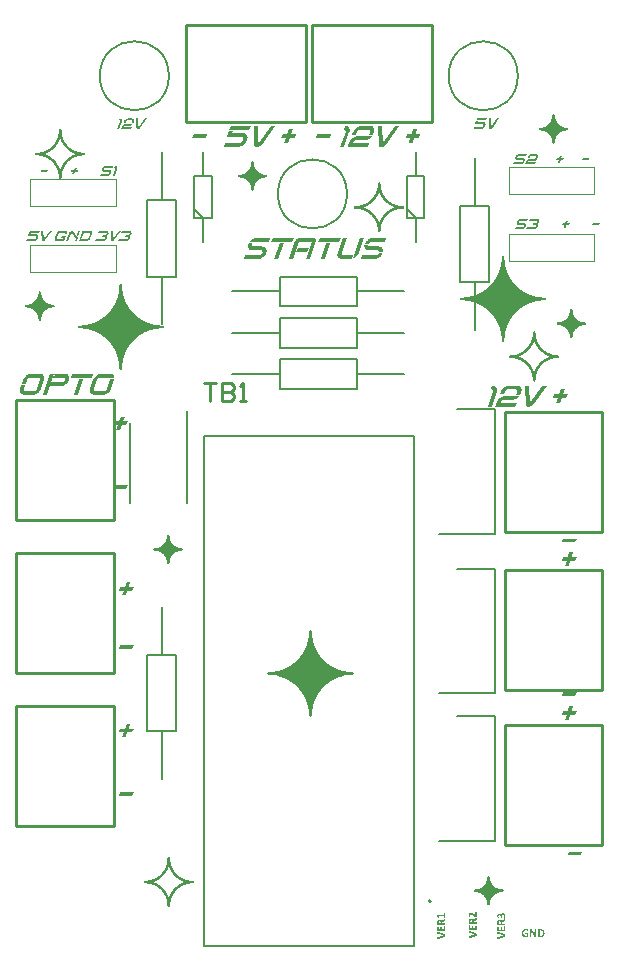
<source format=gbr>
%TF.GenerationSoftware,Altium Limited,Altium Designer,22.7.1 (60)*%
G04 Layer_Color=65535*
%FSLAX45Y45*%
%MOMM*%
%TF.SameCoordinates,6F5B2F55-B7AD-49D5-9618-4F223791D6AE*%
%TF.FilePolarity,Positive*%
%TF.FileFunction,Legend,Top*%
%TF.Part,Single*%
G01*
G75*
%TA.AperFunction,NonConductor*%
%ADD39C,0.20000*%
%ADD40C,0.25400*%
%ADD41C,0.10000*%
%ADD42C,0.12700*%
G36*
X4572949Y7222656D02*
X4575781D01*
Y7219824D01*
X4578613D01*
Y7216992D01*
X4581445D01*
Y7191504D01*
X4584277D01*
Y7180176D01*
X4587109D01*
Y7177344D01*
Y7174512D01*
X4589941D01*
Y7168848D01*
X4592773D01*
Y7163184D01*
X4595605D01*
Y7157520D01*
X4598437D01*
Y7154687D01*
X4601269D01*
Y7149024D01*
X4604102D01*
Y7146191D01*
X4606934D01*
Y7143360D01*
X4609765D01*
Y7140528D01*
X4612598D01*
Y7137695D01*
X4615430D01*
Y7134863D01*
X4618262D01*
Y7132031D01*
X4623926D01*
Y7129199D01*
X4626758D01*
Y7126367D01*
X4632422D01*
Y7123535D01*
X4638086D01*
Y7120703D01*
X4643750D01*
Y7117871D01*
X4649414D01*
Y7115039D01*
X4660742D01*
Y7112207D01*
X4686230D01*
Y7109375D01*
X4689063D01*
Y7106543D01*
X4691894D01*
Y7103711D01*
X4694726D01*
Y7095215D01*
X4691894D01*
Y7092383D01*
X4689063D01*
Y7089551D01*
X4674902D01*
Y7086719D01*
X4657910D01*
Y7083887D01*
X4649414D01*
Y7081055D01*
X4640918D01*
Y7078223D01*
X4635254D01*
Y7075391D01*
X4629590D01*
Y7072559D01*
X4626758D01*
Y7069727D01*
X4621094D01*
Y7066895D01*
X4618262D01*
Y7064063D01*
X4615430D01*
Y7061230D01*
X4612598D01*
Y7058399D01*
X4609765D01*
Y7055567D01*
X4606934D01*
Y7052734D01*
X4604102D01*
Y7049902D01*
X4601269D01*
Y7047070D01*
X4598437D01*
Y7041406D01*
X4595605D01*
Y7038574D01*
X4592773D01*
Y7032910D01*
X4589941D01*
Y7027246D01*
X4587109D01*
Y7018750D01*
X4584277D01*
Y7007422D01*
X4581445D01*
Y6984766D01*
X4578613D01*
Y6979102D01*
X4575781D01*
Y6976270D01*
X4561621D01*
Y6979102D01*
X4558789D01*
Y6993262D01*
X4555957D01*
Y7010254D01*
X4553125D01*
Y7021582D01*
X4550293D01*
Y7027246D01*
X4547461D01*
Y7032910D01*
X4544629D01*
Y7038574D01*
X4541797D01*
Y7044238D01*
X4538965D01*
Y7047070D01*
X4536133D01*
Y7049902D01*
X4533301D01*
Y7052734D01*
X4530469D01*
Y7058399D01*
X4527637D01*
Y7061230D01*
X4521973D01*
Y7064063D01*
X4519141D01*
Y7066895D01*
X4516308D01*
Y7069727D01*
X4513477D01*
Y7072559D01*
X4507812D01*
Y7075391D01*
X4502148D01*
Y7078223D01*
X4496484D01*
Y7081055D01*
X4490820D01*
Y7083887D01*
X4479492D01*
Y7086719D01*
X4462500D01*
Y7089551D01*
X4448340D01*
Y7092383D01*
X4445508D01*
Y7098047D01*
X4442676D01*
Y7100879D01*
X4445508D01*
Y7106543D01*
X4448340D01*
Y7109375D01*
X4451172D01*
Y7112207D01*
X4476660D01*
Y7115039D01*
X4487988D01*
Y7117871D01*
X4493652D01*
Y7120703D01*
X4502148D01*
Y7123535D01*
X4504980D01*
Y7126367D01*
X4510645D01*
Y7129199D01*
X4516308D01*
Y7132031D01*
X4519141D01*
Y7134863D01*
X4521973D01*
Y7137695D01*
X4524805D01*
Y7140528D01*
X4527637D01*
Y7143360D01*
X4530469D01*
Y7146191D01*
X4533301D01*
Y7149024D01*
X4536133D01*
Y7151856D01*
X4538965D01*
Y7157520D01*
X4541797D01*
Y7160352D01*
X4544629D01*
Y7166016D01*
X4547461D01*
Y7171680D01*
X4550293D01*
Y7180176D01*
X4553125D01*
Y7188672D01*
X4555957D01*
Y7205664D01*
X4558789D01*
Y7219824D01*
X4561621D01*
Y7222656D01*
X4564453D01*
Y7225488D01*
X4572949D01*
Y7222656D01*
D02*
G37*
G36*
X395079Y7096355D02*
X397912D01*
Y7093523D01*
X400743D01*
Y7087859D01*
X403576D01*
Y7053875D01*
X406408D01*
Y7042547D01*
X409240D01*
Y7031219D01*
X412072D01*
Y7022723D01*
X414904D01*
Y7014227D01*
X417736D01*
Y7008563D01*
X420568D01*
Y7002898D01*
X423400D01*
Y6997234D01*
X426232D01*
Y6991570D01*
X429064D01*
Y6988738D01*
X431896D01*
Y6983074D01*
X434728D01*
Y6980242D01*
X437560D01*
Y6974578D01*
X440392D01*
Y6971746D01*
X443224D01*
Y6968914D01*
X446056D01*
Y6966082D01*
X448888D01*
Y6960418D01*
X451720D01*
Y6957586D01*
X454552D01*
Y6954754D01*
X457384D01*
Y6951922D01*
X460216D01*
Y6949090D01*
X463048D01*
Y6946258D01*
X465880D01*
Y6943426D01*
X468712D01*
Y6940594D01*
X474376D01*
Y6937762D01*
X477208D01*
Y6934930D01*
X480040D01*
Y6932098D01*
X485704D01*
Y6929266D01*
X488536D01*
Y6926433D01*
X494200D01*
Y6923602D01*
X499865D01*
Y6920769D01*
X502697D01*
Y6917937D01*
X508361D01*
Y6915105D01*
X516857D01*
Y6912273D01*
X522521D01*
Y6909441D01*
X531017D01*
Y6906609D01*
X539513D01*
Y6903777D01*
X550841D01*
Y6900945D01*
X565001D01*
Y6898113D01*
X596154D01*
Y6895281D01*
X598986D01*
Y6892449D01*
X601818D01*
Y6878289D01*
X598986D01*
Y6875457D01*
X573497D01*
Y6872625D01*
X553673D01*
Y6869793D01*
X542345D01*
Y6866961D01*
X533849D01*
Y6864129D01*
X525353D01*
Y6861297D01*
X516857D01*
Y6858465D01*
X511193D01*
Y6855633D01*
X505529D01*
Y6852801D01*
X499865D01*
Y6849969D01*
X494200D01*
Y6847137D01*
X491369D01*
Y6844305D01*
X485704D01*
Y6841473D01*
X482873D01*
Y6838641D01*
X477208D01*
Y6835809D01*
X474376D01*
Y6832976D01*
X471544D01*
Y6830145D01*
X468712D01*
Y6827312D01*
X465880D01*
Y6824480D01*
X460216D01*
Y6821648D01*
X457384D01*
Y6818816D01*
X454552D01*
Y6815984D01*
X451720D01*
Y6810320D01*
X448888D01*
Y6807488D01*
X446056D01*
Y6804656D01*
X443224D01*
Y6801824D01*
X440392D01*
Y6796160D01*
X437560D01*
Y6793328D01*
X434728D01*
Y6790496D01*
X431896D01*
Y6784832D01*
X429064D01*
Y6779168D01*
X426232D01*
Y6776336D01*
X423400D01*
Y6770672D01*
X420568D01*
Y6765008D01*
X417736D01*
Y6756512D01*
X414904D01*
Y6750848D01*
X412072D01*
Y6742352D01*
X409240D01*
Y6731023D01*
X406408D01*
Y6716863D01*
X403576D01*
Y6685711D01*
X400743D01*
Y6677215D01*
X397912D01*
Y6674383D01*
X386583D01*
Y6677215D01*
X380919D01*
Y6685711D01*
X378087D01*
Y6716863D01*
X375255D01*
Y6731023D01*
X372423D01*
Y6742352D01*
X369591D01*
Y6750848D01*
X366759D01*
Y6756512D01*
X363927D01*
Y6765008D01*
X361095D01*
Y6770672D01*
X358263D01*
Y6776336D01*
X355431D01*
Y6779168D01*
X352599D01*
Y6784832D01*
X349767D01*
Y6790496D01*
X346935D01*
Y6793328D01*
X344103D01*
Y6796160D01*
X341271D01*
Y6801824D01*
X338439D01*
Y6804656D01*
X335607D01*
Y6807488D01*
X332775D01*
Y6810320D01*
X329943D01*
Y6815984D01*
X327111D01*
Y6818816D01*
X324279D01*
Y6821648D01*
X321447D01*
Y6824480D01*
X315783D01*
Y6827312D01*
X312951D01*
Y6830145D01*
X310119D01*
Y6832976D01*
X307286D01*
Y6835809D01*
X304455D01*
Y6838641D01*
X298790D01*
Y6841473D01*
X295958D01*
Y6844305D01*
X290294D01*
Y6847137D01*
X287462D01*
Y6849969D01*
X281798D01*
Y6852801D01*
X276134D01*
Y6855633D01*
X270470D01*
Y6858465D01*
X264806D01*
Y6861297D01*
X256310D01*
Y6864129D01*
X247814D01*
Y6866961D01*
X239318D01*
Y6869793D01*
X227990D01*
Y6872625D01*
X208165D01*
Y6875457D01*
X182677D01*
Y6878289D01*
X179845D01*
Y6892449D01*
X182677D01*
Y6895281D01*
X185509D01*
Y6898113D01*
X216661D01*
Y6900945D01*
X230822D01*
Y6903777D01*
X242150D01*
Y6906609D01*
X250646D01*
Y6909441D01*
X259142D01*
Y6912273D01*
X264806D01*
Y6915105D01*
X273302D01*
Y6917937D01*
X278966D01*
Y6920769D01*
X281798D01*
Y6923602D01*
X287462D01*
Y6926433D01*
X293126D01*
Y6929266D01*
X295958D01*
Y6932098D01*
X301622D01*
Y6934930D01*
X304455D01*
Y6937762D01*
X307286D01*
Y6940594D01*
X312951D01*
Y6943426D01*
X315783D01*
Y6946258D01*
X318615D01*
Y6949090D01*
X321447D01*
Y6951922D01*
X324279D01*
Y6954754D01*
X327111D01*
Y6957586D01*
X329943D01*
Y6960418D01*
X332775D01*
Y6966082D01*
X335607D01*
Y6968914D01*
X338439D01*
Y6971746D01*
X341271D01*
Y6974578D01*
X344103D01*
Y6980242D01*
X346935D01*
Y6983074D01*
X349767D01*
Y6988738D01*
X352599D01*
Y6991570D01*
X355431D01*
Y6997234D01*
X358263D01*
Y7002898D01*
X361095D01*
Y7008563D01*
X363927D01*
Y7014227D01*
X366759D01*
Y7022723D01*
X369591D01*
Y7031219D01*
X372423D01*
Y7042547D01*
X375255D01*
Y7053875D01*
X378087D01*
Y7087859D01*
X380919D01*
Y7093523D01*
X383751D01*
Y7096355D01*
X386583D01*
Y7099187D01*
X395079D01*
Y7096355D01*
D02*
G37*
G36*
X2022949Y6822656D02*
X2025781D01*
Y6819824D01*
X2028613D01*
Y6816992D01*
X2031445D01*
Y6791504D01*
X2034277D01*
Y6780176D01*
X2037109D01*
Y6777344D01*
Y6774512D01*
X2039941D01*
Y6768848D01*
X2042773D01*
Y6763184D01*
X2045606D01*
Y6757520D01*
X2048437D01*
Y6754688D01*
X2051269D01*
Y6749024D01*
X2054102D01*
Y6746191D01*
X2056934D01*
Y6743360D01*
X2059766D01*
Y6740528D01*
X2062598D01*
Y6737695D01*
X2065430D01*
Y6734863D01*
X2068262D01*
Y6732031D01*
X2073926D01*
Y6729199D01*
X2076758D01*
Y6726367D01*
X2082422D01*
Y6723535D01*
X2088086D01*
Y6720703D01*
X2093750D01*
Y6717871D01*
X2099414D01*
Y6715039D01*
X2110742D01*
Y6712207D01*
X2136230D01*
Y6709375D01*
X2139063D01*
Y6706543D01*
X2141894D01*
Y6703711D01*
X2144726D01*
Y6695215D01*
X2141894D01*
Y6692383D01*
X2139063D01*
Y6689551D01*
X2124902D01*
Y6686719D01*
X2107910D01*
Y6683887D01*
X2099414D01*
Y6681055D01*
X2090918D01*
Y6678223D01*
X2085254D01*
Y6675391D01*
X2079590D01*
Y6672559D01*
X2076758D01*
Y6669727D01*
X2071094D01*
Y6666895D01*
X2068262D01*
Y6664063D01*
X2065430D01*
Y6661231D01*
X2062598D01*
Y6658399D01*
X2059766D01*
Y6655567D01*
X2056934D01*
Y6652734D01*
X2054102D01*
Y6649902D01*
X2051269D01*
Y6647071D01*
X2048437D01*
Y6641406D01*
X2045606D01*
Y6638574D01*
X2042773D01*
Y6632910D01*
X2039941D01*
Y6627246D01*
X2037109D01*
Y6618750D01*
X2034277D01*
Y6607422D01*
X2031445D01*
Y6584766D01*
X2028613D01*
Y6579102D01*
X2025781D01*
Y6576270D01*
X2011621D01*
Y6579102D01*
X2008789D01*
Y6593262D01*
X2005957D01*
Y6610254D01*
X2003125D01*
Y6621582D01*
X2000293D01*
Y6627246D01*
X1997461D01*
Y6632910D01*
X1994629D01*
Y6638574D01*
X1991797D01*
Y6644238D01*
X1988965D01*
Y6647071D01*
X1986133D01*
Y6649902D01*
X1983301D01*
Y6652734D01*
X1980469D01*
Y6658399D01*
X1977637D01*
Y6661231D01*
X1971973D01*
Y6664063D01*
X1969141D01*
Y6666895D01*
X1966308D01*
Y6669727D01*
X1963477D01*
Y6672559D01*
X1957812D01*
Y6675391D01*
X1952148D01*
Y6678223D01*
X1946484D01*
Y6681055D01*
X1940820D01*
Y6683887D01*
X1929492D01*
Y6686719D01*
X1912500D01*
Y6689551D01*
X1898340D01*
Y6692383D01*
X1895508D01*
Y6698047D01*
X1892676D01*
Y6700879D01*
X1895508D01*
Y6706543D01*
X1898340D01*
Y6709375D01*
X1901172D01*
Y6712207D01*
X1926660D01*
Y6715039D01*
X1937988D01*
Y6717871D01*
X1943652D01*
Y6720703D01*
X1952148D01*
Y6723535D01*
X1954980D01*
Y6726367D01*
X1960645D01*
Y6729199D01*
X1966308D01*
Y6732031D01*
X1969141D01*
Y6734863D01*
X1971973D01*
Y6737695D01*
X1974805D01*
Y6740528D01*
X1977637D01*
Y6743360D01*
X1980469D01*
Y6746191D01*
X1983301D01*
Y6749024D01*
X1986133D01*
Y6751856D01*
X1988965D01*
Y6757520D01*
X1991797D01*
Y6760352D01*
X1994629D01*
Y6766016D01*
X1997461D01*
Y6771680D01*
X2000293D01*
Y6780176D01*
X2003125D01*
Y6788672D01*
X2005957D01*
Y6805664D01*
X2008789D01*
Y6819824D01*
X2011621D01*
Y6822656D01*
X2014453D01*
Y6825489D01*
X2022949D01*
Y6822656D01*
D02*
G37*
G36*
X3095079Y6646356D02*
X3097912D01*
Y6643523D01*
X3100743D01*
Y6637859D01*
X3103575D01*
Y6603875D01*
X3106408D01*
Y6592547D01*
X3109240D01*
Y6581219D01*
X3112071D01*
Y6572723D01*
X3114904D01*
Y6564227D01*
X3117736D01*
Y6558563D01*
X3120568D01*
Y6552899D01*
X3123400D01*
Y6547235D01*
X3126232D01*
Y6541570D01*
X3129064D01*
Y6538738D01*
X3131896D01*
Y6533074D01*
X3134728D01*
Y6530242D01*
X3137560D01*
Y6524578D01*
X3140392D01*
Y6521746D01*
X3143224D01*
Y6518914D01*
X3146056D01*
Y6516082D01*
X3148888D01*
Y6510418D01*
X3151720D01*
Y6507586D01*
X3154552D01*
Y6504754D01*
X3157384D01*
Y6501922D01*
X3160216D01*
Y6499090D01*
X3163048D01*
Y6496258D01*
X3165880D01*
Y6493426D01*
X3168712D01*
Y6490594D01*
X3174376D01*
Y6487762D01*
X3177208D01*
Y6484930D01*
X3180040D01*
Y6482098D01*
X3185704D01*
Y6479266D01*
X3188536D01*
Y6476434D01*
X3194200D01*
Y6473602D01*
X3199865D01*
Y6470770D01*
X3202697D01*
Y6467938D01*
X3208361D01*
Y6465105D01*
X3216857D01*
Y6462274D01*
X3222521D01*
Y6459441D01*
X3231017D01*
Y6456609D01*
X3239513D01*
Y6453778D01*
X3250841D01*
Y6450945D01*
X3265001D01*
Y6448113D01*
X3296154D01*
Y6445281D01*
X3298986D01*
Y6442449D01*
X3301818D01*
Y6428289D01*
X3298986D01*
Y6425457D01*
X3273497D01*
Y6422625D01*
X3253673D01*
Y6419793D01*
X3242345D01*
Y6416961D01*
X3233849D01*
Y6414129D01*
X3225353D01*
Y6411297D01*
X3216857D01*
Y6408465D01*
X3211193D01*
Y6405633D01*
X3205529D01*
Y6402801D01*
X3199865D01*
Y6399969D01*
X3194200D01*
Y6397137D01*
X3191369D01*
Y6394305D01*
X3185704D01*
Y6391473D01*
X3182872D01*
Y6388641D01*
X3177208D01*
Y6385809D01*
X3174376D01*
Y6382977D01*
X3171544D01*
Y6380145D01*
X3168712D01*
Y6377313D01*
X3165880D01*
Y6374481D01*
X3160216D01*
Y6371648D01*
X3157384D01*
Y6368817D01*
X3154552D01*
Y6365984D01*
X3151720D01*
Y6360321D01*
X3148888D01*
Y6357488D01*
X3146056D01*
Y6354656D01*
X3143224D01*
Y6351824D01*
X3140392D01*
Y6346160D01*
X3137560D01*
Y6343328D01*
X3134728D01*
Y6340496D01*
X3131896D01*
Y6334832D01*
X3129064D01*
Y6329168D01*
X3126232D01*
Y6326336D01*
X3123400D01*
Y6320672D01*
X3120568D01*
Y6315008D01*
X3117736D01*
Y6306512D01*
X3114904D01*
Y6300848D01*
X3112071D01*
Y6292352D01*
X3109240D01*
Y6281024D01*
X3106408D01*
Y6266863D01*
X3103575D01*
Y6235711D01*
X3100743D01*
Y6227215D01*
X3097912D01*
Y6224383D01*
X3086583D01*
Y6227215D01*
X3080919D01*
Y6235711D01*
X3078087D01*
Y6266863D01*
X3075255D01*
Y6281024D01*
X3072423D01*
Y6292352D01*
X3069591D01*
Y6300848D01*
X3066759D01*
Y6306512D01*
X3063927D01*
Y6315008D01*
X3061095D01*
Y6320672D01*
X3058263D01*
Y6326336D01*
X3055431D01*
Y6329168D01*
X3052599D01*
Y6334832D01*
X3049767D01*
Y6340496D01*
X3046935D01*
Y6343328D01*
X3044103D01*
Y6346160D01*
X3041271D01*
Y6351824D01*
X3038439D01*
Y6354656D01*
X3035607D01*
Y6357488D01*
X3032775D01*
Y6360321D01*
X3029943D01*
Y6365984D01*
X3027111D01*
Y6368817D01*
X3024279D01*
Y6371648D01*
X3021447D01*
Y6374481D01*
X3015783D01*
Y6377313D01*
X3012951D01*
Y6380145D01*
X3010118D01*
Y6382977D01*
X3007286D01*
Y6385809D01*
X3004454D01*
Y6388641D01*
X2998790D01*
Y6391473D01*
X2995958D01*
Y6394305D01*
X2990294D01*
Y6397137D01*
X2987462D01*
Y6399969D01*
X2981798D01*
Y6402801D01*
X2976134D01*
Y6405633D01*
X2970470D01*
Y6408465D01*
X2964806D01*
Y6411297D01*
X2956310D01*
Y6414129D01*
X2947814D01*
Y6416961D01*
X2939318D01*
Y6419793D01*
X2927990D01*
Y6422625D01*
X2908165D01*
Y6425457D01*
X2882677D01*
Y6428289D01*
X2879845D01*
Y6442449D01*
X2882677D01*
Y6445281D01*
X2885509D01*
Y6448113D01*
X2916661D01*
Y6450945D01*
X2930822D01*
Y6453778D01*
X2942150D01*
Y6456609D01*
X2950646D01*
Y6459441D01*
X2959142D01*
Y6462274D01*
X2964806D01*
Y6465105D01*
X2973302D01*
Y6467938D01*
X2978966D01*
Y6470770D01*
X2981798D01*
Y6473602D01*
X2987462D01*
Y6476434D01*
X2993126D01*
Y6479266D01*
X2995958D01*
Y6482098D01*
X3001622D01*
Y6484930D01*
X3004454D01*
Y6487762D01*
X3007286D01*
Y6490594D01*
X3012951D01*
Y6493426D01*
X3015783D01*
Y6496258D01*
X3018614D01*
Y6499090D01*
X3021447D01*
Y6501922D01*
X3024279D01*
Y6504754D01*
X3027111D01*
Y6507586D01*
X3029943D01*
Y6510418D01*
X3032775D01*
Y6516082D01*
X3035607D01*
Y6518914D01*
X3038439D01*
Y6521746D01*
X3041271D01*
Y6524578D01*
X3044103D01*
Y6530242D01*
X3046935D01*
Y6533074D01*
X3049767D01*
Y6538738D01*
X3052599D01*
Y6541570D01*
X3055431D01*
Y6547235D01*
X3058263D01*
Y6552899D01*
X3061095D01*
Y6558563D01*
X3063927D01*
Y6564227D01*
X3066759D01*
Y6572723D01*
X3069591D01*
Y6581219D01*
X3072423D01*
Y6592547D01*
X3075255D01*
Y6603875D01*
X3078087D01*
Y6637859D01*
X3080919D01*
Y6643523D01*
X3083751D01*
Y6646356D01*
X3086583D01*
Y6649188D01*
X3095079D01*
Y6646356D01*
D02*
G37*
G36*
X221680Y5722754D02*
X224512D01*
Y5719922D01*
X227344D01*
Y5717090D01*
X230176D01*
Y5691602D01*
X233008D01*
Y5680274D01*
X235840D01*
Y5677442D01*
Y5674610D01*
X238672D01*
Y5668945D01*
X241504D01*
Y5663282D01*
X244336D01*
Y5657617D01*
X247168D01*
Y5654785D01*
X250000D01*
Y5649121D01*
X252832D01*
Y5646289D01*
X255664D01*
Y5643457D01*
X258496D01*
Y5640625D01*
X261328D01*
Y5637793D01*
X264160D01*
Y5634961D01*
X266992D01*
Y5632129D01*
X272656D01*
Y5629297D01*
X275488D01*
Y5626465D01*
X281152D01*
Y5623633D01*
X286817D01*
Y5620801D01*
X292480D01*
Y5617969D01*
X298145D01*
Y5615137D01*
X309473D01*
Y5612305D01*
X334961D01*
Y5609473D01*
X337793D01*
Y5606641D01*
X340625D01*
Y5603809D01*
X343457D01*
Y5595313D01*
X340625D01*
Y5592481D01*
X337793D01*
Y5589649D01*
X323633D01*
Y5586817D01*
X306641D01*
Y5583985D01*
X298145D01*
Y5581152D01*
X289648D01*
Y5578321D01*
X283984D01*
Y5575488D01*
X278320D01*
Y5572656D01*
X275488D01*
Y5569825D01*
X269824D01*
Y5566992D01*
X266992D01*
Y5564160D01*
X264160D01*
Y5561328D01*
X261328D01*
Y5558496D01*
X258496D01*
Y5555664D01*
X255664D01*
Y5552832D01*
X252832D01*
Y5550000D01*
X250000D01*
Y5547168D01*
X247168D01*
Y5541504D01*
X244336D01*
Y5538672D01*
X241504D01*
Y5533008D01*
X238672D01*
Y5527344D01*
X235840D01*
Y5518848D01*
X233008D01*
Y5507520D01*
X230176D01*
Y5484864D01*
X227344D01*
Y5479199D01*
X224512D01*
Y5476368D01*
X210352D01*
Y5479199D01*
X207520D01*
Y5493360D01*
X204687D01*
Y5510352D01*
X201856D01*
Y5521680D01*
X199023D01*
Y5527344D01*
X196191D01*
Y5533008D01*
X193360D01*
Y5538672D01*
X190527D01*
Y5544336D01*
X187695D01*
Y5547168D01*
X184863D01*
Y5550000D01*
X182031D01*
Y5552832D01*
X179199D01*
Y5558496D01*
X176367D01*
Y5561328D01*
X170703D01*
Y5564160D01*
X167871D01*
Y5566992D01*
X165039D01*
Y5569825D01*
X162207D01*
Y5572656D01*
X156543D01*
Y5575488D01*
X150879D01*
Y5578321D01*
X145215D01*
Y5581152D01*
X139551D01*
Y5583985D01*
X128223D01*
Y5586817D01*
X111230D01*
Y5589649D01*
X97070D01*
Y5592481D01*
X94238D01*
Y5598145D01*
X91406D01*
Y5600977D01*
X94238D01*
Y5606641D01*
X97070D01*
Y5609473D01*
X99903D01*
Y5612305D01*
X125391D01*
Y5615137D01*
X136719D01*
Y5617969D01*
X142383D01*
Y5620801D01*
X150879D01*
Y5623633D01*
X153711D01*
Y5626465D01*
X159375D01*
Y5629297D01*
X165039D01*
Y5632129D01*
X167871D01*
Y5634961D01*
X170703D01*
Y5637793D01*
X173535D01*
Y5640625D01*
X176367D01*
Y5643457D01*
X179199D01*
Y5646289D01*
X182031D01*
Y5649121D01*
X184863D01*
Y5651953D01*
X187695D01*
Y5657617D01*
X190527D01*
Y5660449D01*
X193360D01*
Y5666113D01*
X196191D01*
Y5671778D01*
X199023D01*
Y5680274D01*
X201856D01*
Y5688770D01*
X204687D01*
Y5705762D01*
X207520D01*
Y5719922D01*
X210352D01*
Y5722754D01*
X213184D01*
Y5725586D01*
X221680D01*
Y5722754D01*
D02*
G37*
G36*
X4722949Y5572656D02*
X4725781D01*
Y5569824D01*
X4728613D01*
Y5566992D01*
X4731445D01*
Y5541504D01*
X4734277D01*
Y5530176D01*
X4737109D01*
Y5527344D01*
Y5524512D01*
X4739941D01*
Y5518848D01*
X4742773D01*
Y5513184D01*
X4745605D01*
Y5507520D01*
X4748437D01*
Y5504687D01*
X4751269D01*
Y5499024D01*
X4754101D01*
Y5496191D01*
X4756934D01*
Y5493360D01*
X4759765D01*
Y5490528D01*
X4762598D01*
Y5487695D01*
X4765430D01*
Y5484863D01*
X4768262D01*
Y5482031D01*
X4773926D01*
Y5479199D01*
X4776758D01*
Y5476367D01*
X4782422D01*
Y5473535D01*
X4788086D01*
Y5470703D01*
X4793750D01*
Y5467871D01*
X4799414D01*
Y5465039D01*
X4810742D01*
Y5462207D01*
X4836230D01*
Y5459375D01*
X4839062D01*
Y5456543D01*
X4841894D01*
Y5453711D01*
X4844726D01*
Y5445215D01*
X4841894D01*
Y5442383D01*
X4839062D01*
Y5439551D01*
X4824902D01*
Y5436719D01*
X4807910D01*
Y5433887D01*
X4799414D01*
Y5431055D01*
X4790918D01*
Y5428223D01*
X4785254D01*
Y5425391D01*
X4779590D01*
Y5422559D01*
X4776758D01*
Y5419727D01*
X4771094D01*
Y5416895D01*
X4768262D01*
Y5414063D01*
X4765430D01*
Y5411230D01*
X4762598D01*
Y5408399D01*
X4759765D01*
Y5405567D01*
X4756934D01*
Y5402734D01*
X4754101D01*
Y5399902D01*
X4751269D01*
Y5397070D01*
X4748437D01*
Y5391406D01*
X4745605D01*
Y5388574D01*
X4742773D01*
Y5382910D01*
X4739941D01*
Y5377246D01*
X4737109D01*
Y5368750D01*
X4734277D01*
Y5357422D01*
X4731445D01*
Y5334766D01*
X4728613D01*
Y5329102D01*
X4725781D01*
Y5326270D01*
X4711621D01*
Y5329102D01*
X4708789D01*
Y5343262D01*
X4705957D01*
Y5360254D01*
X4703125D01*
Y5371582D01*
X4700293D01*
Y5377246D01*
X4697461D01*
Y5382910D01*
X4694629D01*
Y5388574D01*
X4691797D01*
Y5394238D01*
X4688965D01*
Y5397070D01*
X4686133D01*
Y5399902D01*
X4683301D01*
Y5402734D01*
X4680469D01*
Y5408399D01*
X4677637D01*
Y5411230D01*
X4671973D01*
Y5414063D01*
X4669141D01*
Y5416895D01*
X4666308D01*
Y5419727D01*
X4663477D01*
Y5422559D01*
X4657812D01*
Y5425391D01*
X4652148D01*
Y5428223D01*
X4646484D01*
Y5431055D01*
X4640820D01*
Y5433887D01*
X4629492D01*
Y5436719D01*
X4612500D01*
Y5439551D01*
X4598340D01*
Y5442383D01*
X4595508D01*
Y5448047D01*
X4592676D01*
Y5450879D01*
X4595508D01*
Y5456543D01*
X4598340D01*
Y5459375D01*
X4601172D01*
Y5462207D01*
X4626660D01*
Y5465039D01*
X4637988D01*
Y5467871D01*
X4643652D01*
Y5470703D01*
X4652148D01*
Y5473535D01*
X4654980D01*
Y5476367D01*
X4660644D01*
Y5479199D01*
X4666308D01*
Y5482031D01*
X4669141D01*
Y5484863D01*
X4671973D01*
Y5487695D01*
X4674804D01*
Y5490528D01*
X4677637D01*
Y5493360D01*
X4680469D01*
Y5496191D01*
X4683301D01*
Y5499024D01*
X4686133D01*
Y5501856D01*
X4688965D01*
Y5507520D01*
X4691797D01*
Y5510352D01*
X4694629D01*
Y5516016D01*
X4697461D01*
Y5521680D01*
X4700293D01*
Y5530176D01*
X4703125D01*
Y5538672D01*
X4705957D01*
Y5555664D01*
X4708789D01*
Y5569824D01*
X4711621D01*
Y5572656D01*
X4714453D01*
Y5575488D01*
X4722949D01*
Y5572656D01*
D02*
G37*
G36*
X4145215Y6022949D02*
X4148047D01*
Y6020117D01*
X4150879D01*
Y5991797D01*
X4153711D01*
Y5963477D01*
X4156543D01*
Y5949317D01*
X4159375D01*
Y5935156D01*
X4162207D01*
Y5923828D01*
X4165039D01*
Y5915332D01*
X4167871D01*
Y5906836D01*
X4170703D01*
Y5898340D01*
X4173535D01*
Y5889844D01*
X4176367D01*
Y5884180D01*
X4179199D01*
Y5875684D01*
X4182031D01*
Y5870020D01*
X4184863D01*
Y5864356D01*
X4187695D01*
Y5858691D01*
X4190527D01*
Y5853027D01*
X4193359D01*
Y5847363D01*
X4196191D01*
Y5844531D01*
X4199023D01*
Y5838867D01*
X4201855D01*
Y5833203D01*
X4204688D01*
Y5830371D01*
X4207519D01*
Y5824707D01*
X4210351D01*
Y5821875D01*
X4213184D01*
Y5816211D01*
X4216015D01*
Y5813379D01*
X4218848D01*
Y5807715D01*
X4221680D01*
Y5804883D01*
X4224512D01*
Y5802051D01*
X4227344D01*
Y5799219D01*
X4230176D01*
Y5796387D01*
X4233008D01*
Y5790723D01*
X4235840D01*
Y5787891D01*
X4238672D01*
Y5785059D01*
X4241504D01*
Y5782227D01*
X4244336D01*
Y5779395D01*
X4247168D01*
Y5776562D01*
X4250000D01*
Y5773731D01*
X4252832D01*
Y5770899D01*
X4255664D01*
Y5768066D01*
X4258496D01*
Y5765234D01*
X4261328D01*
Y5762402D01*
X4264160D01*
Y5759570D01*
X4266992D01*
Y5756738D01*
X4269824D01*
Y5753906D01*
X4272656D01*
Y5751074D01*
X4278320D01*
Y5748242D01*
X4281152D01*
Y5745410D01*
X4283984D01*
Y5742578D01*
X4286816D01*
Y5739746D01*
X4292480D01*
Y5736914D01*
X4295312D01*
Y5734082D01*
X4300976D01*
Y5731250D01*
X4303809D01*
Y5728418D01*
X4309472D01*
Y5725586D01*
X4312305D01*
Y5722754D01*
X4317969D01*
Y5719922D01*
X4323633D01*
Y5717090D01*
X4326465D01*
Y5714258D01*
X4332129D01*
Y5711426D01*
X4337793D01*
Y5708594D01*
X4343457D01*
Y5705762D01*
X4349121D01*
Y5702930D01*
X4354785D01*
Y5700098D01*
X4363281D01*
Y5697266D01*
X4368945D01*
Y5694434D01*
X4377441D01*
Y5691602D01*
X4385937D01*
Y5688770D01*
X4394433D01*
Y5685938D01*
X4402930D01*
Y5683105D01*
X4414258D01*
Y5680274D01*
X4425586D01*
Y5677442D01*
X4442578D01*
Y5674609D01*
X4468066D01*
Y5671777D01*
X4499219D01*
Y5668945D01*
X4502051D01*
Y5666113D01*
X4504883D01*
Y5654785D01*
X4502051D01*
Y5651953D01*
X4499219D01*
Y5649121D01*
X4459570D01*
Y5646289D01*
X4436914D01*
Y5643457D01*
X4422754D01*
Y5640625D01*
X4411426D01*
Y5637793D01*
X4400098D01*
Y5634961D01*
X4391602D01*
Y5632129D01*
X4383105D01*
Y5629297D01*
X4374609D01*
Y5626465D01*
X4366113D01*
Y5623633D01*
X4360449D01*
Y5620801D01*
X4354785D01*
Y5617969D01*
X4346289D01*
Y5615137D01*
X4340625D01*
Y5612305D01*
X4334961D01*
Y5609473D01*
X4332129D01*
Y5606641D01*
X4326465D01*
Y5603809D01*
X4320801D01*
Y5600977D01*
X4315137D01*
Y5598145D01*
X4312305D01*
Y5595313D01*
X4306641D01*
Y5592481D01*
X4303809D01*
Y5589648D01*
X4298145D01*
Y5586817D01*
X4295312D01*
Y5583985D01*
X4289648D01*
Y5581152D01*
X4286816D01*
Y5578320D01*
X4283984D01*
Y5575488D01*
X4281152D01*
Y5572656D01*
X4275488D01*
Y5569824D01*
X4272656D01*
Y5566992D01*
X4269824D01*
Y5564160D01*
X4266992D01*
Y5561328D01*
X4264160D01*
Y5558496D01*
X4261328D01*
Y5555664D01*
X4258496D01*
Y5552832D01*
X4255664D01*
Y5550000D01*
X4250000D01*
Y5544336D01*
X4247168D01*
Y5541504D01*
X4244336D01*
Y5538672D01*
X4241504D01*
Y5535840D01*
X4238672D01*
Y5533008D01*
X4235840D01*
Y5530176D01*
X4233008D01*
Y5527344D01*
X4230176D01*
Y5524512D01*
X4227344D01*
Y5518848D01*
X4224512D01*
Y5516016D01*
X4221680D01*
Y5513184D01*
X4218848D01*
Y5507520D01*
X4216015D01*
Y5504687D01*
X4213184D01*
Y5501856D01*
X4210351D01*
Y5496191D01*
X4207519D01*
Y5493360D01*
X4204688D01*
Y5487695D01*
X4201855D01*
Y5482031D01*
X4199023D01*
Y5479199D01*
X4196191D01*
Y5473535D01*
X4193359D01*
Y5467871D01*
X4190527D01*
Y5462207D01*
X4187695D01*
Y5456543D01*
X4184863D01*
Y5450879D01*
X4182031D01*
Y5445215D01*
X4179199D01*
Y5439551D01*
X4176367D01*
Y5431055D01*
X4173535D01*
Y5425391D01*
X4170703D01*
Y5416895D01*
X4167871D01*
Y5408399D01*
X4165039D01*
Y5397070D01*
X4162207D01*
Y5385742D01*
X4159375D01*
Y5374414D01*
X4156543D01*
Y5357422D01*
X4153711D01*
Y5329102D01*
X4150879D01*
Y5300781D01*
X4148047D01*
Y5297949D01*
X4145215D01*
Y5295117D01*
X4136719D01*
Y5297949D01*
X4131055D01*
Y5303613D01*
X4128223D01*
Y5343262D01*
X4125391D01*
Y5363086D01*
X4122558D01*
Y5377246D01*
X4119727D01*
Y5391406D01*
X4116894D01*
Y5402734D01*
X4114062D01*
Y5411230D01*
X4111231D01*
Y5419727D01*
X4108398D01*
Y5428223D01*
X4105566D01*
Y5433887D01*
X4102734D01*
Y5442383D01*
X4099902D01*
Y5448047D01*
X4097070D01*
Y5453711D01*
X4094238D01*
Y5459375D01*
X4091406D01*
Y5465039D01*
X4088574D01*
Y5470703D01*
X4085742D01*
Y5476367D01*
X4082910D01*
Y5479199D01*
X4080078D01*
Y5484863D01*
X4077246D01*
Y5490528D01*
X4074414D01*
Y5493360D01*
X4071582D01*
Y5499024D01*
X4068750D01*
Y5501856D01*
X4065918D01*
Y5507520D01*
X4063086D01*
Y5510352D01*
X4060254D01*
Y5513184D01*
X4057422D01*
Y5518848D01*
X4054590D01*
Y5521680D01*
X4051758D01*
Y5524512D01*
X4048926D01*
Y5527344D01*
X4046094D01*
Y5530176D01*
X4043262D01*
Y5535840D01*
X4040430D01*
Y5538672D01*
X4037598D01*
Y5541504D01*
X4034766D01*
Y5544336D01*
X4031934D01*
Y5547168D01*
X4029101D01*
Y5550000D01*
X4026270D01*
Y5552832D01*
X4023437D01*
Y5555664D01*
X4020605D01*
Y5558496D01*
X4017773D01*
Y5561328D01*
X4014941D01*
Y5564160D01*
X4009277D01*
Y5566992D01*
X4006445D01*
Y5569824D01*
X4003613D01*
Y5572656D01*
X4000781D01*
Y5575488D01*
X3997949D01*
Y5578320D01*
X3992285D01*
Y5581152D01*
X3989453D01*
Y5583985D01*
X3986621D01*
Y5586817D01*
X3980957D01*
Y5589648D01*
X3978125D01*
Y5592481D01*
X3972461D01*
Y5595313D01*
X3969629D01*
Y5598145D01*
X3963965D01*
Y5600977D01*
X3958301D01*
Y5603809D01*
X3955469D01*
Y5606641D01*
X3949805D01*
Y5609473D01*
X3944141D01*
Y5612305D01*
X3938477D01*
Y5615137D01*
X3932813D01*
Y5617969D01*
X3927148D01*
Y5620801D01*
X3921484D01*
Y5623633D01*
X3912988D01*
Y5626465D01*
X3904492D01*
Y5629297D01*
X3898828D01*
Y5632129D01*
X3890332D01*
Y5634961D01*
X3879004D01*
Y5637793D01*
X3870508D01*
Y5640625D01*
X3856348D01*
Y5643457D01*
X3842187D01*
Y5646289D01*
X3822363D01*
Y5649121D01*
X3782715D01*
Y5651953D01*
X3777051D01*
Y5657617D01*
X3774219D01*
Y5666113D01*
X3777051D01*
Y5668945D01*
X3779883D01*
Y5671777D01*
X3811035D01*
Y5674609D01*
X3836523D01*
Y5677442D01*
X3853516D01*
Y5680274D01*
X3864844D01*
Y5683105D01*
X3876172D01*
Y5685938D01*
X3887500D01*
Y5688770D01*
X3895996D01*
Y5691602D01*
X3904492D01*
Y5694434D01*
X3910156D01*
Y5697266D01*
X3918652D01*
Y5700098D01*
X3924316D01*
Y5702930D01*
X3929980D01*
Y5705762D01*
X3935644D01*
Y5708594D01*
X3941309D01*
Y5711426D01*
X3946973D01*
Y5714258D01*
X3952637D01*
Y5717090D01*
X3958301D01*
Y5719922D01*
X3963965D01*
Y5722754D01*
X3966797D01*
Y5725586D01*
X3972461D01*
Y5728418D01*
X3975293D01*
Y5731250D01*
X3980957D01*
Y5734082D01*
X3983789D01*
Y5736914D01*
X3989453D01*
Y5739746D01*
X3992285D01*
Y5742578D01*
X3995117D01*
Y5745410D01*
X3997949D01*
Y5748242D01*
X4003613D01*
Y5751074D01*
X4006445D01*
Y5753906D01*
X4009277D01*
Y5756738D01*
X4012109D01*
Y5759570D01*
X4014941D01*
Y5762402D01*
X4017773D01*
Y5765234D01*
X4023437D01*
Y5768066D01*
X4026270D01*
Y5770899D01*
X4029101D01*
Y5773731D01*
X4031934D01*
Y5779395D01*
X4034766D01*
Y5782227D01*
X4037598D01*
Y5785059D01*
X4040430D01*
Y5787891D01*
X4043262D01*
Y5790723D01*
X4046094D01*
Y5793555D01*
X4048926D01*
Y5796387D01*
X4051758D01*
Y5799219D01*
X4054590D01*
Y5804883D01*
X4057422D01*
Y5807715D01*
X4060254D01*
Y5810547D01*
X4063086D01*
Y5816211D01*
X4065918D01*
Y5819043D01*
X4068750D01*
Y5824707D01*
X4071582D01*
Y5827539D01*
X4074414D01*
Y5833203D01*
X4077246D01*
Y5836035D01*
X4080078D01*
Y5841699D01*
X4082910D01*
Y5847363D01*
X4085742D01*
Y5850195D01*
X4088574D01*
Y5855860D01*
X4091406D01*
Y5861523D01*
X4094238D01*
Y5867188D01*
X4097070D01*
Y5875684D01*
X4099902D01*
Y5881348D01*
X4102734D01*
Y5887012D01*
X4105566D01*
Y5895508D01*
X4108398D01*
Y5904004D01*
X4111231D01*
Y5909668D01*
X4114062D01*
Y5920996D01*
X4116894D01*
Y5929492D01*
X4119727D01*
Y5943652D01*
X4122558D01*
Y5957813D01*
X4125391D01*
Y5977637D01*
X4128223D01*
Y6020117D01*
X4131055D01*
Y6022949D01*
X4133887D01*
Y6025781D01*
X4145215D01*
Y6022949D01*
D02*
G37*
G36*
X909375Y5785059D02*
X912207D01*
Y5782227D01*
X915039D01*
Y5753906D01*
X917871D01*
Y5725586D01*
X920703D01*
Y5711426D01*
X923535D01*
Y5697266D01*
X926367D01*
Y5685938D01*
X929199D01*
Y5677442D01*
X932031D01*
Y5668945D01*
X934863D01*
Y5660449D01*
X937695D01*
Y5651953D01*
X940527D01*
Y5646289D01*
X943359D01*
Y5637793D01*
X946191D01*
Y5632129D01*
X949023D01*
Y5626465D01*
X951855D01*
Y5620801D01*
X954687D01*
Y5615137D01*
X957520D01*
Y5609473D01*
X960351D01*
Y5606641D01*
X963183D01*
Y5600977D01*
X966016D01*
Y5595313D01*
X968848D01*
Y5592481D01*
X971680D01*
Y5586817D01*
X974512D01*
Y5583985D01*
X977344D01*
Y5578321D01*
X980176D01*
Y5575488D01*
X983008D01*
Y5569824D01*
X985840D01*
Y5566992D01*
X988672D01*
Y5564160D01*
X991504D01*
Y5561328D01*
X994336D01*
Y5558496D01*
X997168D01*
Y5552832D01*
X1000000D01*
Y5550000D01*
X1002832D01*
Y5547168D01*
X1005664D01*
Y5544336D01*
X1008496D01*
Y5541504D01*
X1011328D01*
Y5538672D01*
X1014160D01*
Y5535840D01*
X1016992D01*
Y5533008D01*
X1019824D01*
Y5530176D01*
X1022656D01*
Y5527344D01*
X1025488D01*
Y5524512D01*
X1028320D01*
Y5521680D01*
X1031152D01*
Y5518848D01*
X1033984D01*
Y5516016D01*
X1036816D01*
Y5513184D01*
X1042480D01*
Y5510352D01*
X1045312D01*
Y5507520D01*
X1048144D01*
Y5504688D01*
X1050977D01*
Y5501856D01*
X1056641D01*
Y5499024D01*
X1059473D01*
Y5496191D01*
X1065137D01*
Y5493360D01*
X1067969D01*
Y5490528D01*
X1073633D01*
Y5487695D01*
X1076465D01*
Y5484864D01*
X1082129D01*
Y5482031D01*
X1087793D01*
Y5479199D01*
X1090625D01*
Y5476367D01*
X1096289D01*
Y5473535D01*
X1101953D01*
Y5470703D01*
X1107617D01*
Y5467871D01*
X1113281D01*
Y5465039D01*
X1118945D01*
Y5462207D01*
X1127441D01*
Y5459375D01*
X1133105D01*
Y5456543D01*
X1141601D01*
Y5453711D01*
X1150098D01*
Y5450879D01*
X1158594D01*
Y5448047D01*
X1167090D01*
Y5445215D01*
X1178418D01*
Y5442383D01*
X1189746D01*
Y5439551D01*
X1206738D01*
Y5436719D01*
X1232226D01*
Y5433887D01*
X1263379D01*
Y5431055D01*
X1266211D01*
Y5428223D01*
X1269043D01*
Y5416895D01*
X1266211D01*
Y5414063D01*
X1263379D01*
Y5411231D01*
X1223730D01*
Y5408399D01*
X1201074D01*
Y5405567D01*
X1186914D01*
Y5402734D01*
X1175586D01*
Y5399903D01*
X1164258D01*
Y5397070D01*
X1155762D01*
Y5394238D01*
X1147265D01*
Y5391406D01*
X1138769D01*
Y5388574D01*
X1130273D01*
Y5385742D01*
X1124609D01*
Y5382910D01*
X1118945D01*
Y5380078D01*
X1110449D01*
Y5377246D01*
X1104785D01*
Y5374414D01*
X1099121D01*
Y5371582D01*
X1096289D01*
Y5368750D01*
X1090625D01*
Y5365918D01*
X1084961D01*
Y5363086D01*
X1079297D01*
Y5360254D01*
X1076465D01*
Y5357422D01*
X1070801D01*
Y5354590D01*
X1067969D01*
Y5351758D01*
X1062305D01*
Y5348926D01*
X1059473D01*
Y5346094D01*
X1053808D01*
Y5343262D01*
X1050977D01*
Y5340430D01*
X1048144D01*
Y5337598D01*
X1045312D01*
Y5334766D01*
X1039648D01*
Y5331934D01*
X1036816D01*
Y5329102D01*
X1033984D01*
Y5326270D01*
X1031152D01*
Y5323438D01*
X1028320D01*
Y5320606D01*
X1025488D01*
Y5317774D01*
X1022656D01*
Y5314942D01*
X1019824D01*
Y5312110D01*
X1014160D01*
Y5306446D01*
X1011328D01*
Y5303613D01*
X1008496D01*
Y5300781D01*
X1005664D01*
Y5297949D01*
X1002832D01*
Y5295117D01*
X1000000D01*
Y5292285D01*
X997168D01*
Y5289453D01*
X994336D01*
Y5286621D01*
X991504D01*
Y5280957D01*
X988672D01*
Y5278125D01*
X985840D01*
Y5275293D01*
X983008D01*
Y5269629D01*
X980176D01*
Y5266797D01*
X977344D01*
Y5263965D01*
X974512D01*
Y5258301D01*
X971680D01*
Y5255469D01*
X968848D01*
Y5249805D01*
X966016D01*
Y5244141D01*
X963183D01*
Y5241309D01*
X960351D01*
Y5235645D01*
X957520D01*
Y5229981D01*
X954687D01*
Y5224316D01*
X951855D01*
Y5218653D01*
X949023D01*
Y5212989D01*
X946191D01*
Y5207324D01*
X943359D01*
Y5201660D01*
X940527D01*
Y5193164D01*
X937695D01*
Y5187500D01*
X934863D01*
Y5179004D01*
X932031D01*
Y5170508D01*
X929199D01*
Y5159180D01*
X926367D01*
Y5147852D01*
X923535D01*
Y5136524D01*
X920703D01*
Y5119532D01*
X917871D01*
Y5091211D01*
X915039D01*
Y5062891D01*
X912207D01*
Y5060059D01*
X909375D01*
Y5057227D01*
X900879D01*
Y5060059D01*
X895215D01*
Y5065723D01*
X892383D01*
Y5105371D01*
X889551D01*
Y5125195D01*
X886719D01*
Y5139356D01*
X883887D01*
Y5153516D01*
X881055D01*
Y5164844D01*
X878223D01*
Y5173340D01*
X875391D01*
Y5181836D01*
X872559D01*
Y5190332D01*
X869726D01*
Y5195996D01*
X866894D01*
Y5204492D01*
X864063D01*
Y5210156D01*
X861230D01*
Y5215820D01*
X858398D01*
Y5221485D01*
X855566D01*
Y5227149D01*
X852734D01*
Y5232813D01*
X849902D01*
Y5238477D01*
X847070D01*
Y5241309D01*
X844238D01*
Y5246973D01*
X841406D01*
Y5252637D01*
X838574D01*
Y5255469D01*
X835742D01*
Y5261133D01*
X832910D01*
Y5263965D01*
X830078D01*
Y5269629D01*
X827246D01*
Y5272461D01*
X824414D01*
Y5275293D01*
X821582D01*
Y5280957D01*
X818750D01*
Y5283789D01*
X815918D01*
Y5286621D01*
X813086D01*
Y5289453D01*
X810254D01*
Y5292285D01*
X807422D01*
Y5297949D01*
X804590D01*
Y5300781D01*
X801758D01*
Y5303613D01*
X798926D01*
Y5306446D01*
X796094D01*
Y5309277D01*
X793262D01*
Y5312110D01*
X790430D01*
Y5314942D01*
X787598D01*
Y5317774D01*
X784766D01*
Y5320606D01*
X781933D01*
Y5323438D01*
X779102D01*
Y5326270D01*
X773437D01*
Y5329102D01*
X770606D01*
Y5331934D01*
X767773D01*
Y5334766D01*
X764941D01*
Y5337598D01*
X762109D01*
Y5340430D01*
X756445D01*
Y5343262D01*
X753613D01*
Y5346094D01*
X750781D01*
Y5348926D01*
X745117D01*
Y5351758D01*
X742285D01*
Y5354590D01*
X736621D01*
Y5357422D01*
X733789D01*
Y5360254D01*
X728125D01*
Y5363086D01*
X722461D01*
Y5365918D01*
X719629D01*
Y5368750D01*
X713965D01*
Y5371582D01*
X708301D01*
Y5374414D01*
X702637D01*
Y5377246D01*
X696973D01*
Y5380078D01*
X691308D01*
Y5382910D01*
X685645D01*
Y5385742D01*
X677149D01*
Y5388574D01*
X668652D01*
Y5391406D01*
X662988D01*
Y5394238D01*
X654492D01*
Y5397070D01*
X643164D01*
Y5399903D01*
X634668D01*
Y5402734D01*
X620508D01*
Y5405567D01*
X606348D01*
Y5408399D01*
X586523D01*
Y5411231D01*
X546875D01*
Y5414063D01*
X541211D01*
Y5419727D01*
X538379D01*
Y5428223D01*
X541211D01*
Y5431055D01*
X544043D01*
Y5433887D01*
X575195D01*
Y5436719D01*
X600684D01*
Y5439551D01*
X617676D01*
Y5442383D01*
X629004D01*
Y5445215D01*
X640332D01*
Y5448047D01*
X651660D01*
Y5450879D01*
X660156D01*
Y5453711D01*
X668652D01*
Y5456543D01*
X674316D01*
Y5459375D01*
X682812D01*
Y5462207D01*
X688476D01*
Y5465039D01*
X694141D01*
Y5467871D01*
X699805D01*
Y5470703D01*
X705469D01*
Y5473535D01*
X711133D01*
Y5476367D01*
X716797D01*
Y5479199D01*
X722461D01*
Y5482031D01*
X728125D01*
Y5484864D01*
X730957D01*
Y5487695D01*
X736621D01*
Y5490528D01*
X739453D01*
Y5493360D01*
X745117D01*
Y5496191D01*
X747949D01*
Y5499024D01*
X753613D01*
Y5501856D01*
X756445D01*
Y5504688D01*
X759277D01*
Y5507520D01*
X762109D01*
Y5510352D01*
X767773D01*
Y5513184D01*
X770606D01*
Y5516016D01*
X773437D01*
Y5518848D01*
X776269D01*
Y5521680D01*
X779102D01*
Y5524512D01*
X781933D01*
Y5527344D01*
X787598D01*
Y5530176D01*
X790430D01*
Y5533008D01*
X793262D01*
Y5535840D01*
X796094D01*
Y5541504D01*
X798926D01*
Y5544336D01*
X801758D01*
Y5547168D01*
X804590D01*
Y5550000D01*
X807422D01*
Y5552832D01*
X810254D01*
Y5555664D01*
X813086D01*
Y5558496D01*
X815918D01*
Y5561328D01*
X818750D01*
Y5566992D01*
X821582D01*
Y5569824D01*
X824414D01*
Y5572656D01*
X827246D01*
Y5578321D01*
X830078D01*
Y5581152D01*
X832910D01*
Y5586817D01*
X835742D01*
Y5589648D01*
X838574D01*
Y5595313D01*
X841406D01*
Y5598145D01*
X844238D01*
Y5603809D01*
X847070D01*
Y5609473D01*
X849902D01*
Y5612305D01*
X852734D01*
Y5617969D01*
X855566D01*
Y5623633D01*
X858398D01*
Y5629297D01*
X861230D01*
Y5637793D01*
X864063D01*
Y5643457D01*
X866894D01*
Y5649121D01*
X869726D01*
Y5657617D01*
X872559D01*
Y5666113D01*
X875391D01*
Y5671778D01*
X878223D01*
Y5683106D01*
X881055D01*
Y5691602D01*
X883887D01*
Y5705762D01*
X886719D01*
Y5719922D01*
X889551D01*
Y5739746D01*
X892383D01*
Y5782227D01*
X895215D01*
Y5785059D01*
X898047D01*
Y5787891D01*
X909375D01*
Y5785059D01*
D02*
G37*
G36*
X4408594Y5382910D02*
X4411426D01*
Y5380078D01*
X4414258D01*
Y5374414D01*
X4417090D01*
Y5340430D01*
X4419922D01*
Y5329102D01*
X4422754D01*
Y5317773D01*
X4425586D01*
Y5309277D01*
X4428418D01*
Y5300781D01*
X4431250D01*
Y5295117D01*
X4434082D01*
Y5289453D01*
X4436914D01*
Y5283789D01*
X4439746D01*
Y5278125D01*
X4442578D01*
Y5275293D01*
X4445410D01*
Y5269629D01*
X4448242D01*
Y5266797D01*
X4451074D01*
Y5261133D01*
X4453906D01*
Y5258301D01*
X4456738D01*
Y5255469D01*
X4459570D01*
Y5252637D01*
X4462402D01*
Y5246973D01*
X4465234D01*
Y5244141D01*
X4468066D01*
Y5241309D01*
X4470898D01*
Y5238477D01*
X4473730D01*
Y5235645D01*
X4476562D01*
Y5232812D01*
X4479394D01*
Y5229981D01*
X4482226D01*
Y5227149D01*
X4487890D01*
Y5224316D01*
X4490723D01*
Y5221485D01*
X4493555D01*
Y5218653D01*
X4499219D01*
Y5215820D01*
X4502051D01*
Y5212988D01*
X4507715D01*
Y5210156D01*
X4513379D01*
Y5207324D01*
X4516211D01*
Y5204492D01*
X4521875D01*
Y5201660D01*
X4530371D01*
Y5198828D01*
X4536035D01*
Y5195996D01*
X4544531D01*
Y5193164D01*
X4553027D01*
Y5190332D01*
X4564355D01*
Y5187500D01*
X4578516D01*
Y5184668D01*
X4609668D01*
Y5181836D01*
X4612500D01*
Y5179004D01*
X4615332D01*
Y5164844D01*
X4612500D01*
Y5162012D01*
X4587012D01*
Y5159180D01*
X4567187D01*
Y5156348D01*
X4555859D01*
Y5153516D01*
X4547363D01*
Y5150684D01*
X4538867D01*
Y5147852D01*
X4530371D01*
Y5145020D01*
X4524707D01*
Y5142188D01*
X4519043D01*
Y5139355D01*
X4513379D01*
Y5136524D01*
X4507715D01*
Y5133692D01*
X4504883D01*
Y5130859D01*
X4499219D01*
Y5128028D01*
X4496387D01*
Y5125195D01*
X4490723D01*
Y5122363D01*
X4487890D01*
Y5119531D01*
X4485059D01*
Y5116699D01*
X4482226D01*
Y5113867D01*
X4479394D01*
Y5111035D01*
X4473730D01*
Y5108203D01*
X4470898D01*
Y5105371D01*
X4468066D01*
Y5102539D01*
X4465234D01*
Y5096875D01*
X4462402D01*
Y5094043D01*
X4459570D01*
Y5091211D01*
X4456738D01*
Y5088379D01*
X4453906D01*
Y5082715D01*
X4451074D01*
Y5079883D01*
X4448242D01*
Y5077051D01*
X4445410D01*
Y5071387D01*
X4442578D01*
Y5065723D01*
X4439746D01*
Y5062891D01*
X4436914D01*
Y5057227D01*
X4434082D01*
Y5051563D01*
X4431250D01*
Y5043067D01*
X4428418D01*
Y5037402D01*
X4425586D01*
Y5028906D01*
X4422754D01*
Y5017578D01*
X4419922D01*
Y5003418D01*
X4417090D01*
Y4972266D01*
X4414258D01*
Y4963770D01*
X4411426D01*
Y4960938D01*
X4400098D01*
Y4963770D01*
X4394433D01*
Y4972266D01*
X4391602D01*
Y5003418D01*
X4388769D01*
Y5017578D01*
X4385937D01*
Y5028906D01*
X4383105D01*
Y5037402D01*
X4380273D01*
Y5043067D01*
X4377441D01*
Y5051563D01*
X4374609D01*
Y5057227D01*
X4371777D01*
Y5062891D01*
X4368945D01*
Y5065723D01*
X4366113D01*
Y5071387D01*
X4363281D01*
Y5077051D01*
X4360449D01*
Y5079883D01*
X4357617D01*
Y5082715D01*
X4354785D01*
Y5088379D01*
X4351953D01*
Y5091211D01*
X4349121D01*
Y5094043D01*
X4346289D01*
Y5096875D01*
X4343457D01*
Y5102539D01*
X4340625D01*
Y5105371D01*
X4337793D01*
Y5108203D01*
X4334961D01*
Y5111035D01*
X4329297D01*
Y5113867D01*
X4326465D01*
Y5116699D01*
X4323633D01*
Y5119531D01*
X4320801D01*
Y5122363D01*
X4317969D01*
Y5125195D01*
X4312305D01*
Y5128028D01*
X4309472D01*
Y5130859D01*
X4303809D01*
Y5133692D01*
X4300976D01*
Y5136524D01*
X4295312D01*
Y5139355D01*
X4289648D01*
Y5142188D01*
X4283984D01*
Y5145020D01*
X4278320D01*
Y5147852D01*
X4269824D01*
Y5150684D01*
X4261328D01*
Y5153516D01*
X4252832D01*
Y5156348D01*
X4241504D01*
Y5159180D01*
X4221680D01*
Y5162012D01*
X4196191D01*
Y5164844D01*
X4193359D01*
Y5179004D01*
X4196191D01*
Y5181836D01*
X4199023D01*
Y5184668D01*
X4230176D01*
Y5187500D01*
X4244336D01*
Y5190332D01*
X4255664D01*
Y5193164D01*
X4264160D01*
Y5195996D01*
X4272656D01*
Y5198828D01*
X4278320D01*
Y5201660D01*
X4286816D01*
Y5204492D01*
X4292480D01*
Y5207324D01*
X4295312D01*
Y5210156D01*
X4300976D01*
Y5212988D01*
X4306641D01*
Y5215820D01*
X4309472D01*
Y5218653D01*
X4315137D01*
Y5221485D01*
X4317969D01*
Y5224316D01*
X4320801D01*
Y5227149D01*
X4326465D01*
Y5229981D01*
X4329297D01*
Y5232812D01*
X4332129D01*
Y5235645D01*
X4334961D01*
Y5238477D01*
X4337793D01*
Y5241309D01*
X4340625D01*
Y5244141D01*
X4343457D01*
Y5246973D01*
X4346289D01*
Y5252637D01*
X4349121D01*
Y5255469D01*
X4351953D01*
Y5258301D01*
X4354785D01*
Y5261133D01*
X4357617D01*
Y5266797D01*
X4360449D01*
Y5269629D01*
X4363281D01*
Y5275293D01*
X4366113D01*
Y5278125D01*
X4368945D01*
Y5283789D01*
X4371777D01*
Y5289453D01*
X4374609D01*
Y5295117D01*
X4377441D01*
Y5300781D01*
X4380273D01*
Y5309277D01*
X4383105D01*
Y5317773D01*
X4385937D01*
Y5329102D01*
X4388769D01*
Y5340430D01*
X4391602D01*
Y5374414D01*
X4394433D01*
Y5380078D01*
X4397266D01*
Y5382910D01*
X4400098D01*
Y5385742D01*
X4408594D01*
Y5382910D01*
D02*
G37*
G36*
X1310352Y3661426D02*
X1313184D01*
Y3658594D01*
X1316016D01*
Y3655762D01*
X1318848D01*
Y3630274D01*
X1321680D01*
Y3618946D01*
X1324512D01*
Y3616113D01*
Y3613282D01*
X1327344D01*
Y3607617D01*
X1330176D01*
Y3601953D01*
X1333008D01*
Y3596289D01*
X1335840D01*
Y3593457D01*
X1338672D01*
Y3587793D01*
X1341504D01*
Y3584961D01*
X1344336D01*
Y3582129D01*
X1347168D01*
Y3579297D01*
X1350000D01*
Y3576465D01*
X1352832D01*
Y3573633D01*
X1355664D01*
Y3570801D01*
X1361328D01*
Y3567969D01*
X1364160D01*
Y3565137D01*
X1369824D01*
Y3562305D01*
X1375488D01*
Y3559473D01*
X1381152D01*
Y3556641D01*
X1386817D01*
Y3553809D01*
X1398145D01*
Y3550977D01*
X1423633D01*
Y3548145D01*
X1426465D01*
Y3545313D01*
X1429297D01*
Y3542481D01*
X1432129D01*
Y3533985D01*
X1429297D01*
Y3531152D01*
X1426465D01*
Y3528321D01*
X1412305D01*
Y3525489D01*
X1395313D01*
Y3522656D01*
X1386817D01*
Y3519824D01*
X1378320D01*
Y3516992D01*
X1372656D01*
Y3514160D01*
X1366992D01*
Y3511328D01*
X1364160D01*
Y3508496D01*
X1358496D01*
Y3505664D01*
X1355664D01*
Y3502832D01*
X1352832D01*
Y3500000D01*
X1350000D01*
Y3497168D01*
X1347168D01*
Y3494336D01*
X1344336D01*
Y3491504D01*
X1341504D01*
Y3488672D01*
X1338672D01*
Y3485840D01*
X1335840D01*
Y3480176D01*
X1333008D01*
Y3477344D01*
X1330176D01*
Y3471680D01*
X1327344D01*
Y3466016D01*
X1324512D01*
Y3457520D01*
X1321680D01*
Y3446192D01*
X1318848D01*
Y3423535D01*
X1316016D01*
Y3417871D01*
X1313184D01*
Y3415039D01*
X1299024D01*
Y3417871D01*
X1296191D01*
Y3432031D01*
X1293359D01*
Y3449024D01*
X1290528D01*
Y3460352D01*
X1287695D01*
Y3466016D01*
X1284863D01*
Y3471680D01*
X1282031D01*
Y3477344D01*
X1279199D01*
Y3483008D01*
X1276367D01*
Y3485840D01*
X1273535D01*
Y3488672D01*
X1270703D01*
Y3491504D01*
X1267871D01*
Y3497168D01*
X1265039D01*
Y3500000D01*
X1259375D01*
Y3502832D01*
X1256543D01*
Y3505664D01*
X1253711D01*
Y3508496D01*
X1250879D01*
Y3511328D01*
X1245215D01*
Y3514160D01*
X1239551D01*
Y3516992D01*
X1233887D01*
Y3519824D01*
X1228223D01*
Y3522656D01*
X1216895D01*
Y3525489D01*
X1199902D01*
Y3528321D01*
X1185742D01*
Y3531152D01*
X1182910D01*
Y3536817D01*
X1180078D01*
Y3539649D01*
X1182910D01*
Y3545313D01*
X1185742D01*
Y3548145D01*
X1188574D01*
Y3550977D01*
X1214063D01*
Y3553809D01*
X1225391D01*
Y3556641D01*
X1231055D01*
Y3559473D01*
X1239551D01*
Y3562305D01*
X1242383D01*
Y3565137D01*
X1248047D01*
Y3567969D01*
X1253711D01*
Y3570801D01*
X1256543D01*
Y3573633D01*
X1259375D01*
Y3576465D01*
X1262207D01*
Y3579297D01*
X1265039D01*
Y3582129D01*
X1267871D01*
Y3584961D01*
X1270703D01*
Y3587793D01*
X1273535D01*
Y3590625D01*
X1276367D01*
Y3596289D01*
X1279199D01*
Y3599121D01*
X1282031D01*
Y3604785D01*
X1284863D01*
Y3610449D01*
X1287695D01*
Y3618946D01*
X1290528D01*
Y3627442D01*
X1293359D01*
Y3644434D01*
X1296191D01*
Y3658594D01*
X1299024D01*
Y3661426D01*
X1301856D01*
Y3664258D01*
X1310352D01*
Y3661426D01*
D02*
G37*
G36*
X2513281Y2852051D02*
X2518945D01*
Y2846386D01*
X2521778D01*
Y2806738D01*
X2524610D01*
Y2786914D01*
X2527442D01*
Y2772754D01*
X2530274D01*
Y2758594D01*
X2533106D01*
Y2747266D01*
X2535938D01*
Y2738769D01*
X2538770D01*
Y2730273D01*
X2541602D01*
Y2721777D01*
X2544434D01*
Y2716113D01*
X2547266D01*
Y2707617D01*
X2550098D01*
Y2701953D01*
X2552930D01*
Y2696289D01*
X2555762D01*
Y2690625D01*
X2558594D01*
Y2684961D01*
X2561426D01*
Y2679297D01*
X2564258D01*
Y2673633D01*
X2567090D01*
Y2670801D01*
X2569922D01*
Y2665137D01*
X2572754D01*
Y2659472D01*
X2575586D01*
Y2656640D01*
X2578418D01*
Y2650976D01*
X2581250D01*
Y2648144D01*
X2584082D01*
Y2642480D01*
X2586914D01*
Y2639648D01*
X2589746D01*
Y2636816D01*
X2592578D01*
Y2631152D01*
X2595410D01*
Y2628320D01*
X2598242D01*
Y2625488D01*
X2601075D01*
Y2622656D01*
X2603906D01*
Y2619824D01*
X2606738D01*
Y2614160D01*
X2609571D01*
Y2611328D01*
X2612402D01*
Y2608496D01*
X2615235D01*
Y2605664D01*
X2618067D01*
Y2602832D01*
X2620899D01*
Y2600000D01*
X2623731D01*
Y2597168D01*
X2626563D01*
Y2594336D01*
X2629395D01*
Y2591504D01*
X2632227D01*
Y2588672D01*
X2635059D01*
Y2585840D01*
X2640723D01*
Y2583008D01*
X2643555D01*
Y2580176D01*
X2646387D01*
Y2577344D01*
X2649219D01*
Y2574511D01*
X2652051D01*
Y2571680D01*
X2657715D01*
Y2568848D01*
X2660547D01*
Y2566015D01*
X2663379D01*
Y2563183D01*
X2669043D01*
Y2560351D01*
X2671875D01*
Y2557519D01*
X2677539D01*
Y2554687D01*
X2680371D01*
Y2551855D01*
X2686035D01*
Y2549023D01*
X2691699D01*
Y2546191D01*
X2694532D01*
Y2543359D01*
X2700196D01*
Y2540527D01*
X2705859D01*
Y2537695D01*
X2711524D01*
Y2534863D01*
X2717188D01*
Y2532031D01*
X2722852D01*
Y2529199D01*
X2728516D01*
Y2526367D01*
X2737012D01*
Y2523535D01*
X2745508D01*
Y2520703D01*
X2751172D01*
Y2517871D01*
X2759668D01*
Y2515039D01*
X2770996D01*
Y2512207D01*
X2779492D01*
Y2509375D01*
X2793653D01*
Y2506543D01*
X2807813D01*
Y2503711D01*
X2827637D01*
Y2500879D01*
X2867285D01*
Y2498047D01*
X2872949D01*
Y2492383D01*
X2875781D01*
Y2483887D01*
X2872949D01*
Y2481054D01*
X2870117D01*
Y2478223D01*
X2838965D01*
Y2475391D01*
X2813477D01*
Y2472558D01*
X2796485D01*
Y2469726D01*
X2785156D01*
Y2466894D01*
X2773828D01*
Y2464062D01*
X2762500D01*
Y2461230D01*
X2754004D01*
Y2458398D01*
X2745508D01*
Y2455566D01*
X2739844D01*
Y2452734D01*
X2731348D01*
Y2449902D01*
X2725684D01*
Y2447070D01*
X2720020D01*
Y2444238D01*
X2714356D01*
Y2441406D01*
X2708692D01*
Y2438574D01*
X2703028D01*
Y2435742D01*
X2697363D01*
Y2432910D01*
X2691699D01*
Y2430078D01*
X2686035D01*
Y2427246D01*
X2683203D01*
Y2424414D01*
X2677539D01*
Y2421582D01*
X2674707D01*
Y2418750D01*
X2669043D01*
Y2415918D01*
X2666211D01*
Y2413086D01*
X2660547D01*
Y2410254D01*
X2657715D01*
Y2407422D01*
X2654883D01*
Y2404590D01*
X2652051D01*
Y2401758D01*
X2646387D01*
Y2398926D01*
X2643555D01*
Y2396094D01*
X2640723D01*
Y2393262D01*
X2637891D01*
Y2390430D01*
X2635059D01*
Y2387597D01*
X2632227D01*
Y2384766D01*
X2626563D01*
Y2381934D01*
X2623731D01*
Y2379101D01*
X2620899D01*
Y2376269D01*
X2618067D01*
Y2370605D01*
X2615235D01*
Y2367773D01*
X2612402D01*
Y2364941D01*
X2609571D01*
Y2362109D01*
X2606738D01*
Y2359277D01*
X2603906D01*
Y2356445D01*
X2601075D01*
Y2353613D01*
X2598242D01*
Y2350781D01*
X2595410D01*
Y2345117D01*
X2592578D01*
Y2342285D01*
X2589746D01*
Y2339453D01*
X2586914D01*
Y2333789D01*
X2584082D01*
Y2330957D01*
X2581250D01*
Y2325293D01*
X2578418D01*
Y2322461D01*
X2575586D01*
Y2316797D01*
X2572754D01*
Y2313965D01*
X2569922D01*
Y2308301D01*
X2567090D01*
Y2302636D01*
X2564258D01*
Y2299805D01*
X2561426D01*
Y2294140D01*
X2558594D01*
Y2288476D01*
X2555762D01*
Y2282812D01*
X2552930D01*
Y2274316D01*
X2550098D01*
Y2268652D01*
X2547266D01*
Y2262988D01*
X2544434D01*
Y2254492D01*
X2541602D01*
Y2245996D01*
X2538770D01*
Y2240332D01*
X2535938D01*
Y2229004D01*
X2533106D01*
Y2220508D01*
X2530274D01*
Y2206348D01*
X2527442D01*
Y2192187D01*
X2524610D01*
Y2172363D01*
X2521778D01*
Y2129883D01*
X2518945D01*
Y2127051D01*
X2516114D01*
Y2124219D01*
X2504785D01*
Y2127051D01*
X2501953D01*
Y2129883D01*
X2499121D01*
Y2158203D01*
X2496289D01*
Y2186523D01*
X2493457D01*
Y2200683D01*
X2490625D01*
Y2214844D01*
X2487793D01*
Y2226172D01*
X2484961D01*
Y2234668D01*
X2482129D01*
Y2243164D01*
X2479297D01*
Y2251660D01*
X2476465D01*
Y2260156D01*
X2473633D01*
Y2265820D01*
X2470801D01*
Y2274316D01*
X2467969D01*
Y2279980D01*
X2465137D01*
Y2285644D01*
X2462305D01*
Y2291309D01*
X2459473D01*
Y2296973D01*
X2456641D01*
Y2302636D01*
X2453809D01*
Y2305469D01*
X2450977D01*
Y2311133D01*
X2448145D01*
Y2316797D01*
X2445313D01*
Y2319629D01*
X2442481D01*
Y2325293D01*
X2439649D01*
Y2328125D01*
X2436817D01*
Y2333789D01*
X2433985D01*
Y2336621D01*
X2431153D01*
Y2342285D01*
X2428321D01*
Y2345117D01*
X2425488D01*
Y2347949D01*
X2422657D01*
Y2350781D01*
X2419824D01*
Y2353613D01*
X2416992D01*
Y2359277D01*
X2414160D01*
Y2362109D01*
X2411328D01*
Y2364941D01*
X2408496D01*
Y2367773D01*
X2405664D01*
Y2370605D01*
X2402832D01*
Y2373437D01*
X2400000D01*
Y2376269D01*
X2397168D01*
Y2379101D01*
X2394336D01*
Y2381934D01*
X2391504D01*
Y2384766D01*
X2388672D01*
Y2387597D01*
X2385840D01*
Y2390430D01*
X2383008D01*
Y2393262D01*
X2380176D01*
Y2396094D01*
X2377344D01*
Y2398926D01*
X2371680D01*
Y2401758D01*
X2368848D01*
Y2404590D01*
X2366016D01*
Y2407422D01*
X2363184D01*
Y2410254D01*
X2357520D01*
Y2413086D01*
X2354688D01*
Y2415918D01*
X2349024D01*
Y2418750D01*
X2346192D01*
Y2421582D01*
X2340528D01*
Y2424414D01*
X2337696D01*
Y2427246D01*
X2332031D01*
Y2430078D01*
X2326367D01*
Y2432910D01*
X2323535D01*
Y2435742D01*
X2317871D01*
Y2438574D01*
X2312207D01*
Y2441406D01*
X2306543D01*
Y2444238D01*
X2300879D01*
Y2447070D01*
X2295215D01*
Y2449902D01*
X2286719D01*
Y2452734D01*
X2281055D01*
Y2455566D01*
X2272559D01*
Y2458398D01*
X2264063D01*
Y2461230D01*
X2255567D01*
Y2464062D01*
X2247070D01*
Y2466894D01*
X2235743D01*
Y2469726D01*
X2224414D01*
Y2472558D01*
X2207422D01*
Y2475391D01*
X2181934D01*
Y2478223D01*
X2150782D01*
Y2481054D01*
X2147949D01*
Y2483887D01*
X2145117D01*
Y2495215D01*
X2147949D01*
Y2498047D01*
X2150782D01*
Y2500879D01*
X2190430D01*
Y2503711D01*
X2213086D01*
Y2506543D01*
X2227246D01*
Y2509375D01*
X2238574D01*
Y2512207D01*
X2249903D01*
Y2515039D01*
X2258399D01*
Y2517871D01*
X2266895D01*
Y2520703D01*
X2275391D01*
Y2523535D01*
X2283887D01*
Y2526367D01*
X2289551D01*
Y2529199D01*
X2295215D01*
Y2532031D01*
X2303711D01*
Y2534863D01*
X2309375D01*
Y2537695D01*
X2315039D01*
Y2540527D01*
X2317871D01*
Y2543359D01*
X2323535D01*
Y2546191D01*
X2329200D01*
Y2549023D01*
X2334864D01*
Y2551855D01*
X2337696D01*
Y2554687D01*
X2343360D01*
Y2557519D01*
X2346192D01*
Y2560351D01*
X2351856D01*
Y2563183D01*
X2354688D01*
Y2566015D01*
X2360352D01*
Y2568848D01*
X2363184D01*
Y2571680D01*
X2366016D01*
Y2574511D01*
X2368848D01*
Y2577344D01*
X2374512D01*
Y2580176D01*
X2377344D01*
Y2583008D01*
X2380176D01*
Y2585840D01*
X2383008D01*
Y2588672D01*
X2385840D01*
Y2591504D01*
X2388672D01*
Y2594336D01*
X2391504D01*
Y2597168D01*
X2394336D01*
Y2600000D01*
X2400000D01*
Y2605664D01*
X2402832D01*
Y2608496D01*
X2405664D01*
Y2611328D01*
X2408496D01*
Y2614160D01*
X2411328D01*
Y2616992D01*
X2414160D01*
Y2619824D01*
X2416992D01*
Y2622656D01*
X2419824D01*
Y2625488D01*
X2422657D01*
Y2631152D01*
X2425488D01*
Y2633984D01*
X2428321D01*
Y2636816D01*
X2431153D01*
Y2642480D01*
X2433985D01*
Y2645312D01*
X2436817D01*
Y2648144D01*
X2439649D01*
Y2653809D01*
X2442481D01*
Y2656640D01*
X2445313D01*
Y2662305D01*
X2448145D01*
Y2667969D01*
X2450977D01*
Y2670801D01*
X2453809D01*
Y2676465D01*
X2456641D01*
Y2682129D01*
X2459473D01*
Y2687793D01*
X2462305D01*
Y2693457D01*
X2465137D01*
Y2699121D01*
X2467969D01*
Y2704785D01*
X2470801D01*
Y2710449D01*
X2473633D01*
Y2718945D01*
X2476465D01*
Y2724609D01*
X2479297D01*
Y2733105D01*
X2482129D01*
Y2741601D01*
X2484961D01*
Y2752929D01*
X2487793D01*
Y2764258D01*
X2490625D01*
Y2775586D01*
X2493457D01*
Y2792578D01*
X2496289D01*
Y2820898D01*
X2499121D01*
Y2849219D01*
X2501953D01*
Y2852051D01*
X2504785D01*
Y2854883D01*
X2513281D01*
Y2852051D01*
D02*
G37*
G36*
X4022949Y772656D02*
X4025781D01*
Y769824D01*
X4028613D01*
Y766992D01*
X4031445D01*
Y741504D01*
X4034277D01*
Y730176D01*
X4037110D01*
Y727344D01*
Y724512D01*
X4039941D01*
Y718848D01*
X4042773D01*
Y713184D01*
X4045606D01*
Y707520D01*
X4048437D01*
Y704687D01*
X4051270D01*
Y699023D01*
X4054102D01*
Y696191D01*
X4056934D01*
Y693360D01*
X4059766D01*
Y690527D01*
X4062598D01*
Y687695D01*
X4065430D01*
Y684863D01*
X4068262D01*
Y682031D01*
X4073926D01*
Y679199D01*
X4076758D01*
Y676367D01*
X4082422D01*
Y673535D01*
X4088086D01*
Y670703D01*
X4093750D01*
Y667871D01*
X4099414D01*
Y665039D01*
X4110742D01*
Y662207D01*
X4136230D01*
Y659375D01*
X4139063D01*
Y656543D01*
X4141894D01*
Y653711D01*
X4144727D01*
Y645215D01*
X4141894D01*
Y642383D01*
X4139063D01*
Y639551D01*
X4124902D01*
Y636719D01*
X4107910D01*
Y633887D01*
X4099414D01*
Y631055D01*
X4090918D01*
Y628223D01*
X4085254D01*
Y625391D01*
X4079590D01*
Y622559D01*
X4076758D01*
Y619727D01*
X4071094D01*
Y616895D01*
X4068262D01*
Y614063D01*
X4065430D01*
Y611230D01*
X4062598D01*
Y608399D01*
X4059766D01*
Y605566D01*
X4056934D01*
Y602734D01*
X4054102D01*
Y599902D01*
X4051270D01*
Y597070D01*
X4048437D01*
Y591406D01*
X4045606D01*
Y588574D01*
X4042773D01*
Y582910D01*
X4039941D01*
Y577246D01*
X4037110D01*
Y568750D01*
X4034277D01*
Y557422D01*
X4031445D01*
Y534766D01*
X4028613D01*
Y529102D01*
X4025781D01*
Y526270D01*
X4011621D01*
Y529102D01*
X4008789D01*
Y543262D01*
X4005957D01*
Y560254D01*
X4003125D01*
Y571582D01*
X4000293D01*
Y577246D01*
X3997461D01*
Y582910D01*
X3994629D01*
Y588574D01*
X3991797D01*
Y594238D01*
X3988965D01*
Y597070D01*
X3986133D01*
Y599902D01*
X3983301D01*
Y602734D01*
X3980469D01*
Y608399D01*
X3977637D01*
Y611230D01*
X3971973D01*
Y614063D01*
X3969141D01*
Y616895D01*
X3966309D01*
Y619727D01*
X3963477D01*
Y622559D01*
X3957813D01*
Y625391D01*
X3952149D01*
Y628223D01*
X3946484D01*
Y631055D01*
X3940820D01*
Y633887D01*
X3929492D01*
Y636719D01*
X3912500D01*
Y639551D01*
X3898340D01*
Y642383D01*
X3895508D01*
Y648047D01*
X3892676D01*
Y650879D01*
X3895508D01*
Y656543D01*
X3898340D01*
Y659375D01*
X3901172D01*
Y662207D01*
X3926660D01*
Y665039D01*
X3937988D01*
Y667871D01*
X3943652D01*
Y670703D01*
X3952149D01*
Y673535D01*
X3954980D01*
Y676367D01*
X3960645D01*
Y679199D01*
X3966309D01*
Y682031D01*
X3969141D01*
Y684863D01*
X3971973D01*
Y687695D01*
X3974805D01*
Y690527D01*
X3977637D01*
Y693360D01*
X3980469D01*
Y696191D01*
X3983301D01*
Y699023D01*
X3986133D01*
Y701856D01*
X3988965D01*
Y707520D01*
X3991797D01*
Y710352D01*
X3994629D01*
Y716016D01*
X3997461D01*
Y721680D01*
X4000293D01*
Y730176D01*
X4003125D01*
Y738672D01*
X4005957D01*
Y755664D01*
X4008789D01*
Y769824D01*
X4011621D01*
Y772656D01*
X4014453D01*
Y775488D01*
X4022949D01*
Y772656D01*
D02*
G37*
G36*
X1315775Y934067D02*
X1318607D01*
Y931235D01*
X1321439D01*
Y925571D01*
X1324271D01*
Y891586D01*
X1327103D01*
Y880258D01*
X1329935D01*
Y868930D01*
X1332767D01*
Y860434D01*
X1335599D01*
Y851938D01*
X1338431D01*
Y846274D01*
X1341263D01*
Y840610D01*
X1344095D01*
Y834946D01*
X1346927D01*
Y829282D01*
X1349759D01*
Y826450D01*
X1352591D01*
Y820786D01*
X1355423D01*
Y817954D01*
X1358255D01*
Y812290D01*
X1361087D01*
Y809458D01*
X1363919D01*
Y806626D01*
X1366751D01*
Y803794D01*
X1369583D01*
Y798129D01*
X1372416D01*
Y795297D01*
X1375247D01*
Y792466D01*
X1378080D01*
Y789633D01*
X1380912D01*
Y786801D01*
X1383743D01*
Y783969D01*
X1386576D01*
Y781137D01*
X1389408D01*
Y778305D01*
X1395072D01*
Y775473D01*
X1397904D01*
Y772641D01*
X1400736D01*
Y769809D01*
X1406400D01*
Y766977D01*
X1409232D01*
Y764145D01*
X1414896D01*
Y761313D01*
X1420560D01*
Y758481D01*
X1423392D01*
Y755649D01*
X1429056D01*
Y752817D01*
X1437552D01*
Y749985D01*
X1443216D01*
Y747153D01*
X1451712D01*
Y744321D01*
X1460208D01*
Y741489D01*
X1471537D01*
Y738657D01*
X1485697D01*
Y735825D01*
X1516849D01*
Y732993D01*
X1519681D01*
Y730161D01*
X1522513D01*
Y716001D01*
X1519681D01*
Y713168D01*
X1494193D01*
Y710337D01*
X1474369D01*
Y707505D01*
X1463041D01*
Y704672D01*
X1454544D01*
Y701840D01*
X1446048D01*
Y699009D01*
X1437552D01*
Y696176D01*
X1431888D01*
Y693344D01*
X1426224D01*
Y690512D01*
X1420560D01*
Y687680D01*
X1414896D01*
Y684848D01*
X1412064D01*
Y682016D01*
X1406400D01*
Y679184D01*
X1403568D01*
Y676352D01*
X1397904D01*
Y673520D01*
X1395072D01*
Y670688D01*
X1392240D01*
Y667856D01*
X1389408D01*
Y665024D01*
X1386576D01*
Y662192D01*
X1380912D01*
Y659360D01*
X1378080D01*
Y656528D01*
X1375247D01*
Y653696D01*
X1372416D01*
Y648032D01*
X1369583D01*
Y645200D01*
X1366751D01*
Y642368D01*
X1363919D01*
Y639536D01*
X1361087D01*
Y633872D01*
X1358255D01*
Y631040D01*
X1355423D01*
Y628208D01*
X1352591D01*
Y622544D01*
X1349759D01*
Y616879D01*
X1346927D01*
Y614048D01*
X1344095D01*
Y608383D01*
X1341263D01*
Y602719D01*
X1338431D01*
Y594223D01*
X1335599D01*
Y588559D01*
X1332767D01*
Y580063D01*
X1329935D01*
Y568735D01*
X1327103D01*
Y554575D01*
X1324271D01*
Y523422D01*
X1321439D01*
Y514926D01*
X1318607D01*
Y512094D01*
X1307279D01*
Y514926D01*
X1301615D01*
Y523422D01*
X1298783D01*
Y554575D01*
X1295951D01*
Y568735D01*
X1293119D01*
Y580063D01*
X1290286D01*
Y588559D01*
X1287455D01*
Y594223D01*
X1284623D01*
Y602719D01*
X1281790D01*
Y608383D01*
X1278959D01*
Y614048D01*
X1276126D01*
Y616879D01*
X1273294D01*
Y622544D01*
X1270462D01*
Y628208D01*
X1267630D01*
Y631040D01*
X1264798D01*
Y633872D01*
X1261966D01*
Y639536D01*
X1259134D01*
Y642368D01*
X1256302D01*
Y645200D01*
X1253470D01*
Y648032D01*
X1250638D01*
Y653696D01*
X1247806D01*
Y656528D01*
X1244974D01*
Y659360D01*
X1242142D01*
Y662192D01*
X1236478D01*
Y665024D01*
X1233646D01*
Y667856D01*
X1230814D01*
Y670688D01*
X1227982D01*
Y673520D01*
X1225150D01*
Y676352D01*
X1219486D01*
Y679184D01*
X1216654D01*
Y682016D01*
X1210990D01*
Y684848D01*
X1208158D01*
Y687680D01*
X1202494D01*
Y690512D01*
X1196829D01*
Y693344D01*
X1191166D01*
Y696176D01*
X1185501D01*
Y699009D01*
X1177005D01*
Y701840D01*
X1168509D01*
Y704672D01*
X1160013D01*
Y707505D01*
X1148685D01*
Y710337D01*
X1128861D01*
Y713168D01*
X1103372D01*
Y716001D01*
X1100541D01*
Y730161D01*
X1103372D01*
Y732993D01*
X1106205D01*
Y735825D01*
X1137357D01*
Y738657D01*
X1151517D01*
Y741489D01*
X1162845D01*
Y744321D01*
X1171341D01*
Y747153D01*
X1179837D01*
Y749985D01*
X1185501D01*
Y752817D01*
X1193998D01*
Y755649D01*
X1199662D01*
Y758481D01*
X1202494D01*
Y761313D01*
X1208158D01*
Y764145D01*
X1213822D01*
Y766977D01*
X1216654D01*
Y769809D01*
X1222318D01*
Y772641D01*
X1225150D01*
Y775473D01*
X1227982D01*
Y778305D01*
X1233646D01*
Y781137D01*
X1236478D01*
Y783969D01*
X1239310D01*
Y786801D01*
X1242142D01*
Y789633D01*
X1244974D01*
Y792466D01*
X1247806D01*
Y795297D01*
X1250638D01*
Y798129D01*
X1253470D01*
Y803794D01*
X1256302D01*
Y806626D01*
X1259134D01*
Y809458D01*
X1261966D01*
Y812290D01*
X1264798D01*
Y817954D01*
X1267630D01*
Y820786D01*
X1270462D01*
Y826450D01*
X1273294D01*
Y829282D01*
X1276126D01*
Y834946D01*
X1278959D01*
Y840610D01*
X1281790D01*
Y846274D01*
X1284623D01*
Y851938D01*
X1287455D01*
Y860434D01*
X1290286D01*
Y868930D01*
X1293119D01*
Y880258D01*
X1295951D01*
Y891586D01*
X1298783D01*
Y925571D01*
X1301615D01*
Y931235D01*
X1304447D01*
Y934067D01*
X1307279D01*
Y936899D01*
X1315775D01*
Y934067D01*
D02*
G37*
G36*
X4335946Y325327D02*
X4337119D01*
X4338410Y325210D01*
X4341109Y324858D01*
X4341227D01*
X4341696Y324741D01*
X4342400Y324623D01*
X4343221Y324506D01*
X4344160Y324271D01*
X4345216Y323919D01*
X4347211Y323332D01*
X4347329D01*
X4347681Y323215D01*
X4348150Y322980D01*
X4348737Y322863D01*
X4350145Y322276D01*
X4351553Y321572D01*
X4351670D01*
X4351788Y321455D01*
X4352492Y320985D01*
X4353313Y320516D01*
X4353900Y319929D01*
X4354017Y319812D01*
X4354252Y319460D01*
X4354604Y318756D01*
X4354956Y317934D01*
X4355074Y317700D01*
Y317348D01*
X4355191Y316996D01*
Y316409D01*
X4355308Y315705D01*
Y315001D01*
Y314062D01*
Y313945D01*
Y313827D01*
Y313240D01*
X4355191Y312419D01*
X4355074Y311598D01*
Y311480D01*
X4354956Y311011D01*
X4354839Y310424D01*
X4354722Y309837D01*
Y309720D01*
X4354604Y309485D01*
X4354369Y309251D01*
X4354135Y309016D01*
X4354017Y308899D01*
X4353431Y308781D01*
X4353313D01*
X4352844Y308899D01*
X4352140Y309133D01*
X4351201Y309603D01*
X4351084D01*
X4350966Y309720D01*
X4350614Y309955D01*
X4350145Y310189D01*
X4348971Y310893D01*
X4347329Y311598D01*
X4347211D01*
X4346859Y311832D01*
X4346390Y311950D01*
X4345686Y312302D01*
X4344864Y312536D01*
X4343926Y312888D01*
X4342752Y313240D01*
X4341579Y313592D01*
X4341461D01*
X4340992Y313710D01*
X4340288Y313945D01*
X4339349Y314062D01*
X4338175Y314297D01*
X4336885Y314414D01*
X4335359Y314531D01*
X4332895D01*
X4332073Y314414D01*
X4330900Y314297D01*
X4329609Y314062D01*
X4328084Y313827D01*
X4326675Y313358D01*
X4325150Y312771D01*
X4325032Y312654D01*
X4324563Y312419D01*
X4323742Y312067D01*
X4322920Y311598D01*
X4321864Y310893D01*
X4320691Y310072D01*
X4319634Y309133D01*
X4318578Y308077D01*
X4318461Y307960D01*
X4318109Y307608D01*
X4317640Y306904D01*
X4317053Y306082D01*
X4316349Y305026D01*
X4315645Y303853D01*
X4314941Y302444D01*
X4314354Y300919D01*
Y300684D01*
X4314119Y300215D01*
X4313884Y299276D01*
X4313650Y298220D01*
X4313415Y296812D01*
X4313180Y295169D01*
X4313063Y293409D01*
X4312946Y291531D01*
Y291414D01*
Y291296D01*
Y290592D01*
X4313063Y289536D01*
X4313180Y288128D01*
X4313298Y286602D01*
X4313532Y284960D01*
X4313884Y283199D01*
X4314354Y281556D01*
X4314471Y281322D01*
X4314589Y280852D01*
X4314941Y280031D01*
X4315410Y279092D01*
X4316114Y277919D01*
X4316818Y276745D01*
X4317640Y275572D01*
X4318578Y274398D01*
X4318696Y274281D01*
X4319048Y273929D01*
X4319634Y273459D01*
X4320456Y272755D01*
X4321395Y272051D01*
X4322451Y271347D01*
X4323624Y270643D01*
X4325032Y270056D01*
X4325150D01*
X4325737Y269822D01*
X4326441Y269587D01*
X4327497Y269352D01*
X4328670Y269118D01*
X4330078Y268883D01*
X4331721Y268766D01*
X4333364Y268648D01*
X4334186D01*
X4334772Y268766D01*
X4336181Y268883D01*
X4337823Y269118D01*
X4337941D01*
X4338175Y269235D01*
X4338645Y269352D01*
X4339232Y269470D01*
X4340522Y269939D01*
X4341931Y270643D01*
Y285898D01*
X4329257D01*
X4328905Y286016D01*
X4328436Y286368D01*
X4327966Y286954D01*
Y287072D01*
X4327849Y287189D01*
Y287424D01*
X4327732Y287893D01*
X4327614Y288363D01*
Y289067D01*
X4327497Y289888D01*
Y290827D01*
Y290944D01*
Y291062D01*
Y291648D01*
Y292470D01*
X4327614Y293174D01*
Y293409D01*
X4327732Y293761D01*
X4327849Y294347D01*
X4327966Y294817D01*
Y294934D01*
X4328084Y295169D01*
X4328318Y295404D01*
X4328553Y295638D01*
X4328670Y295756D01*
X4328788Y295873D01*
X4329022Y295990D01*
X4352023D01*
X4352492Y295873D01*
X4352961Y295638D01*
X4353079D01*
X4353431Y295404D01*
X4353783Y295169D01*
X4354135Y294817D01*
X4354252Y294699D01*
X4354369Y294465D01*
X4354604Y293995D01*
X4354839Y293409D01*
X4354956Y293291D01*
X4355074Y292939D01*
X4355191Y292352D01*
Y291648D01*
Y265480D01*
Y265362D01*
Y265245D01*
X4355074Y264541D01*
X4354956Y263720D01*
X4354604Y262781D01*
X4354487Y262663D01*
X4354135Y262194D01*
X4353431Y261607D01*
X4352375Y261021D01*
X4352257D01*
X4352140Y260903D01*
X4351670Y260786D01*
X4351201Y260669D01*
X4349910Y260199D01*
X4348267Y259612D01*
X4348150D01*
X4347915Y259495D01*
X4347329Y259378D01*
X4346742Y259260D01*
X4346038Y259026D01*
X4345099Y258908D01*
X4343221Y258556D01*
X4343104D01*
X4342752Y258439D01*
X4342283D01*
X4341579Y258322D01*
X4340757Y258204D01*
X4339936Y258087D01*
X4337941Y257852D01*
X4337471D01*
X4337002Y257735D01*
X4336298D01*
X4335476Y257617D01*
X4334655D01*
X4332660Y257500D01*
X4331369D01*
X4330665Y257617D01*
X4329844D01*
X4327966Y257735D01*
X4325737Y258087D01*
X4323390Y258439D01*
X4320925Y259026D01*
X4318578Y259730D01*
X4318461D01*
X4318344Y259847D01*
X4317992Y259964D01*
X4317522Y260199D01*
X4316349Y260669D01*
X4314941Y261373D01*
X4313298Y262311D01*
X4311537Y263368D01*
X4309777Y264658D01*
X4308017Y266184D01*
X4307782Y266419D01*
X4307313Y267005D01*
X4306492Y267827D01*
X4305553Y269118D01*
X4304497Y270643D01*
X4303440Y272403D01*
X4302384Y274398D01*
X4301446Y276628D01*
Y276745D01*
X4301328Y276863D01*
X4301211Y277215D01*
X4301094Y277684D01*
X4300976Y278271D01*
X4300741Y278975D01*
X4300389Y280735D01*
X4299920Y282847D01*
X4299568Y285194D01*
X4299333Y287893D01*
X4299216Y290710D01*
Y290827D01*
Y291062D01*
Y291531D01*
Y292118D01*
X4299333Y292822D01*
Y293643D01*
X4299568Y295521D01*
X4299803Y297750D01*
X4300155Y300215D01*
X4300741Y302679D01*
X4301563Y305143D01*
Y305261D01*
X4301680Y305378D01*
X4301798Y305730D01*
X4302032Y306200D01*
X4302619Y307373D01*
X4303323Y308899D01*
X4304379Y310659D01*
X4305553Y312419D01*
X4306961Y314297D01*
X4308486Y316057D01*
X4308721Y316291D01*
X4309308Y316761D01*
X4310247Y317582D01*
X4311537Y318638D01*
X4313063Y319812D01*
X4314941Y320868D01*
X4317053Y322042D01*
X4319282Y322980D01*
X4319400D01*
X4319517Y323098D01*
X4319869Y323215D01*
X4320456Y323332D01*
X4321043Y323567D01*
X4321747Y323802D01*
X4323390Y324271D01*
X4325502Y324623D01*
X4327849Y325093D01*
X4330548Y325327D01*
X4333364Y325445D01*
X4334890D01*
X4335946Y325327D01*
D02*
G37*
G36*
X4418911Y324388D02*
X4419850Y324271D01*
X4420084D01*
X4420554Y324154D01*
X4421141Y324036D01*
X4421610Y323802D01*
X4421727D01*
X4421962Y323684D01*
X4422314Y323450D01*
X4422549Y323098D01*
X4422666D01*
X4422783Y322863D01*
X4422901Y322628D01*
Y322276D01*
Y263250D01*
Y263015D01*
Y262546D01*
X4422666Y261842D01*
X4422431Y261138D01*
X4422314Y261021D01*
X4422197Y260669D01*
X4421845Y260199D01*
X4421375Y259612D01*
X4421258Y259495D01*
X4420906Y259260D01*
X4420436Y259026D01*
X4419732Y258791D01*
X4419615D01*
X4419146Y258674D01*
X4418559Y258556D01*
X4411166D01*
X4410110Y258674D01*
X4409054Y258908D01*
X4408819Y259026D01*
X4408232Y259143D01*
X4407528Y259612D01*
X4406707Y260082D01*
X4406472Y260316D01*
X4406003Y260786D01*
X4405416Y261607D01*
X4404594Y262663D01*
Y262781D01*
X4404477Y263015D01*
X4404242Y263368D01*
X4404008Y263837D01*
X4403304Y265128D01*
X4402365Y266771D01*
X4385936Y297516D01*
X4385819Y297633D01*
X4385701Y297985D01*
X4385467Y298572D01*
X4384997Y299276D01*
X4384645Y300097D01*
X4384059Y301154D01*
X4383002Y303383D01*
X4382885Y303501D01*
X4382768Y303970D01*
X4382533Y304557D01*
X4382181Y305378D01*
X4381712Y306317D01*
X4381360Y307373D01*
X4380421Y309603D01*
X4380303D01*
Y309485D01*
Y309016D01*
X4380421Y308194D01*
Y307256D01*
X4380538Y306200D01*
Y304909D01*
X4380655Y302210D01*
Y302092D01*
Y301623D01*
Y300919D01*
X4380773Y299980D01*
Y298807D01*
Y297633D01*
Y294817D01*
Y260434D01*
Y260316D01*
Y260199D01*
X4380655Y259847D01*
X4380421Y259495D01*
X4380186Y259260D01*
X4379951Y259143D01*
X4379482Y258908D01*
X4379365D01*
X4379013Y258791D01*
X4378426Y258674D01*
X4377604Y258556D01*
X4377370D01*
X4376783Y258439D01*
X4375844Y258322D01*
X4373615D01*
X4372676Y258439D01*
X4371737Y258556D01*
X4371502D01*
X4371033Y258674D01*
X4370446Y258791D01*
X4369859Y258908D01*
X4369742D01*
X4369507Y259026D01*
X4369273Y259260D01*
X4369038Y259495D01*
Y259612D01*
X4368921Y259847D01*
X4368803Y260434D01*
Y319460D01*
Y319577D01*
Y319812D01*
X4368921Y320281D01*
Y320751D01*
X4369390Y321924D01*
X4369625Y322511D01*
X4370094Y322980D01*
X4370211Y323098D01*
X4370329Y323215D01*
X4371033Y323684D01*
X4372089Y324036D01*
X4372793Y324271D01*
X4381712D01*
X4382768Y324154D01*
X4383824Y323919D01*
X4383941D01*
X4384059Y323802D01*
X4384645Y323684D01*
X4385467Y323332D01*
X4386171Y322746D01*
X4386406Y322628D01*
X4386875Y322276D01*
X4387462Y321572D01*
X4388166Y320633D01*
X4388283Y320399D01*
X4388752Y319695D01*
X4389339Y318756D01*
X4390043Y317348D01*
X4402952Y293409D01*
Y293291D01*
X4403186Y293057D01*
X4403304Y292587D01*
X4403656Y292000D01*
X4404242Y290592D01*
X4405064Y289067D01*
Y288949D01*
X4405299Y288715D01*
X4405533Y288245D01*
X4405768Y287776D01*
X4406472Y286368D01*
X4407176Y284842D01*
Y284725D01*
X4407411Y284490D01*
X4407528Y284021D01*
X4407880Y283551D01*
X4408467Y282261D01*
X4409171Y280735D01*
Y280618D01*
X4409406Y280383D01*
X4409523Y280031D01*
X4409875Y279444D01*
X4410462Y278271D01*
X4411166Y276745D01*
Y276863D01*
Y277332D01*
Y278036D01*
X4411049Y278975D01*
Y280148D01*
Y281322D01*
X4410931Y284138D01*
Y284373D01*
Y284842D01*
Y285546D01*
Y286485D01*
Y287659D01*
Y288832D01*
Y291414D01*
Y322276D01*
Y322394D01*
Y322511D01*
X4411166Y323098D01*
X4411283Y323215D01*
X4411401Y323332D01*
X4411753Y323567D01*
X4412222Y323802D01*
X4412339Y323919D01*
X4412691Y324036D01*
X4413278Y324154D01*
X4414100Y324271D01*
X4414334D01*
X4414921Y324388D01*
X4415860Y324506D01*
X4418089D01*
X4418911Y324388D01*
D02*
G37*
G36*
X4460217Y324154D02*
X4461156D01*
X4463151Y324036D01*
X4465498Y323802D01*
X4467962Y323332D01*
X4470544Y322863D01*
X4472891Y322159D01*
X4473008D01*
X4473126Y322042D01*
X4473478Y321924D01*
X4473947Y321807D01*
X4475003Y321337D01*
X4476411Y320633D01*
X4478054Y319812D01*
X4479815Y318756D01*
X4481457Y317465D01*
X4483100Y316057D01*
X4483335Y315822D01*
X4483804Y315353D01*
X4484508Y314531D01*
X4485447Y313358D01*
X4486503Y311832D01*
X4487559Y310189D01*
X4488616Y308194D01*
X4489554Y306082D01*
Y305965D01*
X4489672Y305847D01*
X4489789Y305495D01*
X4489906Y305026D01*
X4490258Y303853D01*
X4490728Y302210D01*
X4491080Y300097D01*
X4491432Y297868D01*
X4491667Y295169D01*
X4491784Y292352D01*
Y292235D01*
Y292000D01*
Y291531D01*
Y290827D01*
X4491667Y290006D01*
Y289184D01*
X4491432Y287072D01*
X4491197Y284608D01*
X4490728Y282026D01*
X4490141Y279327D01*
X4489320Y276863D01*
Y276745D01*
X4489202Y276628D01*
X4489085Y276276D01*
X4488850Y275806D01*
X4488381Y274633D01*
X4487559Y273225D01*
X4486621Y271582D01*
X4485447Y269822D01*
X4484039Y268061D01*
X4482514Y266419D01*
X4482279Y266301D01*
X4481692Y265714D01*
X4480753Y265010D01*
X4479580Y264189D01*
X4478054Y263250D01*
X4476177Y262311D01*
X4474064Y261373D01*
X4471835Y260551D01*
X4471717D01*
X4471600Y260434D01*
X4471248D01*
X4470661Y260316D01*
X4470075Y260082D01*
X4469371Y259964D01*
X4467610Y259612D01*
X4465381Y259260D01*
X4462799Y259026D01*
X4459983Y258791D01*
X4456814Y258674D01*
X4440855D01*
X4440151Y258791D01*
X4439212Y259026D01*
X4438273Y259612D01*
X4438156Y259847D01*
X4437804Y260316D01*
X4437335Y261373D01*
X4437217Y261959D01*
Y262781D01*
Y320047D01*
Y320164D01*
Y320399D01*
X4437335Y320751D01*
Y321337D01*
X4437687Y322276D01*
X4437921Y322863D01*
X4438273Y323215D01*
X4438508Y323332D01*
X4439095Y323802D01*
X4439916Y324154D01*
X4441090Y324271D01*
X4459513D01*
X4460217Y324154D01*
D02*
G37*
G36*
X4140959Y458665D02*
X4142132Y458547D01*
X4143423Y458313D01*
X4144949Y457960D01*
X4146474Y457491D01*
X4147882Y456904D01*
X4148000Y456787D01*
X4148469Y456552D01*
X4149173Y456083D01*
X4150112Y455496D01*
X4151051Y454792D01*
X4152224Y453853D01*
X4153280Y452797D01*
X4154336Y451624D01*
X4154454Y451506D01*
X4154806Y451037D01*
X4155275Y450333D01*
X4155745Y449394D01*
X4156449Y448103D01*
X4157035Y446812D01*
X4157622Y445170D01*
X4158209Y443527D01*
Y443292D01*
X4158444Y442705D01*
X4158561Y441766D01*
X4158796Y440593D01*
X4159030Y439067D01*
X4159265Y437307D01*
X4159382Y435430D01*
X4159500Y433435D01*
Y432261D01*
X4159382Y431322D01*
Y430384D01*
X4159265Y429328D01*
X4158913Y427098D01*
Y426981D01*
X4158796Y426629D01*
X4158678Y426042D01*
X4158561Y425338D01*
X4158209Y423695D01*
X4157857Y421935D01*
Y421817D01*
X4157739Y421583D01*
X4157622Y421113D01*
X4157387Y420644D01*
X4156918Y419470D01*
X4156331Y418180D01*
X4156214Y417945D01*
X4155862Y417475D01*
X4155510Y416771D01*
X4155158Y416302D01*
X4155040Y416185D01*
X4154923Y416067D01*
X4154336Y415598D01*
X4154219D01*
X4153984Y415480D01*
X4153515Y415363D01*
X4153046Y415128D01*
X4152928D01*
X4152576Y415011D01*
X4152107D01*
X4151403Y414894D01*
X4151168D01*
X4150699D01*
X4149877D01*
X4148821D01*
X4148704D01*
X4148469D01*
X4148000D01*
X4147413D01*
X4146357Y415011D01*
X4145887Y415128D01*
X4145418Y415246D01*
X4145301Y415363D01*
X4144949Y415480D01*
X4144596Y415950D01*
X4144479Y416419D01*
Y416537D01*
X4144596Y416889D01*
X4144714Y417358D01*
X4145183Y418180D01*
Y418297D01*
X4145301Y418414D01*
X4145653Y419118D01*
X4146122Y420057D01*
X4146709Y421348D01*
Y421465D01*
X4146826Y421700D01*
X4146943Y422169D01*
X4147178Y422639D01*
X4147413Y423343D01*
X4147648Y424164D01*
X4148234Y425924D01*
Y426042D01*
X4148352Y426394D01*
X4148469Y426863D01*
Y427685D01*
X4148586Y428506D01*
X4148704Y429445D01*
X4148821Y431792D01*
Y432848D01*
X4148704Y433435D01*
X4148586Y435078D01*
X4148234Y436720D01*
Y436838D01*
X4148117Y437073D01*
X4148000Y437425D01*
X4147765Y438011D01*
X4147178Y439185D01*
X4146357Y440358D01*
Y440476D01*
X4146122Y440593D01*
X4145535Y441180D01*
X4144714Y442001D01*
X4143540Y442588D01*
X4143423D01*
X4143188Y442705D01*
X4142836Y442823D01*
X4142367Y443057D01*
X4141193Y443292D01*
X4139668Y443409D01*
X4139551D01*
X4139316D01*
X4138846D01*
X4138377Y443292D01*
X4137086Y443057D01*
X4135678Y442471D01*
X4135561D01*
X4135326Y442353D01*
X4134974Y442118D01*
X4134622Y441766D01*
X4133566Y440945D01*
X4132510Y439772D01*
X4132392Y439654D01*
X4132275Y439419D01*
X4132040Y439067D01*
X4131806Y438598D01*
X4131454Y437894D01*
X4131101Y437190D01*
X4130515Y435312D01*
Y435195D01*
X4130397Y434843D01*
X4130280Y434256D01*
X4130045Y433552D01*
X4129928Y432613D01*
X4129811Y431557D01*
X4129693Y430384D01*
Y422991D01*
X4129576Y422287D01*
Y422169D01*
X4129341Y422052D01*
X4128872Y421465D01*
X4128755D01*
X4128402Y421348D01*
X4127933Y421231D01*
X4127346Y421113D01*
X4127112D01*
X4126642D01*
X4125821Y420996D01*
X4124765D01*
X4124647D01*
X4124530D01*
X4123943D01*
X4123122D01*
X4122418Y421113D01*
X4122300D01*
X4121831Y421231D01*
X4121479Y421348D01*
X4121010Y421465D01*
X4120892D01*
X4120657Y421700D01*
X4120423Y421817D01*
X4120188Y422169D01*
Y422287D01*
X4120071Y422521D01*
X4119953Y423225D01*
Y430032D01*
X4119836Y430736D01*
X4119719Y432379D01*
X4119367Y434139D01*
Y434256D01*
X4119249Y434491D01*
X4119015Y434960D01*
X4118897Y435430D01*
X4118193Y436720D01*
X4117372Y437894D01*
X4117254Y438011D01*
X4117137Y438129D01*
X4116550Y438833D01*
X4115494Y439654D01*
X4114321Y440358D01*
X4114203D01*
X4113969Y440476D01*
X4113617Y440593D01*
X4113147Y440828D01*
X4111856Y441062D01*
X4110331Y441180D01*
X4110214D01*
X4109979D01*
X4109275Y441062D01*
X4108219Y440945D01*
X4107162Y440593D01*
X4107045D01*
X4106928Y440476D01*
X4106224Y440124D01*
X4105402Y439654D01*
X4104581Y438950D01*
X4104346Y438715D01*
X4103877Y438246D01*
X4103290Y437307D01*
X4102821Y436134D01*
Y436016D01*
X4102703Y435782D01*
X4102586Y435430D01*
X4102469Y434960D01*
X4102234Y433669D01*
X4102117Y432144D01*
Y431205D01*
X4102234Y430501D01*
X4102469Y428858D01*
X4102938Y427098D01*
Y426981D01*
X4103055Y426746D01*
X4103290Y426277D01*
X4103407Y425807D01*
X4103994Y424399D01*
X4104698Y422991D01*
Y422873D01*
X4104816Y422639D01*
X4105050Y422287D01*
X4105285Y421935D01*
X4105872Y420879D01*
X4106458Y419822D01*
X4106576Y419588D01*
X4106810Y419118D01*
X4107045Y418532D01*
X4107162Y417945D01*
Y417710D01*
X4107045Y417241D01*
X4106810Y417123D01*
X4106341Y416771D01*
X4106224D01*
X4105989Y416654D01*
X4105520Y416537D01*
X4104933Y416419D01*
X4104698D01*
X4104229D01*
X4103407D01*
X4102351D01*
X4102234D01*
X4102117D01*
X4101647D01*
X4100943D01*
X4100239D01*
X4100122D01*
X4099770D01*
X4099300D01*
X4098948Y416537D01*
X4098831D01*
X4098596Y416654D01*
X4098009Y417006D01*
X4097892D01*
X4097657Y417241D01*
X4097071Y417710D01*
X4096953Y417827D01*
X4096601Y418180D01*
X4096132Y418766D01*
X4095545Y419705D01*
Y419822D01*
X4095428Y420057D01*
X4095193Y420409D01*
X4094958Y420879D01*
X4094372Y422052D01*
X4093785Y423695D01*
Y423812D01*
X4093667Y424164D01*
X4093433Y424634D01*
X4093198Y425338D01*
X4092963Y426159D01*
X4092729Y427098D01*
X4092259Y429210D01*
Y429328D01*
X4092142Y429797D01*
X4092025Y430384D01*
X4091907Y431205D01*
X4091790Y432261D01*
X4091673Y433435D01*
X4091555Y436016D01*
Y437659D01*
X4091673Y438833D01*
X4091790Y440124D01*
X4092025Y441532D01*
X4092729Y444348D01*
Y444465D01*
X4092963Y444935D01*
X4093198Y445639D01*
X4093550Y446578D01*
X4094489Y448573D01*
X4095193Y449629D01*
X4095897Y450568D01*
X4096014Y450685D01*
X4096249Y451037D01*
X4096719Y451506D01*
X4097305Y451976D01*
X4098127Y452680D01*
X4099065Y453267D01*
X4100004Y453853D01*
X4101178Y454440D01*
X4101295Y454557D01*
X4101764Y454675D01*
X4102351Y454909D01*
X4103173Y455144D01*
X4104229Y455379D01*
X4105285Y455496D01*
X4106576Y455731D01*
X4107984D01*
X4108101D01*
X4108453D01*
X4109040D01*
X4109861Y455614D01*
X4110683Y455496D01*
X4111622Y455379D01*
X4113617Y454909D01*
X4113734D01*
X4114086Y454792D01*
X4114555Y454557D01*
X4115142Y454323D01*
X4116668Y453619D01*
X4118311Y452680D01*
X4118428Y452562D01*
X4118663Y452445D01*
X4119015Y452093D01*
X4119484Y451624D01*
X4120540Y450450D01*
X4121714Y448925D01*
Y448807D01*
X4121948Y448573D01*
X4122183Y448103D01*
X4122535Y447517D01*
X4122887Y446812D01*
X4123239Y445874D01*
X4123826Y443879D01*
X4123943D01*
Y443996D01*
X4124061Y444465D01*
X4124178Y445170D01*
X4124295Y445991D01*
X4124530Y446930D01*
X4124882Y447986D01*
X4125703Y450098D01*
Y450216D01*
X4125938Y450568D01*
X4126173Y451037D01*
X4126642Y451741D01*
X4127698Y453267D01*
X4129107Y454792D01*
X4129224Y454909D01*
X4129459Y455144D01*
X4129928Y455496D01*
X4130397Y455848D01*
X4131101Y456318D01*
X4131923Y456787D01*
X4133683Y457726D01*
X4133800D01*
X4134153Y457843D01*
X4134622Y458078D01*
X4135326Y458313D01*
X4136147Y458430D01*
X4137086Y458665D01*
X4139198Y458782D01*
X4139433D01*
X4140020D01*
X4140959Y458665D01*
D02*
G37*
G36*
X4157622Y407736D02*
X4157857Y407501D01*
X4157974Y407149D01*
X4158209Y406679D01*
Y406562D01*
X4158326Y406093D01*
X4158444Y405389D01*
X4158561Y404450D01*
Y403394D01*
X4158678Y402220D01*
Y398113D01*
X4158561Y397057D01*
Y396822D01*
X4158444Y396353D01*
X4158326Y395766D01*
X4158209Y395062D01*
Y394945D01*
X4158092Y394710D01*
X4157857Y394358D01*
X4157622Y394006D01*
X4157505D01*
X4157270Y393888D01*
X4156918Y393771D01*
X4156449Y393654D01*
X4141897Y387669D01*
X4141780D01*
X4141428Y387434D01*
X4140959Y387317D01*
X4140372Y386965D01*
X4138964Y386378D01*
X4137556Y385557D01*
X4137438D01*
X4137204Y385439D01*
X4136852Y385205D01*
X4136382Y384970D01*
X4135326Y384266D01*
X4134270Y383327D01*
X4134153D01*
X4134035Y383092D01*
X4133566Y382506D01*
X4132862Y381684D01*
X4132275Y380511D01*
Y380393D01*
X4132158Y380276D01*
X4132040Y379924D01*
X4131923Y379455D01*
X4131688Y378281D01*
X4131571Y376756D01*
Y372648D01*
X4156566D01*
X4156683D01*
X4156918D01*
X4157270Y372531D01*
X4157622Y372296D01*
Y372179D01*
X4157857Y372062D01*
X4157974Y371710D01*
X4158209Y371123D01*
Y371006D01*
X4158326Y370654D01*
Y369949D01*
X4158444Y369128D01*
Y368893D01*
X4158561Y368189D01*
X4158678Y367250D01*
Y364786D01*
X4158561Y363730D01*
X4158444Y362674D01*
Y362439D01*
X4158326Y361970D01*
Y361266D01*
X4158209Y360562D01*
Y360444D01*
X4158092Y360210D01*
X4157857Y359858D01*
X4157622Y359506D01*
X4157505D01*
X4157270Y359388D01*
X4156566Y359271D01*
X4096953D01*
X4096836D01*
X4096601D01*
X4096249Y359388D01*
X4095662D01*
X4094724Y359740D01*
X4094137Y359975D01*
X4093785Y360327D01*
X4093667Y360562D01*
X4093198Y361148D01*
X4092846Y361970D01*
X4092729Y363143D01*
Y383092D01*
X4092846Y384383D01*
Y384735D01*
X4092963Y385439D01*
X4093081Y386378D01*
X4093198Y387434D01*
Y387669D01*
X4093315Y388138D01*
X4093433Y388843D01*
X4093550Y389781D01*
X4093902Y390955D01*
X4094137Y392128D01*
X4095076Y394593D01*
X4095193Y394710D01*
X4095310Y395179D01*
X4095662Y395766D01*
X4096014Y396470D01*
X4097188Y398230D01*
X4098713Y399991D01*
X4098831Y400108D01*
X4099065Y400343D01*
X4099535Y400812D01*
X4100122Y401281D01*
X4100943Y401751D01*
X4101764Y402338D01*
X4103877Y403394D01*
X4103994D01*
X4104463Y403628D01*
X4105050Y403746D01*
X4105872Y403980D01*
X4106928Y404215D01*
X4108101Y404332D01*
X4109392Y404567D01*
X4110800D01*
X4110918D01*
X4111387D01*
X4111974D01*
X4112795Y404450D01*
X4113734Y404332D01*
X4114790Y404215D01*
X4116902Y403628D01*
X4117020D01*
X4117372Y403511D01*
X4117841Y403276D01*
X4118545Y403042D01*
X4120071Y402220D01*
X4121714Y401164D01*
X4121831Y401047D01*
X4122066Y400929D01*
X4122418Y400577D01*
X4123004Y400108D01*
X4124178Y398817D01*
X4125469Y397174D01*
X4125586Y397057D01*
X4125703Y396822D01*
X4126056Y396235D01*
X4126290Y395649D01*
X4126760Y394827D01*
X4127112Y393888D01*
X4127933Y391776D01*
Y391894D01*
X4128050Y392011D01*
X4128402Y392715D01*
X4128989Y393654D01*
X4129693Y394593D01*
Y394710D01*
X4129811Y394827D01*
X4130397Y395414D01*
X4131101Y396118D01*
X4132158Y396940D01*
X4132275D01*
X4132392Y397174D01*
X4133096Y397644D01*
X4134153Y398348D01*
X4135443Y399052D01*
X4135561D01*
X4135795Y399286D01*
X4136147Y399404D01*
X4136617Y399756D01*
X4137908Y400343D01*
X4139551Y401164D01*
X4152459Y406679D01*
X4152576D01*
X4152811Y406797D01*
X4153515Y407031D01*
X4154571Y407383D01*
X4155393Y407618D01*
X4155510Y407736D01*
X4155862Y407853D01*
X4156331Y407970D01*
X4156683D01*
X4156801D01*
X4157035D01*
X4157622Y407736D01*
D02*
G37*
G36*
X4154806Y347301D02*
X4155627Y347184D01*
X4155745D01*
X4156214Y347067D01*
X4156683Y346949D01*
X4157270Y346832D01*
X4157387D01*
X4157622Y346715D01*
X4157857Y346480D01*
X4158092Y346245D01*
X4158209Y346010D01*
X4158326Y345424D01*
Y312214D01*
X4158209Y311510D01*
X4157974Y310571D01*
X4157387Y309633D01*
X4157153Y309515D01*
X4156683Y309163D01*
X4155627Y308694D01*
X4155040Y308576D01*
X4154219D01*
X4096953D01*
X4096836D01*
X4096601D01*
X4096249Y308694D01*
X4095662D01*
X4094724Y309046D01*
X4094137Y309281D01*
X4093785Y309633D01*
X4093667Y309867D01*
X4093198Y310454D01*
X4092846Y311275D01*
X4092729Y312449D01*
Y345424D01*
X4092846Y345776D01*
X4093081Y346010D01*
Y346128D01*
X4093315Y346245D01*
X4093550Y346363D01*
X4094019Y346597D01*
X4094137D01*
X4094372Y346715D01*
X4094958Y346832D01*
X4095545Y346949D01*
X4095662D01*
X4096249Y347067D01*
X4096953Y347184D01*
X4098009D01*
X4098127D01*
X4098244D01*
X4098831D01*
X4099652Y347067D01*
X4100474Y346949D01*
X4100591D01*
X4101060Y346832D01*
X4101530Y346715D01*
X4102117Y346597D01*
X4102234D01*
X4102469Y346480D01*
X4102703Y346245D01*
X4102938Y346010D01*
X4103055Y345776D01*
X4103173Y345189D01*
Y321837D01*
X4119132D01*
Y341903D01*
X4119249Y342255D01*
X4119484Y342490D01*
Y342607D01*
X4119719Y342725D01*
X4119953Y342842D01*
X4120305Y343077D01*
X4120423D01*
X4120775Y343194D01*
X4121244Y343311D01*
X4121948Y343429D01*
X4122066D01*
X4122535Y343546D01*
X4123356Y343664D01*
X4124295D01*
X4124413D01*
X4124530D01*
X4125117D01*
X4125938Y343546D01*
X4126760Y343429D01*
X4126877D01*
X4127346Y343311D01*
X4127816Y343194D01*
X4128285Y343077D01*
X4128402D01*
X4128637Y342959D01*
X4128872Y342725D01*
X4129107Y342490D01*
X4129224Y342255D01*
X4129341Y341669D01*
Y321837D01*
X4147882D01*
Y345658D01*
X4148000Y346010D01*
X4148234Y346245D01*
Y346363D01*
X4148469Y346480D01*
X4148704Y346597D01*
X4149173Y346832D01*
X4149290D01*
X4149525Y346949D01*
X4150112Y347067D01*
X4150699Y347184D01*
X4150816D01*
X4151403Y347301D01*
X4152107Y347419D01*
X4153163D01*
X4153280D01*
X4153398D01*
X4153984D01*
X4154806Y347301D01*
D02*
G37*
G36*
X4094958Y300127D02*
X4095193D01*
X4095662Y300010D01*
X4096601Y299775D01*
X4097775Y299423D01*
X4156097Y279826D01*
X4156214D01*
X4156566Y279709D01*
X4157505Y279122D01*
X4157622Y279005D01*
X4157739Y278887D01*
X4157974Y278418D01*
X4158209Y277831D01*
Y277714D01*
X4158326Y277127D01*
X4158444Y276306D01*
X4158561Y275250D01*
Y274194D01*
X4158678Y272903D01*
Y268913D01*
X4158561Y267739D01*
Y266096D01*
X4158444Y265275D01*
Y265158D01*
X4158326Y264688D01*
Y264102D01*
X4158209Y263632D01*
Y263515D01*
X4158092Y263280D01*
X4157857Y262576D01*
X4157739Y262459D01*
X4157622Y262341D01*
X4157035Y261872D01*
X4156918D01*
X4156683Y261755D01*
X4155979Y261520D01*
X4097657Y241923D01*
X4097540D01*
X4097305Y241805D01*
X4096601Y241571D01*
X4095780Y241336D01*
X4094841Y241219D01*
X4094606D01*
X4094254D01*
X4093785Y241336D01*
X4093315Y241688D01*
X4093198Y241805D01*
X4092963Y242158D01*
X4092729Y242862D01*
X4092611Y243800D01*
Y244035D01*
X4092494Y244387D01*
Y245561D01*
X4092377Y246265D01*
Y250724D01*
X4092494Y251780D01*
Y252015D01*
X4092611Y252484D01*
X4092729Y253188D01*
X4092963Y253775D01*
Y253892D01*
X4093081Y254127D01*
X4093315Y254479D01*
X4093667Y254714D01*
X4093785Y254831D01*
X4094019Y254948D01*
X4094372Y255066D01*
X4094958Y255300D01*
X4145535Y271377D01*
X4095193Y287102D01*
X4095076D01*
X4094606Y287219D01*
X4094254Y287454D01*
X4093785Y287571D01*
X4093667Y287689D01*
X4093433Y287806D01*
X4093198Y288158D01*
X4092963Y288627D01*
X4092846Y288745D01*
X4092729Y289214D01*
X4092611Y289801D01*
X4092494Y290740D01*
Y291326D01*
X4092377Y291796D01*
Y295786D01*
X4092494Y297076D01*
X4092611Y298132D01*
Y298367D01*
X4092729Y298837D01*
X4092963Y299423D01*
X4093315Y299893D01*
X4093433Y300010D01*
X4093785Y300127D01*
X4094254Y300245D01*
X4094958Y300127D01*
D02*
G37*
G36*
X3914010Y467781D02*
X3914831Y467664D01*
X3914949D01*
X3915418Y467547D01*
X3916005Y467429D01*
X3916592Y467312D01*
X3916709D01*
X3916944Y467195D01*
X3917178Y466960D01*
X3917413Y466608D01*
X3917530Y466373D01*
X3917648Y465786D01*
Y426710D01*
X3917530Y426123D01*
Y426005D01*
X3917296Y425653D01*
X3917061Y425184D01*
X3916709Y424715D01*
X3916592Y424597D01*
X3916240Y424480D01*
X3915770Y424245D01*
X3915066Y424011D01*
X3914831D01*
X3914245D01*
X3913306Y423893D01*
X3912132D01*
X3912015D01*
X3911898D01*
X3911194D01*
X3910255D01*
X3909316Y424011D01*
X3909199D01*
X3909081D01*
X3908495Y424128D01*
X3907791Y424245D01*
X3907086Y424480D01*
X3906969Y424597D01*
X3906500Y424832D01*
X3905913Y425184D01*
X3905326Y425536D01*
X3905209Y425653D01*
X3904739Y426005D01*
X3904035Y426592D01*
X3903331Y427296D01*
X3891127Y438679D01*
X3891010Y438796D01*
X3890540Y439266D01*
X3889836Y439853D01*
X3889015Y440674D01*
X3887959Y441495D01*
X3886903Y442434D01*
X3885846Y443256D01*
X3884673Y444077D01*
X3884556Y444194D01*
X3884204Y444429D01*
X3883617Y444781D01*
X3882913Y445251D01*
X3881153Y446307D01*
X3879392Y447363D01*
X3879275D01*
X3878923Y447598D01*
X3878454Y447715D01*
X3877867Y448067D01*
X3876459Y448536D01*
X3874933Y449006D01*
X3874816D01*
X3874581Y449123D01*
X3874229D01*
X3873642Y449240D01*
X3872469Y449358D01*
X3871061Y449475D01*
X3870943D01*
X3870826D01*
X3870004Y449358D01*
X3869066Y449240D01*
X3867892Y448888D01*
X3867775D01*
X3867657Y448771D01*
X3866953Y448419D01*
X3866132Y447950D01*
X3865311Y447245D01*
X3865076Y447128D01*
X3864606Y446541D01*
X3864020Y445720D01*
X3863550Y444664D01*
Y444546D01*
X3863433Y444429D01*
X3863316Y444077D01*
X3863198Y443608D01*
X3862964Y442434D01*
X3862846Y440909D01*
Y439853D01*
X3862964Y439148D01*
X3863198Y437506D01*
X3863668Y435628D01*
Y435511D01*
X3863785Y435276D01*
X3863902Y434807D01*
X3864137Y434220D01*
X3864606Y432929D01*
X3865311Y431521D01*
Y431404D01*
X3865428Y431286D01*
X3865897Y430465D01*
X3866484Y429526D01*
X3867071Y428587D01*
X3867188Y428352D01*
X3867423Y427883D01*
X3867657Y427296D01*
X3867775Y426827D01*
Y426592D01*
X3867540Y426005D01*
X3867423D01*
X3867305Y425771D01*
X3866953Y425653D01*
X3866484Y425419D01*
X3866367D01*
X3866015Y425301D01*
X3865428D01*
X3864606Y425184D01*
X3864372D01*
X3863785D01*
X3862846Y425067D01*
X3861673D01*
X3861438D01*
X3860969D01*
X3860382D01*
X3859795D01*
X3859678D01*
X3859326Y425184D01*
X3858387Y425301D01*
X3858270D01*
X3858035Y425419D01*
X3857448Y425653D01*
X3857331Y425771D01*
X3857096Y425888D01*
X3856392Y426592D01*
X3856275Y426710D01*
X3855923Y427179D01*
X3855453Y427883D01*
X3854867Y428939D01*
Y429057D01*
X3854749Y429291D01*
X3854515Y429643D01*
X3854280Y430113D01*
X3853693Y431521D01*
X3853106Y433164D01*
Y433281D01*
X3852989Y433633D01*
X3852754Y434103D01*
X3852520Y434807D01*
X3852285Y435511D01*
X3852050Y436449D01*
X3851581Y438562D01*
Y438679D01*
X3851463Y439148D01*
X3851346Y439735D01*
X3851229Y440557D01*
X3851111Y441495D01*
X3850994Y442552D01*
X3850877Y444899D01*
Y445720D01*
X3850994Y446776D01*
Y447950D01*
X3851229Y449358D01*
X3851463Y450883D01*
X3851816Y452409D01*
X3852285Y453817D01*
Y453934D01*
X3852520Y454521D01*
X3852872Y455225D01*
X3853224Y456047D01*
X3854397Y458159D01*
X3855101Y459215D01*
X3855923Y460154D01*
X3856040Y460271D01*
X3856275Y460623D01*
X3856744Y461093D01*
X3857448Y461562D01*
X3858270Y462266D01*
X3859091Y462853D01*
X3860147Y463440D01*
X3861321Y464026D01*
X3861438Y464144D01*
X3861907Y464261D01*
X3862494Y464496D01*
X3863316Y464730D01*
X3864372Y464965D01*
X3865545Y465082D01*
X3866836Y465317D01*
X3868127D01*
X3868244D01*
X3868714D01*
X3869300D01*
X3870122Y465200D01*
X3871061D01*
X3872117Y465082D01*
X3874464Y464613D01*
X3874581D01*
X3875050Y464496D01*
X3875637Y464378D01*
X3876459Y464026D01*
X3877397Y463674D01*
X3878571Y463322D01*
X3879862Y462735D01*
X3881153Y462031D01*
X3881270Y461914D01*
X3881739Y461679D01*
X3882443Y461210D01*
X3883499Y460623D01*
X3884673Y459919D01*
X3885964Y458980D01*
X3887372Y457924D01*
X3889015Y456633D01*
X3889250Y456516D01*
X3889719Y456047D01*
X3890658Y455225D01*
X3891831Y454169D01*
X3893357Y452878D01*
X3895000Y451235D01*
X3896994Y449358D01*
X3898989Y447363D01*
X3906852Y439735D01*
Y465904D01*
X3906969Y466139D01*
X3907204Y466491D01*
X3907321Y466608D01*
X3907438Y466725D01*
X3908143Y467195D01*
X3908260Y467312D01*
X3908612Y467429D01*
X3909081Y467547D01*
X3909785Y467664D01*
X3910020D01*
X3910490Y467781D01*
X3911311Y467899D01*
X3912250D01*
X3912367D01*
X3912484D01*
X3913189D01*
X3914010Y467781D01*
D02*
G37*
G36*
X3916944Y416618D02*
X3917178Y416383D01*
X3917296Y416031D01*
X3917530Y415562D01*
Y415444D01*
X3917648Y414975D01*
X3917765Y414271D01*
X3917882Y413332D01*
Y412276D01*
X3918000Y411102D01*
Y406995D01*
X3917882Y405939D01*
Y405704D01*
X3917765Y405235D01*
X3917648Y404648D01*
X3917530Y403944D01*
Y403827D01*
X3917413Y403592D01*
X3917178Y403240D01*
X3916944Y402888D01*
X3916826D01*
X3916592Y402771D01*
X3916240Y402653D01*
X3915770Y402536D01*
X3901219Y396551D01*
X3901102D01*
X3900750Y396316D01*
X3900280Y396199D01*
X3899693Y395847D01*
X3898285Y395260D01*
X3896877Y394439D01*
X3896760D01*
X3896525Y394322D01*
X3896173Y394087D01*
X3895704Y393852D01*
X3894648Y393148D01*
X3893591Y392209D01*
X3893474D01*
X3893357Y391975D01*
X3892887Y391388D01*
X3892183Y390566D01*
X3891596Y389393D01*
Y389276D01*
X3891479Y389158D01*
X3891362Y388806D01*
X3891244Y388337D01*
X3891010Y387163D01*
X3890892Y385638D01*
Y381531D01*
X3915888D01*
X3916005D01*
X3916240D01*
X3916592Y381413D01*
X3916944Y381179D01*
Y381061D01*
X3917178Y380944D01*
X3917296Y380592D01*
X3917530Y380005D01*
Y379888D01*
X3917648Y379536D01*
Y378832D01*
X3917765Y378010D01*
Y377775D01*
X3917882Y377071D01*
X3918000Y376133D01*
Y373668D01*
X3917882Y372612D01*
X3917765Y371556D01*
Y371321D01*
X3917648Y370852D01*
Y370148D01*
X3917530Y369444D01*
Y369326D01*
X3917413Y369092D01*
X3917178Y368740D01*
X3916944Y368388D01*
X3916826D01*
X3916592Y368270D01*
X3915888Y368153D01*
X3856275D01*
X3856157D01*
X3855923D01*
X3855571Y368270D01*
X3854984D01*
X3854045Y368622D01*
X3853458Y368857D01*
X3853106Y369209D01*
X3852989Y369444D01*
X3852520Y370031D01*
X3852168Y370852D01*
X3852050Y372025D01*
Y391975D01*
X3852168Y393265D01*
Y393617D01*
X3852285Y394322D01*
X3852402Y395260D01*
X3852520Y396316D01*
Y396551D01*
X3852637Y397021D01*
X3852754Y397725D01*
X3852872Y398663D01*
X3853224Y399837D01*
X3853458Y401010D01*
X3854397Y403475D01*
X3854515Y403592D01*
X3854632Y404061D01*
X3854984Y404648D01*
X3855336Y405352D01*
X3856509Y407112D01*
X3858035Y408873D01*
X3858152Y408990D01*
X3858387Y409225D01*
X3858856Y409694D01*
X3859443Y410164D01*
X3860265Y410633D01*
X3861086Y411220D01*
X3863198Y412276D01*
X3863316D01*
X3863785Y412510D01*
X3864372Y412628D01*
X3865193Y412863D01*
X3866249Y413097D01*
X3867423Y413215D01*
X3868714Y413449D01*
X3870122D01*
X3870239D01*
X3870709D01*
X3871295D01*
X3872117Y413332D01*
X3873055Y413215D01*
X3874112Y413097D01*
X3876224Y412510D01*
X3876341D01*
X3876693Y412393D01*
X3877163Y412158D01*
X3877867Y411924D01*
X3879392Y411102D01*
X3881035Y410046D01*
X3881153Y409929D01*
X3881387Y409811D01*
X3881739Y409459D01*
X3882326Y408990D01*
X3883499Y407699D01*
X3884790Y406056D01*
X3884908Y405939D01*
X3885025Y405704D01*
X3885377Y405118D01*
X3885612Y404531D01*
X3886081Y403709D01*
X3886433Y402771D01*
X3887255Y400658D01*
Y400776D01*
X3887372Y400893D01*
X3887724Y401597D01*
X3888311Y402536D01*
X3889015Y403475D01*
Y403592D01*
X3889132Y403709D01*
X3889719Y404296D01*
X3890423Y405000D01*
X3891479Y405822D01*
X3891596D01*
X3891714Y406056D01*
X3892418Y406526D01*
X3893474Y407230D01*
X3894765Y407934D01*
X3894882D01*
X3895117Y408169D01*
X3895469Y408286D01*
X3895938Y408638D01*
X3897229Y409225D01*
X3898872Y410046D01*
X3911780Y415562D01*
X3911898D01*
X3912132Y415679D01*
X3912836Y415914D01*
X3913893Y416266D01*
X3914714Y416500D01*
X3914831Y416618D01*
X3915183Y416735D01*
X3915653Y416852D01*
X3916005D01*
X3916122D01*
X3916357D01*
X3916944Y416618D01*
D02*
G37*
G36*
X3914127Y356183D02*
X3914949Y356066D01*
X3915066D01*
X3915535Y355949D01*
X3916005Y355831D01*
X3916592Y355714D01*
X3916709D01*
X3916944Y355597D01*
X3917178Y355362D01*
X3917413Y355127D01*
X3917530Y354893D01*
X3917648Y354306D01*
Y321096D01*
X3917530Y320392D01*
X3917296Y319454D01*
X3916709Y318515D01*
X3916474Y318397D01*
X3916005Y318045D01*
X3914949Y317576D01*
X3914362Y317459D01*
X3913541D01*
X3856275D01*
X3856157D01*
X3855923D01*
X3855571Y317576D01*
X3854984D01*
X3854045Y317928D01*
X3853458Y318163D01*
X3853106Y318515D01*
X3852989Y318749D01*
X3852520Y319336D01*
X3852168Y320158D01*
X3852050Y321331D01*
Y354306D01*
X3852168Y354658D01*
X3852402Y354893D01*
Y355010D01*
X3852637Y355127D01*
X3852872Y355245D01*
X3853341Y355479D01*
X3853458D01*
X3853693Y355597D01*
X3854280Y355714D01*
X3854867Y355831D01*
X3854984D01*
X3855571Y355949D01*
X3856275Y356066D01*
X3857331D01*
X3857448D01*
X3857566D01*
X3858152D01*
X3858974Y355949D01*
X3859795Y355831D01*
X3859913D01*
X3860382Y355714D01*
X3860851Y355597D01*
X3861438Y355479D01*
X3861555D01*
X3861790Y355362D01*
X3862025Y355127D01*
X3862259Y354893D01*
X3862377Y354658D01*
X3862494Y354071D01*
Y330719D01*
X3878454D01*
Y350785D01*
X3878571Y351137D01*
X3878806Y351372D01*
Y351490D01*
X3879040Y351607D01*
X3879275Y351724D01*
X3879627Y351959D01*
X3879744D01*
X3880096Y352076D01*
X3880566Y352194D01*
X3881270Y352311D01*
X3881387D01*
X3881857Y352428D01*
X3882678Y352546D01*
X3883617D01*
X3883734D01*
X3883852D01*
X3884438D01*
X3885260Y352428D01*
X3886081Y352311D01*
X3886198D01*
X3886668Y352194D01*
X3887137Y352076D01*
X3887607Y351959D01*
X3887724D01*
X3887959Y351842D01*
X3888193Y351607D01*
X3888428Y351372D01*
X3888545Y351137D01*
X3888663Y350551D01*
Y330719D01*
X3907204D01*
Y354541D01*
X3907321Y354893D01*
X3907556Y355127D01*
Y355245D01*
X3907791Y355362D01*
X3908025Y355479D01*
X3908495Y355714D01*
X3908612D01*
X3908847Y355831D01*
X3909433Y355949D01*
X3910020Y356066D01*
X3910137D01*
X3910724Y356183D01*
X3911428Y356301D01*
X3912484D01*
X3912602D01*
X3912719D01*
X3913306D01*
X3914127Y356183D01*
D02*
G37*
G36*
X3854280Y309010D02*
X3854515D01*
X3854984Y308892D01*
X3855923Y308657D01*
X3857096Y308305D01*
X3915418Y288708D01*
X3915535D01*
X3915888Y288591D01*
X3916826Y288004D01*
X3916944Y287887D01*
X3917061Y287770D01*
X3917296Y287300D01*
X3917530Y286713D01*
Y286596D01*
X3917648Y286009D01*
X3917765Y285188D01*
X3917882Y284132D01*
Y283076D01*
X3918000Y281785D01*
Y277795D01*
X3917882Y276621D01*
Y274979D01*
X3917765Y274157D01*
Y274040D01*
X3917648Y273570D01*
Y272984D01*
X3917530Y272514D01*
Y272397D01*
X3917413Y272162D01*
X3917178Y271458D01*
X3917061Y271341D01*
X3916944Y271223D01*
X3916357Y270754D01*
X3916240D01*
X3916005Y270637D01*
X3915301Y270402D01*
X3856979Y250805D01*
X3856861D01*
X3856627Y250688D01*
X3855923Y250453D01*
X3855101Y250218D01*
X3854162Y250101D01*
X3853928D01*
X3853576D01*
X3853106Y250218D01*
X3852637Y250570D01*
X3852520Y250688D01*
X3852285Y251040D01*
X3852050Y251744D01*
X3851933Y252683D01*
Y252917D01*
X3851816Y253269D01*
Y254443D01*
X3851698Y255147D01*
Y259606D01*
X3851816Y260662D01*
Y260897D01*
X3851933Y261366D01*
X3852050Y262070D01*
X3852285Y262657D01*
Y262774D01*
X3852402Y263009D01*
X3852637Y263361D01*
X3852989Y263596D01*
X3853106Y263713D01*
X3853341Y263831D01*
X3853693Y263948D01*
X3854280Y264183D01*
X3904857Y280259D01*
X3854515Y295984D01*
X3854397D01*
X3853928Y296101D01*
X3853576Y296336D01*
X3853106Y296453D01*
X3852989Y296571D01*
X3852754Y296688D01*
X3852520Y297040D01*
X3852285Y297509D01*
X3852168Y297627D01*
X3852050Y298096D01*
X3851933Y298683D01*
X3851816Y299622D01*
Y300208D01*
X3851698Y300678D01*
Y304668D01*
X3851816Y305958D01*
X3851933Y307015D01*
Y307249D01*
X3852050Y307719D01*
X3852285Y308305D01*
X3852637Y308775D01*
X3852754Y308892D01*
X3853106Y309010D01*
X3853576Y309127D01*
X3854280Y309010D01*
D02*
G37*
G36*
X3646244Y458430D02*
X3647066Y458312D01*
X3647183D01*
X3647653Y458195D01*
X3648122Y458078D01*
X3648591Y457843D01*
X3648709D01*
X3648943Y457726D01*
X3649178Y457491D01*
X3649413Y457256D01*
X3649530Y457021D01*
X3649648Y456435D01*
Y420057D01*
X3649413Y419587D01*
X3649178Y419353D01*
X3648943Y419118D01*
X3648591Y418883D01*
X3648474D01*
X3648122Y418766D01*
X3647653Y418649D01*
X3647066Y418531D01*
X3646831D01*
X3646362D01*
X3645540Y418414D01*
X3644602D01*
X3644484D01*
X3644367D01*
X3643780D01*
X3642959D01*
X3642255Y418531D01*
X3642020D01*
X3641668Y418649D01*
X3641081Y418766D01*
X3640612Y418883D01*
X3640494D01*
X3640260Y419001D01*
X3639908Y419235D01*
X3639673Y419470D01*
X3639556Y419587D01*
X3639438Y419705D01*
X3639321Y419939D01*
Y432613D01*
X3596606D01*
X3602474Y422052D01*
X3602591Y421817D01*
X3602826Y421348D01*
X3603060Y420761D01*
X3603178Y420057D01*
Y419235D01*
X3602943Y418883D01*
X3602826D01*
X3602591Y418649D01*
X3602122Y418531D01*
X3601417Y418414D01*
X3601183D01*
X3600596D01*
X3599775Y418297D01*
X3598484D01*
X3598366D01*
X3598249D01*
X3597780D01*
X3597076D01*
X3596489D01*
X3596372D01*
X3596019D01*
X3595081Y418531D01*
X3594963D01*
X3594729Y418649D01*
X3594142Y419118D01*
X3594025Y419235D01*
X3593907Y419353D01*
X3593438Y420057D01*
X3584285Y434139D01*
X3584167Y434256D01*
X3583933Y434725D01*
Y434843D01*
X3583815Y435077D01*
Y435899D01*
X3583698Y436251D01*
Y437542D01*
X3583581Y438011D01*
Y442001D01*
X3583698Y442940D01*
Y443174D01*
X3583815Y443644D01*
X3583933Y444231D01*
X3584050Y444817D01*
Y444935D01*
X3584167Y445169D01*
X3584285Y445404D01*
X3584519Y445639D01*
X3584637Y445756D01*
X3585223Y445873D01*
X3639321D01*
Y456669D01*
X3639438Y457021D01*
X3639673Y457256D01*
Y457373D01*
X3639908Y457491D01*
X3640142Y457726D01*
X3640612Y457960D01*
X3640729D01*
X3641081Y458078D01*
X3641551Y458195D01*
X3642255Y458312D01*
X3642372D01*
X3642841Y458430D01*
X3643663Y458547D01*
X3644602D01*
X3644719D01*
X3644836D01*
X3645423D01*
X3646244Y458430D01*
D02*
G37*
G36*
X3648943Y407970D02*
X3649178Y407735D01*
X3649295Y407383D01*
X3649530Y406914D01*
Y406796D01*
X3649648Y406327D01*
X3649765Y405623D01*
X3649882Y404684D01*
Y403628D01*
X3650000Y402455D01*
Y398347D01*
X3649882Y397291D01*
Y397057D01*
X3649765Y396587D01*
X3649648Y396000D01*
X3649530Y395296D01*
Y395179D01*
X3649413Y394944D01*
X3649178Y394592D01*
X3648943Y394240D01*
X3648826D01*
X3648591Y394123D01*
X3648239Y394006D01*
X3647770Y393888D01*
X3633219Y387903D01*
X3633101D01*
X3632749Y387669D01*
X3632280Y387551D01*
X3631693Y387199D01*
X3630285Y386613D01*
X3628877Y385791D01*
X3628760D01*
X3628525Y385674D01*
X3628173Y385439D01*
X3627703Y385204D01*
X3626647Y384500D01*
X3625591Y383562D01*
X3625474D01*
X3625356Y383327D01*
X3624887Y382740D01*
X3624183Y381919D01*
X3623596Y380745D01*
Y380628D01*
X3623479Y380511D01*
X3623362Y380158D01*
X3623244Y379689D01*
X3623010Y378516D01*
X3622892Y376990D01*
Y372883D01*
X3647887D01*
X3648005D01*
X3648239D01*
X3648591Y372766D01*
X3648943Y372531D01*
Y372414D01*
X3649178Y372296D01*
X3649295Y371944D01*
X3649530Y371357D01*
Y371240D01*
X3649648Y370888D01*
Y370184D01*
X3649765Y369362D01*
Y369128D01*
X3649882Y368424D01*
X3650000Y367485D01*
Y365021D01*
X3649882Y363964D01*
X3649765Y362908D01*
Y362674D01*
X3649648Y362204D01*
Y361500D01*
X3649530Y360796D01*
Y360679D01*
X3649413Y360444D01*
X3649178Y360092D01*
X3648943Y359740D01*
X3648826D01*
X3648591Y359623D01*
X3647887Y359505D01*
X3588275D01*
X3588157D01*
X3587922D01*
X3587570Y359623D01*
X3586984D01*
X3586045Y359975D01*
X3585458Y360209D01*
X3585106Y360561D01*
X3584989Y360796D01*
X3584519Y361383D01*
X3584167Y362204D01*
X3584050Y363378D01*
Y383327D01*
X3584167Y384618D01*
Y384970D01*
X3584285Y385674D01*
X3584402Y386613D01*
X3584519Y387669D01*
Y387903D01*
X3584637Y388373D01*
X3584754Y389077D01*
X3584871Y390016D01*
X3585223Y391189D01*
X3585458Y392363D01*
X3586397Y394827D01*
X3586514Y394944D01*
X3586632Y395414D01*
X3586984Y396000D01*
X3587336Y396705D01*
X3588509Y398465D01*
X3590035Y400225D01*
X3590152Y400342D01*
X3590387Y400577D01*
X3590856Y401046D01*
X3591443Y401516D01*
X3592264Y401985D01*
X3593086Y402572D01*
X3595198Y403628D01*
X3595315D01*
X3595785Y403863D01*
X3596372Y403980D01*
X3597193Y404215D01*
X3598249Y404450D01*
X3599423Y404567D01*
X3600713Y404802D01*
X3602122D01*
X3602239D01*
X3602708D01*
X3603295D01*
X3604116Y404684D01*
X3605055Y404567D01*
X3606111Y404450D01*
X3608224Y403863D01*
X3608341D01*
X3608693Y403745D01*
X3609162Y403511D01*
X3609867Y403276D01*
X3611392Y402455D01*
X3613035Y401398D01*
X3613152Y401281D01*
X3613387Y401164D01*
X3613739Y400812D01*
X3614326Y400342D01*
X3615499Y399052D01*
X3616790Y397409D01*
X3616907Y397291D01*
X3617025Y397057D01*
X3617377Y396470D01*
X3617612Y395883D01*
X3618081Y395062D01*
X3618433Y394123D01*
X3619254Y392011D01*
Y392128D01*
X3619372Y392245D01*
X3619724Y392949D01*
X3620311Y393888D01*
X3621015Y394827D01*
Y394944D01*
X3621132Y395062D01*
X3621719Y395648D01*
X3622423Y396353D01*
X3623479Y397174D01*
X3623596D01*
X3623714Y397409D01*
X3624418Y397878D01*
X3625474Y398582D01*
X3626765Y399286D01*
X3626882D01*
X3627117Y399521D01*
X3627469Y399638D01*
X3627938Y399990D01*
X3629229Y400577D01*
X3630872Y401398D01*
X3643780Y406914D01*
X3643897D01*
X3644132Y407031D01*
X3644836Y407266D01*
X3645892Y407618D01*
X3646714Y407853D01*
X3646831Y407970D01*
X3647183Y408087D01*
X3647653Y408205D01*
X3648005D01*
X3648122D01*
X3648357D01*
X3648943Y407970D01*
D02*
G37*
G36*
X3646127Y347536D02*
X3646949Y347418D01*
X3647066D01*
X3647535Y347301D01*
X3648005Y347184D01*
X3648591Y347066D01*
X3648709D01*
X3648943Y346949D01*
X3649178Y346714D01*
X3649413Y346480D01*
X3649530Y346245D01*
X3649648Y345658D01*
Y312449D01*
X3649530Y311745D01*
X3649295Y310806D01*
X3648709Y309867D01*
X3648474Y309750D01*
X3648005Y309398D01*
X3646949Y308928D01*
X3646362Y308811D01*
X3645540D01*
X3588275D01*
X3588157D01*
X3587922D01*
X3587570Y308928D01*
X3586984D01*
X3586045Y309280D01*
X3585458Y309515D01*
X3585106Y309867D01*
X3584989Y310102D01*
X3584519Y310688D01*
X3584167Y311510D01*
X3584050Y312683D01*
Y345658D01*
X3584167Y346010D01*
X3584402Y346245D01*
Y346362D01*
X3584637Y346480D01*
X3584871Y346597D01*
X3585341Y346832D01*
X3585458D01*
X3585693Y346949D01*
X3586280Y347066D01*
X3586866Y347184D01*
X3586984D01*
X3587570Y347301D01*
X3588275Y347418D01*
X3589331D01*
X3589448D01*
X3589565D01*
X3590152D01*
X3590974Y347301D01*
X3591795Y347184D01*
X3591912D01*
X3592382Y347066D01*
X3592851Y346949D01*
X3593438Y346832D01*
X3593555D01*
X3593790Y346714D01*
X3594025Y346480D01*
X3594259Y346245D01*
X3594377Y346010D01*
X3594494Y345423D01*
Y322071D01*
X3610453D01*
Y342138D01*
X3610571Y342490D01*
X3610805Y342724D01*
Y342842D01*
X3611040Y342959D01*
X3611275Y343077D01*
X3611627Y343311D01*
X3611744D01*
X3612096Y343429D01*
X3612566Y343546D01*
X3613270Y343663D01*
X3613387D01*
X3613856Y343781D01*
X3614678Y343898D01*
X3615617D01*
X3615734D01*
X3615851D01*
X3616438D01*
X3617259Y343781D01*
X3618081Y343663D01*
X3618198D01*
X3618668Y343546D01*
X3619137Y343429D01*
X3619606Y343311D01*
X3619724D01*
X3619958Y343194D01*
X3620193Y342959D01*
X3620428Y342724D01*
X3620545Y342490D01*
X3620663Y341903D01*
Y322071D01*
X3639204D01*
Y345893D01*
X3639321Y346245D01*
X3639556Y346480D01*
Y346597D01*
X3639790Y346714D01*
X3640025Y346832D01*
X3640494Y347066D01*
X3640612D01*
X3640846Y347184D01*
X3641433Y347301D01*
X3642020Y347418D01*
X3642137D01*
X3642724Y347536D01*
X3643428Y347653D01*
X3644484D01*
X3644602D01*
X3644719D01*
X3645306D01*
X3646127Y347536D01*
D02*
G37*
G36*
X3586280Y300362D02*
X3586514D01*
X3586984Y300245D01*
X3587922Y300010D01*
X3589096Y299658D01*
X3647418Y280061D01*
X3647535D01*
X3647887Y279943D01*
X3648826Y279357D01*
X3648943Y279239D01*
X3649061Y279122D01*
X3649295Y278652D01*
X3649530Y278066D01*
Y277948D01*
X3649648Y277362D01*
X3649765Y276540D01*
X3649882Y275484D01*
Y274428D01*
X3650000Y273137D01*
Y269147D01*
X3649882Y267974D01*
Y266331D01*
X3649765Y265510D01*
Y265392D01*
X3649648Y264923D01*
Y264336D01*
X3649530Y263867D01*
Y263749D01*
X3649413Y263515D01*
X3649178Y262810D01*
X3649061Y262693D01*
X3648943Y262576D01*
X3648357Y262106D01*
X3648239D01*
X3648005Y261989D01*
X3647301Y261754D01*
X3588979Y242157D01*
X3588861D01*
X3588627Y242040D01*
X3587922Y241805D01*
X3587101Y241571D01*
X3586162Y241453D01*
X3585928D01*
X3585576D01*
X3585106Y241571D01*
X3584637Y241923D01*
X3584519Y242040D01*
X3584285Y242392D01*
X3584050Y243096D01*
X3583933Y244035D01*
Y244270D01*
X3583815Y244622D01*
Y245795D01*
X3583698Y246499D01*
Y250958D01*
X3583815Y252014D01*
Y252249D01*
X3583933Y252719D01*
X3584050Y253423D01*
X3584285Y254009D01*
Y254127D01*
X3584402Y254361D01*
X3584637Y254713D01*
X3584989Y254948D01*
X3585106Y255066D01*
X3585341Y255183D01*
X3585693Y255300D01*
X3586280Y255535D01*
X3636857Y271612D01*
X3586514Y287336D01*
X3586397D01*
X3585928Y287454D01*
X3585576Y287688D01*
X3585106Y287806D01*
X3584989Y287923D01*
X3584754Y288040D01*
X3584519Y288392D01*
X3584285Y288862D01*
X3584167Y288979D01*
X3584050Y289448D01*
X3583933Y290035D01*
X3583815Y290974D01*
Y291561D01*
X3583698Y292030D01*
Y296020D01*
X3583815Y297311D01*
X3583933Y298367D01*
Y298602D01*
X3584050Y299071D01*
X3584285Y299658D01*
X3584637Y300127D01*
X3584754Y300245D01*
X3585106Y300362D01*
X3585576Y300479D01*
X3586280Y300362D01*
D02*
G37*
G36*
X4334373Y6872521D02*
X4251877D01*
X4251995Y6872639D01*
X4252112Y6872873D01*
X4252464Y6873343D01*
X4252934Y6873929D01*
X4253520Y6874516D01*
X4254224Y6875338D01*
X4255985Y6877098D01*
X4257980Y6879093D01*
X4260327Y6881088D01*
X4262908Y6883083D01*
X4265725Y6884725D01*
X4265842D01*
X4266077Y6884843D01*
X4266546Y6885077D01*
X4267015Y6885312D01*
X4267719Y6885664D01*
X4268541Y6886016D01*
X4270536Y6886720D01*
X4272883Y6887424D01*
X4275464Y6888128D01*
X4278281Y6888598D01*
X4281097Y6888715D01*
X4339888D01*
X4334373Y6872521D01*
D02*
G37*
G36*
X4420389Y6888598D02*
X4421328Y6888481D01*
X4422384Y6888363D01*
X4424731Y6887776D01*
X4427313Y6886838D01*
X4428604Y6886251D01*
X4430012Y6885429D01*
X4431303Y6884608D01*
X4432476Y6883552D01*
X4433532Y6882378D01*
X4434588Y6880970D01*
X4434706Y6880853D01*
X4434823Y6880618D01*
X4435058Y6880149D01*
X4435292Y6879562D01*
X4435644Y6878858D01*
X4435996Y6877919D01*
X4436349Y6876980D01*
X4436701Y6875807D01*
X4437053Y6874516D01*
X4437287Y6873108D01*
X4437405Y6871582D01*
Y6869940D01*
X4437287Y6868179D01*
X4437053Y6866419D01*
X4436701Y6864542D01*
X4436114Y6862547D01*
X4433415Y6854567D01*
Y6854450D01*
X4433297Y6854215D01*
X4433063Y6853745D01*
X4432828Y6853159D01*
X4432476Y6852337D01*
X4432007Y6851399D01*
X4431420Y6850342D01*
X4430833Y6849169D01*
X4414404D01*
X4414522Y6849286D01*
X4414756Y6849756D01*
X4415109Y6850342D01*
X4415461Y6851164D01*
X4416399Y6852924D01*
X4416751Y6853745D01*
X4417103Y6854567D01*
X4419685Y6862547D01*
Y6862664D01*
X4419802Y6863016D01*
X4419920Y6863485D01*
X4420037Y6864189D01*
X4420272Y6865715D01*
X4420154Y6866654D01*
X4420037Y6867475D01*
Y6867593D01*
X4419920Y6867827D01*
X4419802Y6868297D01*
X4419568Y6868766D01*
X4418864Y6870057D01*
X4418277Y6870644D01*
X4417690Y6871113D01*
X4417573Y6871230D01*
X4417338Y6871348D01*
X4416986Y6871582D01*
X4416517Y6871817D01*
X4415813Y6872052D01*
X4414991Y6872286D01*
X4414170Y6872521D01*
X4378144D01*
X4377557Y6872404D01*
X4376970D01*
X4376032Y6872169D01*
X4375210Y6871934D01*
X4374154Y6871700D01*
X4373098Y6871230D01*
X4372981D01*
X4372629Y6870996D01*
X4372159Y6870644D01*
X4371455Y6870292D01*
X4369930Y6869118D01*
X4368169Y6867593D01*
X4368052Y6867475D01*
X4367817Y6867241D01*
X4367465Y6866654D01*
X4366996Y6866067D01*
X4366526Y6865363D01*
X4365940Y6864424D01*
X4365118Y6862547D01*
X4361246Y6850812D01*
X4344934D01*
X4348924Y6862547D01*
Y6862664D01*
X4349159Y6863016D01*
X4349394Y6863603D01*
X4349628Y6864307D01*
X4350098Y6865246D01*
X4350684Y6866419D01*
X4351271Y6867593D01*
X4352093Y6868883D01*
X4352914Y6870292D01*
X4353970Y6871817D01*
X4355144Y6873343D01*
X4356435Y6874868D01*
X4357843Y6876394D01*
X4359368Y6878037D01*
X4361011Y6879562D01*
X4362889Y6880970D01*
X4363006Y6881088D01*
X4363358Y6881322D01*
X4363945Y6881674D01*
X4364649Y6882144D01*
X4365588Y6882730D01*
X4366761Y6883435D01*
X4367935Y6884139D01*
X4369343Y6884843D01*
X4370868Y6885547D01*
X4372511Y6886251D01*
X4376149Y6887542D01*
X4378027Y6888011D01*
X4380021Y6888363D01*
X4382134Y6888598D01*
X4384129Y6888715D01*
X4419685D01*
X4420389Y6888598D01*
D02*
G37*
G36*
X4866077Y6836261D02*
X4808342D01*
X4813857Y6852337D01*
X4871592D01*
X4866077Y6836261D01*
D02*
G37*
G36*
X4633493Y6852337D02*
X4654264D01*
X4648748Y6836261D01*
X4628095D01*
X4620937Y6815490D01*
X4604626D01*
X4611666Y6836261D01*
X4591013D01*
X4596529Y6852337D01*
X4617182D01*
X4624223Y6873108D01*
X4640534D01*
X4633493Y6852337D01*
D02*
G37*
G36*
X4427195Y6844475D02*
X4427078Y6844240D01*
X4426726Y6843771D01*
X4426257Y6843302D01*
X4425670Y6842597D01*
X4424966Y6841776D01*
X4423323Y6840016D01*
X4421211Y6838021D01*
X4418864Y6836026D01*
X4416282Y6834031D01*
X4413466Y6832388D01*
X4413348D01*
X4413114Y6832271D01*
X4412762Y6832036D01*
X4412175Y6831801D01*
X4411471Y6831449D01*
X4410649Y6831097D01*
X4408654Y6830393D01*
X4406307Y6829689D01*
X4403726Y6828985D01*
X4400909Y6828516D01*
X4398093Y6828398D01*
X4361128D01*
X4360307Y6828281D01*
X4359251Y6828046D01*
X4358077Y6827694D01*
X4356787Y6827108D01*
X4355261Y6826403D01*
X4353853Y6825465D01*
X4353736Y6825347D01*
X4353266Y6824995D01*
X4352562Y6824408D01*
X4351741Y6823587D01*
X4350802Y6822531D01*
X4349980Y6821357D01*
X4349159Y6819949D01*
X4348455Y6818424D01*
X4347751Y6816194D01*
X4416751D01*
X4411236Y6800000D01*
X4325924D01*
X4332143Y6818424D01*
Y6818541D01*
X4332378Y6818893D01*
X4332613Y6819480D01*
X4332848Y6820184D01*
X4333317Y6821123D01*
X4333904Y6822296D01*
X4334490Y6823470D01*
X4335312Y6824761D01*
X4336133Y6826169D01*
X4337189Y6827694D01*
X4338363Y6829220D01*
X4339654Y6830745D01*
X4341062Y6832271D01*
X4342587Y6833914D01*
X4344230Y6835439D01*
X4346108Y6836847D01*
X4346225Y6836965D01*
X4346577Y6837199D01*
X4347164Y6837551D01*
X4347868Y6838021D01*
X4348807Y6838608D01*
X4349980Y6839312D01*
X4351154Y6840016D01*
X4352562Y6840720D01*
X4354088Y6841424D01*
X4355730Y6842128D01*
X4359368Y6843419D01*
X4361246Y6843888D01*
X4363241Y6844240D01*
X4365353Y6844475D01*
X4367348Y6844592D01*
X4427313D01*
X4427195Y6844475D01*
D02*
G37*
G36*
X4264786Y6867827D02*
X4264551Y6867358D01*
X4264199Y6866771D01*
X4263847Y6865950D01*
X4262908Y6864189D01*
X4262556Y6863368D01*
X4262204Y6862547D01*
Y6862312D01*
X4261969Y6861843D01*
X4261852Y6861021D01*
X4261735Y6859965D01*
Y6858909D01*
X4261852Y6857618D01*
X4262087Y6856445D01*
X4262673Y6855271D01*
X4262791Y6855154D01*
X4263026Y6854802D01*
X4263495Y6854332D01*
X4264082Y6853863D01*
X4265020Y6853276D01*
X4265959Y6852807D01*
X4267250Y6852455D01*
X4268658Y6852337D01*
X4306092D01*
X4306796Y6852220D01*
X4307735Y6852103D01*
X4308791Y6851985D01*
X4311138Y6851399D01*
X4313720Y6850460D01*
X4315011Y6849873D01*
X4316419Y6849169D01*
X4317710Y6848230D01*
X4318883Y6847174D01*
X4319939Y6846001D01*
X4320995Y6844710D01*
X4321113Y6844592D01*
X4321230Y6844358D01*
X4321465Y6843888D01*
X4321700Y6843302D01*
X4322052Y6842597D01*
X4322404Y6841776D01*
X4322756Y6840720D01*
X4323108Y6839546D01*
X4323342Y6838256D01*
X4323577Y6836847D01*
X4323694Y6835322D01*
X4323812Y6833679D01*
X4323694Y6831919D01*
X4323460Y6830159D01*
X4322990Y6828164D01*
X4322404Y6826169D01*
Y6826051D01*
X4322286Y6825699D01*
X4322052Y6825113D01*
X4321700Y6824408D01*
X4321230Y6823470D01*
X4320761Y6822296D01*
X4320057Y6821123D01*
X4319353Y6819832D01*
X4318414Y6818424D01*
X4317358Y6816898D01*
X4316302Y6815373D01*
X4315011Y6813847D01*
X4313602Y6812204D01*
X4311960Y6810679D01*
X4310317Y6809153D01*
X4308439Y6807628D01*
X4308322Y6807510D01*
X4307970Y6807276D01*
X4307383Y6806924D01*
X4306679Y6806454D01*
X4305740Y6805868D01*
X4304567Y6805163D01*
X4303276Y6804577D01*
X4301868Y6803873D01*
X4300342Y6803051D01*
X4298699Y6802464D01*
X4295179Y6801174D01*
X4293184Y6800704D01*
X4291306Y6800352D01*
X4289194Y6800117D01*
X4287199Y6800000D01*
X4228408D01*
X4233923Y6816194D01*
X4293419D01*
X4294240Y6816311D01*
X4295296Y6816546D01*
X4296470Y6816898D01*
X4297761Y6817368D01*
X4299286Y6818072D01*
X4300694Y6819010D01*
X4300929Y6819128D01*
X4301398Y6819597D01*
X4301985Y6820184D01*
X4302924Y6821005D01*
X4303745Y6822062D01*
X4304684Y6823235D01*
X4305505Y6824643D01*
X4306092Y6826169D01*
X4306210Y6826403D01*
X4306327Y6826873D01*
X4306444Y6827694D01*
X4306562Y6828633D01*
Y6829807D01*
X4306444Y6830980D01*
X4306092Y6832153D01*
X4305505Y6833327D01*
X4305388Y6833444D01*
X4305153Y6833796D01*
X4304684Y6834266D01*
X4304097Y6834852D01*
X4303276Y6835322D01*
X4302220Y6835791D01*
X4300929Y6836143D01*
X4299521Y6836261D01*
X4262087D01*
X4261383Y6836378D01*
X4260444Y6836495D01*
X4259505Y6836613D01*
X4257158Y6837199D01*
X4254459Y6838138D01*
X4253168Y6838725D01*
X4251877Y6839429D01*
X4250587Y6840368D01*
X4249413Y6841424D01*
X4248240Y6842597D01*
X4247184Y6843888D01*
Y6844006D01*
X4246949Y6844240D01*
X4246714Y6844710D01*
X4246479Y6845296D01*
X4246127Y6846001D01*
X4245775Y6846939D01*
X4245423Y6847878D01*
X4245189Y6849052D01*
X4244837Y6850342D01*
X4244602Y6851751D01*
X4244485Y6853393D01*
Y6855036D01*
X4244602Y6856679D01*
X4244837Y6858557D01*
X4245306Y6860552D01*
X4245893Y6862547D01*
Y6862664D01*
X4246010Y6862899D01*
X4246245Y6863368D01*
X4246479Y6864072D01*
X4246831Y6864894D01*
X4247184Y6865715D01*
X4247653Y6866771D01*
X4248240Y6867945D01*
X4264903D01*
X4264786Y6867827D01*
D02*
G37*
G36*
X4430843Y6338598D02*
X4431430D01*
X4432251Y6338481D01*
X4434011Y6338246D01*
X4436006Y6337659D01*
X4438118Y6336955D01*
X4440113Y6336016D01*
X4442108Y6334608D01*
X4442226D01*
X4442343Y6334373D01*
X4442930Y6333904D01*
X4443751Y6332965D01*
X4444690Y6331557D01*
X4445746Y6329914D01*
X4446567Y6327802D01*
X4447389Y6325338D01*
X4447741Y6322521D01*
X4361490D01*
X4367005Y6338715D01*
X4430256D01*
X4430843Y6338598D01*
D02*
G37*
G36*
X4347174Y6322521D02*
X4264678D01*
X4264795Y6322639D01*
X4264913Y6322873D01*
X4265265Y6323343D01*
X4265734Y6323929D01*
X4266321Y6324516D01*
X4267025Y6325338D01*
X4268785Y6327098D01*
X4270780Y6329093D01*
X4273127Y6331088D01*
X4275709Y6333083D01*
X4278525Y6334725D01*
X4278642D01*
X4278877Y6334843D01*
X4279347Y6335077D01*
X4279816Y6335312D01*
X4280520Y6335664D01*
X4281341Y6336016D01*
X4283336Y6336720D01*
X4285683Y6337424D01*
X4288265Y6338129D01*
X4291081Y6338598D01*
X4293898Y6338715D01*
X4352689D01*
X4347174Y6322521D01*
D02*
G37*
G36*
X4953276Y6286261D02*
X4895541D01*
X4901056Y6302337D01*
X4958791D01*
X4953276Y6286261D01*
D02*
G37*
G36*
X4682789Y6302337D02*
X4703560D01*
X4698044Y6286261D01*
X4677391D01*
X4670233Y6265490D01*
X4653921D01*
X4660962Y6286261D01*
X4640309D01*
X4645824Y6302337D01*
X4666478D01*
X4673518Y6323108D01*
X4689830D01*
X4682789Y6302337D01*
D02*
G37*
G36*
X4448093Y6317827D02*
X4447976Y6317358D01*
Y6316771D01*
X4447858Y6316067D01*
X4447506Y6314307D01*
X4447037Y6312547D01*
Y6312429D01*
X4446802Y6312077D01*
X4446567Y6311491D01*
X4446333Y6310669D01*
X4445863Y6309730D01*
X4445277Y6308557D01*
X4444573Y6307383D01*
X4443868Y6305975D01*
X4442930Y6304567D01*
X4441874Y6303041D01*
X4440817Y6301516D01*
X4439527Y6299990D01*
X4438118Y6298465D01*
X4436593Y6297057D01*
X4434950Y6295649D01*
X4433072Y6294240D01*
X4433190Y6294123D01*
X4433307Y6293888D01*
X4433542Y6293536D01*
X4433894Y6292950D01*
X4434246Y6292245D01*
X4434598Y6291424D01*
X4434950Y6290485D01*
X4435302Y6289429D01*
X4435537Y6288138D01*
X4435771Y6286847D01*
X4436006Y6285322D01*
Y6283679D01*
X4435889Y6282036D01*
X4435654Y6280159D01*
X4435185Y6278164D01*
X4434598Y6276169D01*
Y6276051D01*
X4434481Y6275699D01*
X4434246Y6275113D01*
X4433894Y6274409D01*
X4433424Y6273470D01*
X4432955Y6272296D01*
X4432251Y6271123D01*
X4431547Y6269832D01*
X4430608Y6268424D01*
X4429552Y6266898D01*
X4428496Y6265373D01*
X4427205Y6263847D01*
X4425797Y6262204D01*
X4424154Y6260679D01*
X4422511Y6259153D01*
X4420634Y6257628D01*
X4420516Y6257510D01*
X4420164Y6257276D01*
X4419577Y6256924D01*
X4418873Y6256454D01*
X4417935Y6255868D01*
X4416761Y6255164D01*
X4415470Y6254577D01*
X4414062Y6253873D01*
X4412537Y6253051D01*
X4410894Y6252465D01*
X4407373Y6251174D01*
X4405378Y6250704D01*
X4403501Y6250352D01*
X4401388Y6250118D01*
X4399394Y6250000D01*
X4336847D01*
X4342362Y6266194D01*
X4405613D01*
X4406434Y6266312D01*
X4407491Y6266546D01*
X4408664Y6266898D01*
X4409955Y6267368D01*
X4411480Y6268072D01*
X4412889Y6269011D01*
X4413123Y6269128D01*
X4413593Y6269597D01*
X4414179Y6270184D01*
X4415118Y6271005D01*
X4415940Y6272062D01*
X4416878Y6273235D01*
X4417700Y6274643D01*
X4418287Y6276169D01*
X4418404Y6276403D01*
X4418521Y6276873D01*
X4418639Y6277694D01*
X4418756Y6278633D01*
Y6279807D01*
X4418639Y6280980D01*
X4418287Y6282154D01*
X4417700Y6283327D01*
X4417582Y6283444D01*
X4417348Y6283796D01*
X4416878Y6284266D01*
X4416292Y6284853D01*
X4415470Y6285322D01*
X4414414Y6285791D01*
X4413123Y6286143D01*
X4411715Y6286261D01*
X4392353D01*
X4397868Y6302337D01*
X4417935D01*
X4418756Y6302455D01*
X4419812Y6302689D01*
X4420986Y6303041D01*
X4422276Y6303628D01*
X4423802Y6304332D01*
X4425210Y6305271D01*
X4425445Y6305388D01*
X4425914Y6305858D01*
X4426501Y6306445D01*
X4427440Y6307383D01*
X4428261Y6308440D01*
X4429200Y6309613D01*
X4430021Y6311021D01*
X4430608Y6312547D01*
Y6312664D01*
X4430725Y6312899D01*
X4430843Y6313368D01*
X4430960Y6313955D01*
X4431195Y6314659D01*
X4431312Y6315598D01*
X4431547Y6316654D01*
X4431664Y6317945D01*
X4448093D01*
Y6317827D01*
D02*
G37*
G36*
X4277586D02*
X4277352Y6317358D01*
X4277000Y6316771D01*
X4276648Y6315950D01*
X4275709Y6314190D01*
X4275357Y6313368D01*
X4275005Y6312547D01*
Y6312312D01*
X4274770Y6311843D01*
X4274653Y6311021D01*
X4274535Y6309965D01*
Y6308909D01*
X4274653Y6307618D01*
X4274887Y6306445D01*
X4275474Y6305271D01*
X4275591Y6305154D01*
X4275826Y6304802D01*
X4276295Y6304332D01*
X4276882Y6303863D01*
X4277821Y6303276D01*
X4278760Y6302807D01*
X4280051Y6302455D01*
X4281459Y6302337D01*
X4318893D01*
X4319597Y6302220D01*
X4320536Y6302103D01*
X4321592Y6301985D01*
X4323939Y6301399D01*
X4326520Y6300460D01*
X4327811Y6299873D01*
X4329219Y6299169D01*
X4330510Y6298230D01*
X4331684Y6297174D01*
X4332740Y6296001D01*
X4333796Y6294710D01*
X4333913Y6294592D01*
X4334031Y6294358D01*
X4334265Y6293888D01*
X4334500Y6293302D01*
X4334852Y6292598D01*
X4335204Y6291776D01*
X4335556Y6290720D01*
X4335908Y6289546D01*
X4336143Y6288256D01*
X4336378Y6286847D01*
X4336495Y6285322D01*
X4336612Y6283679D01*
X4336495Y6281919D01*
X4336260Y6280159D01*
X4335791Y6278164D01*
X4335204Y6276169D01*
Y6276051D01*
X4335087Y6275699D01*
X4334852Y6275113D01*
X4334500Y6274409D01*
X4334031Y6273470D01*
X4333561Y6272296D01*
X4332857Y6271123D01*
X4332153Y6269832D01*
X4331214Y6268424D01*
X4330158Y6266898D01*
X4329102Y6265373D01*
X4327811Y6263847D01*
X4326403Y6262204D01*
X4324760Y6260679D01*
X4323117Y6259153D01*
X4321240Y6257628D01*
X4321122Y6257510D01*
X4320770Y6257276D01*
X4320184Y6256924D01*
X4319480Y6256454D01*
X4318541Y6255868D01*
X4317367Y6255164D01*
X4316076Y6254577D01*
X4314668Y6253873D01*
X4313143Y6253051D01*
X4311500Y6252465D01*
X4307979Y6251174D01*
X4305985Y6250704D01*
X4304107Y6250352D01*
X4301995Y6250118D01*
X4300000Y6250000D01*
X4241208D01*
X4246724Y6266194D01*
X4306219D01*
X4307041Y6266312D01*
X4308097Y6266546D01*
X4309270Y6266898D01*
X4310561Y6267368D01*
X4312087Y6268072D01*
X4313495Y6269011D01*
X4313729Y6269128D01*
X4314199Y6269597D01*
X4314786Y6270184D01*
X4315724Y6271005D01*
X4316546Y6272062D01*
X4317485Y6273235D01*
X4318306Y6274643D01*
X4318893Y6276169D01*
X4319010Y6276403D01*
X4319128Y6276873D01*
X4319245Y6277694D01*
X4319362Y6278633D01*
Y6279807D01*
X4319245Y6280980D01*
X4318893Y6282154D01*
X4318306Y6283327D01*
X4318189Y6283444D01*
X4317954Y6283796D01*
X4317485Y6284266D01*
X4316898Y6284853D01*
X4316076Y6285322D01*
X4315020Y6285791D01*
X4313729Y6286143D01*
X4312321Y6286261D01*
X4274887D01*
X4274183Y6286378D01*
X4273244Y6286495D01*
X4272306Y6286613D01*
X4269959Y6287200D01*
X4267260Y6288138D01*
X4265969Y6288725D01*
X4264678Y6289429D01*
X4263387Y6290368D01*
X4262214Y6291424D01*
X4261040Y6292598D01*
X4259984Y6293888D01*
Y6294006D01*
X4259749Y6294240D01*
X4259515Y6294710D01*
X4259280Y6295297D01*
X4258928Y6296001D01*
X4258576Y6296939D01*
X4258224Y6297878D01*
X4257989Y6299052D01*
X4257637Y6300342D01*
X4257402Y6301751D01*
X4257285Y6303394D01*
Y6305036D01*
X4257402Y6306679D01*
X4257637Y6308557D01*
X4258107Y6310552D01*
X4258693Y6312547D01*
Y6312664D01*
X4258811Y6312899D01*
X4259045Y6313368D01*
X4259280Y6314072D01*
X4259632Y6314894D01*
X4259984Y6315715D01*
X4260454Y6316771D01*
X4261040Y6317945D01*
X4277704D01*
X4277586Y6317827D01*
D02*
G37*
G36*
X834686Y6772521D02*
X752191D01*
X752308Y6772638D01*
X752425Y6772873D01*
X752777Y6773343D01*
X753247Y6773929D01*
X753833Y6774516D01*
X754537Y6775337D01*
X756298Y6777098D01*
X758293Y6779093D01*
X760640Y6781088D01*
X763221Y6783082D01*
X766038Y6784725D01*
X766155D01*
X766390Y6784843D01*
X766859Y6785077D01*
X767328Y6785312D01*
X768032Y6785664D01*
X768854Y6786016D01*
X770849Y6786720D01*
X773196Y6787424D01*
X775777Y6788128D01*
X778594Y6788598D01*
X781410Y6788715D01*
X840202D01*
X834686Y6772521D01*
D02*
G37*
G36*
X283385Y6736261D02*
X225650D01*
X231165Y6752337D01*
X288901D01*
X283385Y6736261D01*
D02*
G37*
G36*
X523362Y6752337D02*
X544133D01*
X538617Y6736261D01*
X517964D01*
X510806Y6715490D01*
X494494D01*
X501535Y6736261D01*
X480882D01*
X486397Y6752337D01*
X507051D01*
X514091Y6773108D01*
X530403D01*
X523362Y6752337D01*
D02*
G37*
G36*
X856396Y6788598D02*
X857334Y6788480D01*
X858508Y6788363D01*
X861089Y6787776D01*
X864023Y6786838D01*
X865431Y6786251D01*
X866840Y6785429D01*
X868130Y6784608D01*
X869421Y6783552D01*
X870595Y6782378D01*
X871651Y6780970D01*
X871768Y6780853D01*
X871885Y6780618D01*
X872120Y6780149D01*
X872355Y6779562D01*
X872707Y6778858D01*
X873059Y6777919D01*
X873411Y6776980D01*
X873763Y6775807D01*
X873998Y6774516D01*
X874232Y6773108D01*
X874350Y6771582D01*
Y6769939D01*
X874232Y6768179D01*
X873998Y6766419D01*
X873646Y6764541D01*
X873059Y6762547D01*
X851702Y6700000D01*
X835390D01*
X856630Y6762547D01*
X856748Y6762781D01*
X856865Y6763251D01*
X856982Y6763955D01*
X857100Y6764894D01*
Y6765950D01*
X856982Y6767123D01*
X856748Y6768297D01*
X856161Y6769470D01*
X856043Y6769587D01*
X855809Y6769939D01*
X855339Y6770409D01*
X854518Y6770996D01*
X853579Y6771582D01*
X852288Y6772052D01*
X850763Y6772404D01*
X848885Y6772521D01*
X854401Y6788715D01*
X855574D01*
X856396Y6788598D01*
D02*
G37*
G36*
X765099Y6767827D02*
X764864Y6767358D01*
X764512Y6766771D01*
X764160Y6765950D01*
X763221Y6764189D01*
X762869Y6763368D01*
X762517Y6762547D01*
Y6762312D01*
X762282Y6761842D01*
X762165Y6761021D01*
X762048Y6759965D01*
Y6758909D01*
X762165Y6757618D01*
X762400Y6756444D01*
X762987Y6755271D01*
X763104Y6755154D01*
X763339Y6754802D01*
X763808Y6754332D01*
X764395Y6753863D01*
X765333Y6753276D01*
X766272Y6752807D01*
X767563Y6752455D01*
X768971Y6752337D01*
X806405D01*
X807109Y6752220D01*
X808048Y6752103D01*
X809104Y6751985D01*
X811451Y6751398D01*
X814033Y6750460D01*
X815324Y6749873D01*
X816732Y6749169D01*
X818023Y6748230D01*
X819196Y6747174D01*
X820252Y6746000D01*
X821308Y6744710D01*
X821426Y6744592D01*
X821543Y6744358D01*
X821778Y6743888D01*
X822013Y6743301D01*
X822365Y6742597D01*
X822717Y6741776D01*
X823069Y6740720D01*
X823421Y6739546D01*
X823655Y6738256D01*
X823890Y6736847D01*
X824007Y6735322D01*
X824125Y6733679D01*
X824007Y6731919D01*
X823773Y6730158D01*
X823303Y6728164D01*
X822717Y6726169D01*
Y6726051D01*
X822599Y6725699D01*
X822365Y6725113D01*
X822013Y6724408D01*
X821543Y6723470D01*
X821074Y6722296D01*
X820370Y6721123D01*
X819666Y6719832D01*
X818727Y6718424D01*
X817671Y6716898D01*
X816615Y6715373D01*
X815324Y6713847D01*
X813916Y6712204D01*
X812273Y6710679D01*
X810630Y6709153D01*
X808752Y6707628D01*
X808635Y6707510D01*
X808283Y6707276D01*
X807696Y6706924D01*
X806992Y6706454D01*
X806053Y6705867D01*
X804880Y6705163D01*
X803589Y6704577D01*
X802181Y6703873D01*
X800655Y6703051D01*
X799012Y6702464D01*
X795492Y6701174D01*
X793497Y6700704D01*
X791619Y6700352D01*
X789507Y6700117D01*
X787512Y6700000D01*
X728721D01*
X734236Y6716194D01*
X793732D01*
X794553Y6716311D01*
X795609Y6716546D01*
X796783Y6716898D01*
X798074Y6717368D01*
X799599Y6718072D01*
X801007Y6719010D01*
X801242Y6719128D01*
X801711Y6719597D01*
X802298Y6720184D01*
X803237Y6721005D01*
X804058Y6722061D01*
X804997Y6723235D01*
X805819Y6724643D01*
X806405Y6726169D01*
X806523Y6726403D01*
X806640Y6726873D01*
X806757Y6727694D01*
X806875Y6728633D01*
Y6729806D01*
X806757Y6730980D01*
X806405Y6732153D01*
X805819Y6733327D01*
X805701Y6733444D01*
X805467Y6733796D01*
X804997Y6734266D01*
X804410Y6734852D01*
X803589Y6735322D01*
X802533Y6735791D01*
X801242Y6736143D01*
X799834Y6736261D01*
X762400D01*
X761696Y6736378D01*
X760757Y6736495D01*
X759818Y6736613D01*
X757471Y6737199D01*
X754772Y6738138D01*
X753481Y6738725D01*
X752191Y6739429D01*
X750900Y6740368D01*
X749726Y6741424D01*
X748553Y6742597D01*
X747497Y6743888D01*
Y6744006D01*
X747262Y6744240D01*
X747027Y6744710D01*
X746793Y6745296D01*
X746440Y6746000D01*
X746088Y6746939D01*
X745736Y6747878D01*
X745502Y6749052D01*
X745150Y6750342D01*
X744915Y6751751D01*
X744798Y6753393D01*
Y6755036D01*
X744915Y6756679D01*
X745150Y6758557D01*
X745619Y6760552D01*
X746206Y6762547D01*
Y6762664D01*
X746323Y6762899D01*
X746558Y6763368D01*
X746793Y6764072D01*
X747145Y6764894D01*
X747497Y6765715D01*
X747966Y6766771D01*
X748553Y6767945D01*
X765216D01*
X765099Y6767827D01*
D02*
G37*
G36*
X977909Y6238598D02*
X978496D01*
X979318Y6238480D01*
X981078Y6238246D01*
X983073Y6237659D01*
X985185Y6236955D01*
X987180Y6236016D01*
X989175Y6234608D01*
X989292D01*
X989410Y6234373D01*
X989996Y6233904D01*
X990818Y6232965D01*
X991756Y6231557D01*
X992813Y6229914D01*
X993634Y6227802D01*
X994455Y6225337D01*
X994808Y6222521D01*
X908557D01*
X914072Y6238715D01*
X977323D01*
X977909Y6238598D01*
D02*
G37*
G36*
X783581D02*
X784168D01*
X784989Y6238480D01*
X786750Y6238246D01*
X788744Y6237659D01*
X790857Y6236955D01*
X792852Y6236016D01*
X794847Y6234608D01*
X794964D01*
X795081Y6234373D01*
X795668Y6233904D01*
X796489Y6232965D01*
X797428Y6231557D01*
X798484Y6229914D01*
X799306Y6227802D01*
X800127Y6225337D01*
X800479Y6222521D01*
X714228D01*
X719744Y6238715D01*
X782994D01*
X783581Y6238598D01*
D02*
G37*
G36*
X213270Y6222521D02*
X129483D01*
X134999Y6238715D01*
X218785D01*
X213270Y6222521D01*
D02*
G37*
G36*
X432711Y6238598D02*
X433649Y6238480D01*
X434706Y6238363D01*
X437052Y6237776D01*
X439634Y6236837D01*
X440925Y6236251D01*
X442333Y6235429D01*
X443624Y6234608D01*
X444797Y6233552D01*
X445854Y6232378D01*
X446910Y6230970D01*
X447027Y6230853D01*
X447144Y6230618D01*
X447379Y6230149D01*
X447614Y6229562D01*
X447966Y6228858D01*
X448318Y6227919D01*
X448670Y6226863D01*
X449022Y6225572D01*
X449257Y6224281D01*
X449491Y6222756D01*
Y6221230D01*
Y6219470D01*
X449374Y6217592D01*
X449139Y6215597D01*
X448670Y6213603D01*
X447966Y6211373D01*
X431654D01*
Y6211490D01*
X431772Y6211608D01*
X431889Y6212194D01*
X432124Y6213133D01*
X432241Y6214307D01*
X432359Y6215597D01*
Y6217006D01*
X432007Y6218296D01*
X431420Y6219470D01*
X431302Y6219587D01*
X431068Y6219939D01*
X430598Y6220409D01*
X430012Y6220995D01*
X429190Y6221582D01*
X428134Y6222052D01*
X426843Y6222404D01*
X425435Y6222521D01*
X365470D01*
X365588Y6222638D01*
X365705Y6222873D01*
X366057Y6223342D01*
X366526Y6223929D01*
X367113Y6224516D01*
X367817Y6225337D01*
X369577Y6227098D01*
X371572Y6229092D01*
X373919Y6231087D01*
X376501Y6233082D01*
X379317Y6234725D01*
X379435D01*
X379669Y6234842D01*
X380139Y6235077D01*
X380608Y6235312D01*
X381312Y6235664D01*
X382134Y6236016D01*
X384129Y6236720D01*
X386475Y6237424D01*
X389057Y6238128D01*
X391873Y6238598D01*
X394690Y6238715D01*
X432007D01*
X432711Y6238598D01*
D02*
G37*
G36*
X543018Y6184618D02*
X531752Y6199169D01*
X545247Y6238715D01*
X561441D01*
X543018Y6184618D01*
D02*
G37*
G36*
X850235Y6157628D02*
X850117Y6157393D01*
X849883Y6157158D01*
X849531Y6156806D01*
X849413Y6156689D01*
X849179Y6156337D01*
X848592Y6155750D01*
X847770Y6154929D01*
X847536Y6154694D01*
X846949Y6154107D01*
X846128Y6153403D01*
X845071Y6152582D01*
X844954D01*
X844837Y6152464D01*
X844485Y6152230D01*
X844133Y6151995D01*
X842959Y6151408D01*
X841434Y6150821D01*
X841316D01*
X841082Y6150704D01*
X840612Y6150587D01*
X840025Y6150469D01*
X838617Y6150117D01*
X836857Y6150000D01*
X826296D01*
X825357Y6150117D01*
X824301Y6150352D01*
X824066Y6150469D01*
X823597Y6150587D01*
X822893Y6150939D01*
X822189Y6151408D01*
X822071Y6151525D01*
X821719Y6151877D01*
X821250Y6152347D01*
X820780Y6152934D01*
X820663Y6153051D01*
X820428Y6153403D01*
X820194Y6153990D01*
X819959Y6154576D01*
Y6154694D01*
X819842Y6155046D01*
X819724Y6155515D01*
X819490Y6156102D01*
Y6156219D01*
Y6156454D01*
X819372Y6156806D01*
Y6157158D01*
Y6157510D01*
X817964Y6238715D01*
X834745D01*
X836505Y6166194D01*
X838852D01*
X889898Y6238715D01*
X906914D01*
X850235Y6157628D01*
D02*
G37*
G36*
X643937Y6238598D02*
X644876Y6238480D01*
X645932Y6238363D01*
X648279Y6237776D01*
X650861Y6236837D01*
X652151Y6236251D01*
X653560Y6235429D01*
X654850Y6234608D01*
X656024Y6233552D01*
X657080Y6232378D01*
X658136Y6230970D01*
X658253Y6230853D01*
X658371Y6230618D01*
X658605Y6230149D01*
X658840Y6229562D01*
X659192Y6228858D01*
X659544Y6227919D01*
X659896Y6226980D01*
X660248Y6225807D01*
X660600Y6224516D01*
X660835Y6223108D01*
X660952Y6221582D01*
Y6219939D01*
X660835Y6218179D01*
X660600Y6216419D01*
X660248Y6214541D01*
X659662Y6212546D01*
X647223Y6176168D01*
Y6176051D01*
X647105Y6175699D01*
X646871Y6175112D01*
X646519Y6174291D01*
X646049Y6173352D01*
X645580Y6172296D01*
X644876Y6171123D01*
X644172Y6169714D01*
X643233Y6168306D01*
X642177Y6166898D01*
X641121Y6165255D01*
X639830Y6163730D01*
X638422Y6162204D01*
X636779Y6160561D01*
X635136Y6159153D01*
X633258Y6157628D01*
X633141Y6157510D01*
X632789Y6157275D01*
X632202Y6156923D01*
X631498Y6156454D01*
X630559Y6155867D01*
X629386Y6155163D01*
X628095Y6154576D01*
X626687Y6153872D01*
X625161Y6153051D01*
X623518Y6152464D01*
X619998Y6151173D01*
X618003Y6150704D01*
X616126Y6150352D01*
X614013Y6150117D01*
X612018Y6150000D01*
X549472D01*
X572589Y6217944D01*
X588901D01*
X571299Y6166194D01*
X618238D01*
X619059Y6166311D01*
X620115Y6166546D01*
X621289Y6166898D01*
X622580Y6167367D01*
X624105Y6168071D01*
X625513Y6169010D01*
X625748Y6169128D01*
X626217Y6169597D01*
X626804Y6170184D01*
X627743Y6171005D01*
X628564Y6172061D01*
X629503Y6173235D01*
X630325Y6174643D01*
X630911Y6176168D01*
X643233Y6212546D01*
X643350Y6212781D01*
X643468Y6213250D01*
X643585Y6213955D01*
X643702Y6214893D01*
Y6215949D01*
X643585Y6217123D01*
X643233Y6218296D01*
X642646Y6219470D01*
X642529Y6219587D01*
X642294Y6219939D01*
X641825Y6220409D01*
X641238Y6220995D01*
X640417Y6221582D01*
X639360Y6222052D01*
X638070Y6222404D01*
X636661Y6222521D01*
X574115D01*
X579630Y6238715D01*
X643233D01*
X643937Y6238598D01*
D02*
G37*
G36*
X264903Y6157628D02*
X264786Y6157393D01*
X264551Y6157158D01*
X264199Y6156806D01*
X264082Y6156689D01*
X263847Y6156337D01*
X263260Y6155750D01*
X262439Y6154929D01*
X262204Y6154694D01*
X261617Y6154107D01*
X260796Y6153403D01*
X259740Y6152582D01*
X259622D01*
X259505Y6152464D01*
X259153Y6152230D01*
X258801Y6151995D01*
X257627Y6151408D01*
X256102Y6150821D01*
X255985D01*
X255750Y6150704D01*
X255280Y6150587D01*
X254694Y6150469D01*
X253285Y6150117D01*
X251525Y6150000D01*
X240964D01*
X240025Y6150117D01*
X238969Y6150352D01*
X238734Y6150469D01*
X238265Y6150587D01*
X237561Y6150939D01*
X236857Y6151408D01*
X236739Y6151525D01*
X236387Y6151877D01*
X235918Y6152347D01*
X235449Y6152934D01*
X235331Y6153051D01*
X235097Y6153403D01*
X234862Y6153990D01*
X234627Y6154576D01*
Y6154694D01*
X234510Y6155046D01*
X234392Y6155515D01*
X234158Y6156102D01*
Y6156219D01*
Y6156454D01*
X234040Y6156806D01*
Y6157158D01*
Y6157510D01*
X232632Y6238715D01*
X249413D01*
X251173Y6166194D01*
X253520D01*
X304567Y6238715D01*
X321582D01*
X264903Y6157628D01*
D02*
G37*
G36*
X995160Y6217827D02*
X995042Y6217358D01*
Y6216771D01*
X994925Y6216067D01*
X994573Y6214307D01*
X994103Y6212546D01*
Y6212429D01*
X993869Y6212077D01*
X993634Y6211490D01*
X993399Y6210669D01*
X992930Y6209730D01*
X992343Y6208557D01*
X991639Y6207383D01*
X990935Y6205975D01*
X989996Y6204567D01*
X988940Y6203041D01*
X987884Y6201516D01*
X986593Y6199990D01*
X985185Y6198465D01*
X983659Y6197056D01*
X982017Y6195648D01*
X980139Y6194240D01*
X980256Y6194123D01*
X980374Y6193888D01*
X980608Y6193536D01*
X980960Y6192949D01*
X981312Y6192245D01*
X981665Y6191424D01*
X982017Y6190485D01*
X982369Y6189429D01*
X982603Y6188138D01*
X982838Y6186847D01*
X983073Y6185322D01*
Y6183679D01*
X982955Y6182036D01*
X982721Y6180158D01*
X982251Y6178163D01*
X981665Y6176168D01*
Y6176051D01*
X981547Y6175699D01*
X981312Y6175112D01*
X980960Y6174408D01*
X980491Y6173469D01*
X980022Y6172296D01*
X979318Y6171123D01*
X978613Y6169832D01*
X977675Y6168424D01*
X976619Y6166898D01*
X975562Y6165372D01*
X974272Y6163847D01*
X972863Y6162204D01*
X971221Y6160679D01*
X969578Y6159153D01*
X967700Y6157628D01*
X967583Y6157510D01*
X967231Y6157275D01*
X966644Y6156923D01*
X965940Y6156454D01*
X965001Y6155867D01*
X963828Y6155163D01*
X962537Y6154576D01*
X961129Y6153872D01*
X959603Y6153051D01*
X957960Y6152464D01*
X954440Y6151173D01*
X952445Y6150704D01*
X950567Y6150352D01*
X948455Y6150117D01*
X946460Y6150000D01*
X883914D01*
X889429Y6166194D01*
X952680D01*
X953501Y6166311D01*
X954557Y6166546D01*
X955731Y6166898D01*
X957021Y6167367D01*
X958547Y6168071D01*
X959955Y6169010D01*
X960190Y6169128D01*
X960659Y6169597D01*
X961246Y6170184D01*
X962185Y6171005D01*
X963006Y6172061D01*
X963945Y6173235D01*
X964766Y6174643D01*
X965353Y6176168D01*
X965471Y6176403D01*
X965588Y6176873D01*
X965705Y6177694D01*
X965823Y6178633D01*
Y6179806D01*
X965705Y6180980D01*
X965353Y6182153D01*
X964766Y6183327D01*
X964649Y6183444D01*
X964414Y6183796D01*
X963945Y6184266D01*
X963358Y6184852D01*
X962537Y6185322D01*
X961481Y6185791D01*
X960190Y6186143D01*
X958782Y6186260D01*
X939419D01*
X944935Y6202337D01*
X965001D01*
X965823Y6202454D01*
X966879Y6202689D01*
X968052Y6203041D01*
X969343Y6203628D01*
X970869Y6204332D01*
X972277Y6205271D01*
X972511Y6205388D01*
X972981Y6205858D01*
X973568Y6206444D01*
X974506Y6207383D01*
X975328Y6208439D01*
X976267Y6209613D01*
X977088Y6211021D01*
X977675Y6212546D01*
Y6212664D01*
X977792Y6212898D01*
X977909Y6213368D01*
X978027Y6213955D01*
X978261Y6214659D01*
X978379Y6215597D01*
X978613Y6216654D01*
X978731Y6217944D01*
X995160D01*
Y6217827D01*
D02*
G37*
G36*
X800831D02*
X800714Y6217358D01*
Y6216771D01*
X800597Y6216067D01*
X800245Y6214307D01*
X799775Y6212546D01*
Y6212429D01*
X799540Y6212077D01*
X799306Y6211490D01*
X799071Y6210669D01*
X798602Y6209730D01*
X798015Y6208557D01*
X797311Y6207383D01*
X796607Y6205975D01*
X795668Y6204567D01*
X794612Y6203041D01*
X793556Y6201516D01*
X792265Y6199990D01*
X790857Y6198465D01*
X789331Y6197056D01*
X787688Y6195648D01*
X785811Y6194240D01*
X785928Y6194123D01*
X786045Y6193888D01*
X786280Y6193536D01*
X786632Y6192949D01*
X786984Y6192245D01*
X787336Y6191424D01*
X787688Y6190485D01*
X788040Y6189429D01*
X788275Y6188138D01*
X788510Y6186847D01*
X788744Y6185322D01*
Y6183679D01*
X788627Y6182036D01*
X788392Y6180158D01*
X787923Y6178163D01*
X787336Y6176168D01*
Y6176051D01*
X787219Y6175699D01*
X786984Y6175112D01*
X786632Y6174408D01*
X786163Y6173469D01*
X785693Y6172296D01*
X784989Y6171123D01*
X784285Y6169832D01*
X783346Y6168424D01*
X782290Y6166898D01*
X781234Y6165372D01*
X779943Y6163847D01*
X778535Y6162204D01*
X776892Y6160679D01*
X775249Y6159153D01*
X773372Y6157628D01*
X773254Y6157510D01*
X772902Y6157275D01*
X772316Y6156923D01*
X771612Y6156454D01*
X770673Y6155867D01*
X769499Y6155163D01*
X768209Y6154576D01*
X766800Y6153872D01*
X765275Y6153051D01*
X763632Y6152464D01*
X760112Y6151173D01*
X758117Y6150704D01*
X756239Y6150352D01*
X754127Y6150117D01*
X752132Y6150000D01*
X689585D01*
X695101Y6166194D01*
X758351D01*
X759173Y6166311D01*
X760229Y6166546D01*
X761402Y6166898D01*
X762693Y6167367D01*
X764219Y6168071D01*
X765627Y6169010D01*
X765862Y6169128D01*
X766331Y6169597D01*
X766918Y6170184D01*
X767856Y6171005D01*
X768678Y6172061D01*
X769617Y6173235D01*
X770438Y6174643D01*
X771025Y6176168D01*
X771142Y6176403D01*
X771260Y6176873D01*
X771377Y6177694D01*
X771494Y6178633D01*
Y6179806D01*
X771377Y6180980D01*
X771025Y6182153D01*
X770438Y6183327D01*
X770321Y6183444D01*
X770086Y6183796D01*
X769617Y6184266D01*
X769030Y6184852D01*
X768209Y6185322D01*
X767152Y6185791D01*
X765862Y6186143D01*
X764453Y6186260D01*
X745091D01*
X750606Y6202337D01*
X770673D01*
X771494Y6202454D01*
X772550Y6202689D01*
X773724Y6203041D01*
X775015Y6203628D01*
X776540Y6204332D01*
X777948Y6205271D01*
X778183Y6205388D01*
X778652Y6205858D01*
X779239Y6206444D01*
X780178Y6207383D01*
X780999Y6208439D01*
X781938Y6209613D01*
X782760Y6211021D01*
X783346Y6212546D01*
Y6212664D01*
X783464Y6212898D01*
X783581Y6213368D01*
X783698Y6213955D01*
X783933Y6214659D01*
X784051Y6215597D01*
X784285Y6216654D01*
X784403Y6217944D01*
X800831D01*
Y6217827D01*
D02*
G37*
G36*
X540201Y6176521D02*
X531166Y6150000D01*
X514972D01*
X521778Y6169832D01*
X487864Y6221465D01*
X487747Y6221347D01*
X487160Y6220995D01*
X486339Y6220409D01*
X485048Y6219470D01*
X484930Y6219353D01*
X484813Y6219235D01*
X483992Y6218531D01*
X482936Y6217475D01*
X481879Y6216184D01*
Y6216067D01*
X481645Y6215832D01*
X481410Y6215480D01*
X481175Y6215128D01*
X480471Y6213955D01*
X479884Y6212546D01*
X458644Y6150000D01*
X442333D01*
X463573Y6212546D01*
Y6212664D01*
X463808Y6213016D01*
X464043Y6213603D01*
X464277Y6214307D01*
X464747Y6215245D01*
X465333Y6216419D01*
X465920Y6217592D01*
X466742Y6218883D01*
X467563Y6220291D01*
X468619Y6221817D01*
X469793Y6223342D01*
X471083Y6224868D01*
X472492Y6226393D01*
X474017Y6228036D01*
X475660Y6229562D01*
X477538Y6230970D01*
X477655Y6231087D01*
X478007Y6231322D01*
X478594Y6231674D01*
X479298Y6232143D01*
X480237Y6232730D01*
X481410Y6233434D01*
X482701Y6234138D01*
X484109Y6234842D01*
X485752Y6235547D01*
X487395Y6236251D01*
X491150Y6237542D01*
X493027Y6238011D01*
X495140Y6238363D01*
X497252Y6238598D01*
X499364Y6238715D01*
X540201Y6176521D01*
D02*
G37*
G36*
X378378Y6217827D02*
X378144Y6217358D01*
X377792Y6216771D01*
X377440Y6215949D01*
X376501Y6214189D01*
X376149Y6213368D01*
X375797Y6212546D01*
X363475Y6176168D01*
Y6176051D01*
X363358Y6175699D01*
X363241Y6175112D01*
X363123Y6174526D01*
X362889Y6172765D01*
Y6171944D01*
X363006Y6171005D01*
Y6170888D01*
X363123Y6170653D01*
X363241Y6170184D01*
X363475Y6169714D01*
X364297Y6168541D01*
X365353Y6167485D01*
X365470D01*
X365705Y6167250D01*
X366057Y6167133D01*
X366644Y6166898D01*
X367348Y6166663D01*
X368052Y6166429D01*
X368991Y6166311D01*
X369929Y6166194D01*
X407011D01*
X407833Y6166311D01*
X408889Y6166546D01*
X410062Y6166898D01*
X411353Y6167367D01*
X412879Y6168071D01*
X414287Y6169010D01*
X414522Y6169128D01*
X414991Y6169597D01*
X415578Y6170184D01*
X416517Y6171005D01*
X417338Y6172061D01*
X418277Y6173235D01*
X419098Y6174643D01*
X419685Y6176168D01*
X420389Y6178398D01*
X397976D01*
X403491Y6194592D01*
X442333D01*
X435996Y6176168D01*
Y6176051D01*
X435762Y6175699D01*
X435527Y6175112D01*
X435292Y6174291D01*
X434823Y6173352D01*
X434236Y6172296D01*
X433649Y6171123D01*
X432828Y6169714D01*
X431889Y6168306D01*
X430950Y6166898D01*
X429777Y6165255D01*
X428486Y6163730D01*
X427078Y6162204D01*
X425435Y6160561D01*
X423792Y6159153D01*
X421915Y6157628D01*
X421797Y6157510D01*
X421445Y6157275D01*
X420858Y6156923D01*
X420154Y6156454D01*
X419216Y6155867D01*
X418159Y6155163D01*
X416869Y6154576D01*
X415460Y6153872D01*
X413935Y6153051D01*
X412292Y6152464D01*
X408654Y6151173D01*
X406777Y6150704D01*
X404782Y6150352D01*
X402787Y6150117D01*
X400792Y6150000D01*
X363358D01*
X362654Y6150117D01*
X361715Y6150235D01*
X360659Y6150352D01*
X358312Y6150939D01*
X355730Y6151877D01*
X354439Y6152464D01*
X353031Y6153168D01*
X351858Y6153990D01*
X350567Y6155046D01*
X349511Y6156219D01*
X348455Y6157510D01*
Y6157628D01*
X348220Y6157862D01*
X347985Y6158332D01*
X347751Y6158918D01*
X347399Y6159622D01*
X347047Y6160561D01*
X346695Y6161500D01*
X346460Y6162673D01*
X346108Y6163964D01*
X345873Y6165372D01*
X345756Y6167015D01*
Y6168658D01*
X345873Y6170301D01*
X346108Y6172179D01*
X346577Y6174174D01*
X347164Y6176168D01*
X359485Y6212546D01*
Y6212664D01*
X359603Y6212898D01*
X359837Y6213368D01*
X360072Y6214072D01*
X360424Y6214893D01*
X360776Y6215715D01*
X361246Y6216771D01*
X361832Y6217944D01*
X378496D01*
X378378Y6217827D01*
D02*
G37*
G36*
X140749Y6207500D02*
X188040D01*
X188744Y6207383D01*
X189683Y6207266D01*
X190739Y6207148D01*
X193086Y6206562D01*
X195668Y6205623D01*
X196958Y6205036D01*
X198367Y6204332D01*
X199657Y6203393D01*
X200831Y6202337D01*
X201887Y6201164D01*
X202943Y6199873D01*
X203061Y6199755D01*
X203178Y6199521D01*
X203413Y6199051D01*
X203647Y6198465D01*
X203999Y6197761D01*
X204351Y6196939D01*
X204703Y6195883D01*
X205055Y6194709D01*
X205290Y6193419D01*
X205525Y6192010D01*
X205642Y6190485D01*
X205760Y6188842D01*
X205642Y6187082D01*
X205408Y6185322D01*
X204938Y6183327D01*
X204351Y6181332D01*
X202591Y6176168D01*
Y6176051D01*
X202474Y6175699D01*
X202239Y6175112D01*
X201887Y6174408D01*
X201418Y6173469D01*
X200948Y6172296D01*
X200244Y6171123D01*
X199540Y6169832D01*
X198601Y6168424D01*
X197545Y6166898D01*
X196489Y6165372D01*
X195198Y6163847D01*
X193790Y6162204D01*
X192147Y6160679D01*
X190504Y6159153D01*
X188627Y6157628D01*
X188509Y6157510D01*
X188157Y6157275D01*
X187571Y6156923D01*
X186867Y6156454D01*
X185928Y6155867D01*
X184754Y6155163D01*
X183463Y6154576D01*
X182055Y6153872D01*
X180530Y6153051D01*
X178887Y6152464D01*
X175366Y6151173D01*
X173372Y6150704D01*
X171494Y6150352D01*
X169382Y6150117D01*
X167387Y6150000D01*
X104840D01*
X110356Y6166194D01*
X173606D01*
X174428Y6166311D01*
X175484Y6166546D01*
X176657Y6166898D01*
X177948Y6167367D01*
X179474Y6168071D01*
X180882Y6169010D01*
X181116Y6169128D01*
X181586Y6169597D01*
X182173Y6170184D01*
X183111Y6171005D01*
X183933Y6172061D01*
X184872Y6173235D01*
X185693Y6174643D01*
X186280Y6176168D01*
X188040Y6181332D01*
X188157Y6181567D01*
X188275Y6182036D01*
X188392Y6182857D01*
X188509Y6183796D01*
Y6184970D01*
X188392Y6186143D01*
X188040Y6187317D01*
X187453Y6188490D01*
X187336Y6188607D01*
X187101Y6188959D01*
X186632Y6189429D01*
X186045Y6190016D01*
X185224Y6190485D01*
X184168Y6190954D01*
X182877Y6191306D01*
X181469Y6191424D01*
X118922D01*
X127958Y6217944D01*
X144269D01*
X140749Y6207500D01*
D02*
G37*
G36*
X660398Y4995199D02*
X482306D01*
X493348Y5027622D01*
X671440D01*
X660398Y4995199D01*
D02*
G37*
G36*
X434611Y5027387D02*
X436490Y5027152D01*
X438605Y5026917D01*
X443304Y5025743D01*
X448473Y5023863D01*
X451057Y5022688D01*
X453877Y5021044D01*
X456461Y5019399D01*
X458811Y5017284D01*
X460925Y5014935D01*
X463040Y5012115D01*
X463275Y5011881D01*
X463510Y5011411D01*
X463980Y5010471D01*
X464449Y5009296D01*
X465154Y5007886D01*
X465859Y5006007D01*
X466564Y5003892D01*
X467269Y5001543D01*
X467739Y4998958D01*
X468209Y4996139D01*
X468444Y4993085D01*
X468679Y4989795D01*
X468444Y4986271D01*
X467974Y4982747D01*
X467034Y4978753D01*
X465859Y4974758D01*
Y4974523D01*
X465624Y4973819D01*
X465154Y4972644D01*
X464449Y4971234D01*
X463510Y4969355D01*
X462570Y4967005D01*
X461160Y4964656D01*
X459750Y4962071D01*
X457871Y4959252D01*
X455756Y4956197D01*
X453642Y4953143D01*
X451057Y4950089D01*
X448238Y4947034D01*
X444949Y4943745D01*
X441659Y4940926D01*
X437900Y4937871D01*
X437665Y4937636D01*
X436960Y4937166D01*
X435786Y4936462D01*
X434376Y4935522D01*
X432496Y4934347D01*
X430147Y4932937D01*
X427562Y4931763D01*
X424743Y4930353D01*
X421689Y4928708D01*
X418399Y4927533D01*
X411351Y4924949D01*
X407357Y4924009D01*
X403597Y4923304D01*
X399368Y4922834D01*
X395374Y4922600D01*
X302804D01*
X278134Y4850000D01*
X245476D01*
X305858Y5027622D01*
X338751D01*
X313846Y4954788D01*
X407826D01*
X409471Y4955023D01*
X411586Y4955493D01*
X413935Y4956197D01*
X416520Y4957372D01*
X419574Y4958782D01*
X422393Y4960661D01*
X422863Y4960896D01*
X423803Y4961836D01*
X424978Y4963011D01*
X426857Y4964656D01*
X428502Y4966770D01*
X430382Y4969355D01*
X432026Y4971939D01*
X433201Y4974993D01*
X433436Y4975463D01*
X433671Y4976403D01*
X433906Y4977813D01*
X434141Y4979927D01*
Y4982042D01*
X433906Y4984391D01*
X433201Y4986741D01*
X432026Y4989090D01*
X431791Y4989325D01*
X431321Y4990030D01*
X430382Y4990970D01*
X429207Y4992145D01*
X427562Y4993319D01*
X425448Y4994259D01*
X422863Y4994964D01*
X420044Y4995199D01*
X336402D01*
X347444Y5027622D01*
X433201D01*
X434611Y5027387D01*
D02*
G37*
G36*
X223156D02*
X225035Y5027152D01*
X227150Y5026917D01*
X231849Y5025743D01*
X237018Y5023863D01*
X239602Y5022688D01*
X242422Y5021044D01*
X245006Y5019399D01*
X247356Y5017284D01*
X249470Y5014935D01*
X251585Y5012115D01*
X251820Y5011881D01*
X252055Y5011411D01*
X252525Y5010471D01*
X252994Y5009296D01*
X253699Y5007886D01*
X254404Y5006007D01*
X255109Y5004127D01*
X255814Y5001778D01*
X256519Y4999193D01*
X256989Y4996374D01*
X257224Y4993319D01*
Y4990030D01*
X256989Y4986506D01*
X256519Y4982982D01*
X255814Y4979222D01*
X254639Y4975228D01*
X229734Y4902394D01*
Y4902159D01*
X229264Y4901454D01*
X228795Y4900279D01*
X228325Y4898635D01*
X227385Y4896755D01*
X226210Y4894640D01*
X225035Y4892291D01*
X223391Y4889472D01*
X221511Y4886652D01*
X219632Y4883833D01*
X217282Y4880543D01*
X214698Y4877489D01*
X211878Y4874435D01*
X208589Y4871145D01*
X205300Y4868326D01*
X201540Y4865272D01*
X201305Y4865037D01*
X200601Y4864567D01*
X199426Y4863862D01*
X198016Y4862922D01*
X196137Y4861747D01*
X194022Y4860338D01*
X191438Y4859163D01*
X188618Y4857753D01*
X185564Y4856109D01*
X182274Y4854934D01*
X174991Y4852349D01*
X171232Y4851410D01*
X167238Y4850705D01*
X163244Y4850235D01*
X159249Y4850000D01*
X84300D01*
X82891Y4850235D01*
X81011Y4850470D01*
X79131Y4850705D01*
X74432Y4851880D01*
X69029Y4853759D01*
X66444Y4854934D01*
X63860Y4856344D01*
X61275Y4857988D01*
X58926Y4860103D01*
X56576Y4862452D01*
X54462Y4865037D01*
Y4865272D01*
X53992Y4865742D01*
X53522Y4866681D01*
X53052Y4867856D01*
X52347Y4869266D01*
X51642Y4871145D01*
X50937Y4873025D01*
X50468Y4875375D01*
X49763Y4877959D01*
X49293Y4880778D01*
X49058Y4884068D01*
Y4887357D01*
X49293Y4890646D01*
X49763Y4894406D01*
X50702Y4898400D01*
X51877Y4902394D01*
X62685Y4934112D01*
X95343D01*
X84535Y4902394D01*
Y4901924D01*
X84065Y4900984D01*
X83830Y4899339D01*
X83595Y4897460D01*
Y4895110D01*
X83830Y4892761D01*
X84300Y4890411D01*
X85475Y4888062D01*
X85710Y4887827D01*
X86180Y4887122D01*
X87120Y4886182D01*
X88294Y4885242D01*
X90174Y4884303D01*
X92054Y4883363D01*
X94638Y4882658D01*
X97458Y4882423D01*
X171702D01*
X173346Y4882658D01*
X175461Y4883128D01*
X177810Y4883833D01*
X180395Y4884773D01*
X183449Y4886182D01*
X186269Y4888062D01*
X186739Y4888297D01*
X187678Y4889237D01*
X188853Y4890411D01*
X190733Y4892056D01*
X192377Y4894171D01*
X194257Y4896520D01*
X195902Y4899339D01*
X197076Y4902394D01*
X221746Y4975228D01*
X221981Y4975698D01*
X222216Y4976638D01*
X222451Y4978048D01*
X222686Y4979927D01*
Y4982042D01*
X222451Y4984391D01*
X221746Y4986741D01*
X220571Y4989090D01*
X220336Y4989325D01*
X219866Y4990030D01*
X218927Y4990970D01*
X217752Y4992145D01*
X216107Y4993319D01*
X213993Y4994259D01*
X211408Y4994964D01*
X208589Y4995199D01*
X134815D01*
X133875Y4994964D01*
X131760Y4994729D01*
X129176Y4994024D01*
X128941D01*
X128706Y4993789D01*
X127061Y4993319D01*
X125182Y4992380D01*
X122832Y4991205D01*
X122597D01*
X122362Y4990970D01*
X120953Y4990030D01*
X119073Y4988620D01*
X116958Y4986976D01*
X116488Y4986506D01*
X115314Y4985331D01*
X113904Y4983452D01*
X112259Y4981337D01*
Y4981102D01*
X112024Y4980867D01*
X111085Y4979457D01*
X110145Y4977578D01*
X109205Y4975228D01*
X98397Y4943275D01*
X65739D01*
X76547Y4975228D01*
Y4975463D01*
X77017Y4976168D01*
X77487Y4977343D01*
X77957Y4978753D01*
X78896Y4980632D01*
X80071Y4982982D01*
X81246Y4985331D01*
X82891Y4987916D01*
X84535Y4990735D01*
X86650Y4993789D01*
X88999Y4996844D01*
X91584Y4999898D01*
X94403Y5002952D01*
X97458Y5006242D01*
X100747Y5009296D01*
X104506Y5012115D01*
X104741Y5012350D01*
X105446Y5012820D01*
X106621Y5013525D01*
X108030Y5014465D01*
X109910Y5015640D01*
X112259Y5017049D01*
X114844Y5018459D01*
X117663Y5019869D01*
X120718Y5021279D01*
X124007Y5022688D01*
X131290Y5025273D01*
X135050Y5026212D01*
X139044Y5026917D01*
X143038Y5027387D01*
X147032Y5027622D01*
X221746D01*
X223156Y5027387D01*
D02*
G37*
G36*
X816405D02*
X817579D01*
X819224Y5027152D01*
X822748Y5026682D01*
X826742Y5025508D01*
X830971Y5024098D01*
X834966Y5022218D01*
X838960Y5019399D01*
X839195D01*
X839430Y5018929D01*
X840604Y5017989D01*
X842249Y5016110D01*
X844129Y5013290D01*
X846243Y5010001D01*
X847888Y5005772D01*
X849532Y5000838D01*
X850237Y4995199D01*
X728768D01*
X727124Y4994964D01*
X725009Y4994494D01*
X722425Y4993789D01*
X719840Y4992615D01*
X716786Y4991205D01*
X713966Y4989325D01*
X713731Y4989090D01*
X712792Y4988386D01*
X711382Y4986976D01*
X709737Y4985331D01*
X708093Y4983217D01*
X706448Y4980867D01*
X704803Y4978283D01*
X703394Y4975228D01*
X678724Y4902394D01*
Y4901924D01*
X678254Y4900984D01*
X678019Y4899339D01*
X677784Y4897460D01*
Y4895110D01*
X678019Y4892761D01*
X678489Y4890411D01*
X679664Y4888062D01*
X679899Y4887827D01*
X680368Y4887122D01*
X681308Y4886182D01*
X682483Y4885242D01*
X684363Y4884303D01*
X686242Y4883363D01*
X688827Y4882658D01*
X691646Y4882423D01*
X765890D01*
X767535Y4882658D01*
X769649Y4883128D01*
X771999Y4883833D01*
X774583Y4884773D01*
X777638Y4886182D01*
X780457Y4888062D01*
X780927Y4888297D01*
X781867Y4889237D01*
X783042Y4890411D01*
X784921Y4892056D01*
X786566Y4894171D01*
X788445Y4896520D01*
X790090Y4899339D01*
X791265Y4902394D01*
X815935Y4975228D01*
Y4975463D01*
X816170Y4975933D01*
X816405Y4976873D01*
X816639Y4978048D01*
X817109Y4979457D01*
X817344Y4981337D01*
X817814Y4983452D01*
X818049Y4986036D01*
X850942D01*
Y4985801D01*
X850707Y4984861D01*
Y4983687D01*
X850472Y4982277D01*
X849767Y4978753D01*
X848828Y4975228D01*
X823923Y4902394D01*
Y4902159D01*
X823688Y4901454D01*
X823218Y4900279D01*
X822513Y4898870D01*
X821573Y4896990D01*
X820634Y4894640D01*
X819224Y4892291D01*
X817814Y4889707D01*
X815935Y4886887D01*
X813820Y4883833D01*
X811706Y4880778D01*
X809121Y4877724D01*
X806302Y4874435D01*
X803012Y4871380D01*
X799723Y4868326D01*
X795964Y4865272D01*
X795729Y4865037D01*
X795024Y4864567D01*
X793849Y4863862D01*
X792440Y4862922D01*
X790560Y4861747D01*
X788211Y4860338D01*
X785626Y4859163D01*
X782807Y4857753D01*
X779752Y4856109D01*
X776463Y4854934D01*
X769415Y4852349D01*
X765420Y4851410D01*
X761661Y4850705D01*
X757432Y4850235D01*
X753438Y4850000D01*
X678489D01*
X677079Y4850235D01*
X675200Y4850470D01*
X673320Y4850705D01*
X668621Y4851880D01*
X663217Y4853759D01*
X660633Y4854934D01*
X658048Y4856344D01*
X655464Y4858223D01*
X653114Y4860338D01*
X650765Y4862687D01*
X648650Y4865272D01*
Y4865507D01*
X648180Y4865977D01*
X647710Y4866916D01*
X647241Y4868091D01*
X646536Y4869501D01*
X645831Y4871380D01*
X645126Y4873260D01*
X644656Y4875610D01*
X643951Y4878194D01*
X643481Y4881013D01*
X643246Y4884068D01*
Y4887357D01*
X643481Y4890881D01*
X643951Y4894640D01*
X644891Y4898400D01*
X646066Y4902394D01*
X670736Y4975228D01*
Y4975463D01*
X671205Y4976168D01*
X671675Y4977343D01*
X672145Y4978753D01*
X673085Y4980632D01*
X674260Y4982982D01*
X675435Y4985331D01*
X677079Y4987916D01*
X678724Y4990735D01*
X680838Y4993789D01*
X683188Y4996844D01*
X685772Y4999898D01*
X688592Y5002952D01*
X691646Y5006242D01*
X694935Y5009296D01*
X698695Y5012115D01*
X698930Y5012350D01*
X699634Y5012820D01*
X700809Y5013525D01*
X702219Y5014465D01*
X704098Y5015640D01*
X706448Y5017049D01*
X709032Y5018459D01*
X711852Y5019869D01*
X714906Y5021279D01*
X718195Y5022688D01*
X725479Y5025273D01*
X729238Y5026212D01*
X733232Y5026917D01*
X737226Y5027387D01*
X741221Y5027622D01*
X815230D01*
X816405Y5027387D01*
D02*
G37*
G36*
X537989Y4850000D02*
X505566D01*
X551851Y4986036D01*
X584509D01*
X537989Y4850000D01*
D02*
G37*
G36*
X1002276Y1450000D02*
X886681D01*
X897724Y1482188D01*
X1013319D01*
X1002276Y1450000D01*
D02*
G37*
G36*
Y2700000D02*
X886681D01*
X897724Y2732188D01*
X1013319D01*
X1002276Y2700000D01*
D02*
G37*
G36*
X952276Y4050000D02*
X836681D01*
X847724Y4082188D01*
X963319D01*
X952276Y4050000D01*
D02*
G37*
G36*
X921733Y4623774D02*
X963319D01*
X952276Y4591586D01*
X910925D01*
X896593Y4550000D01*
X863935D01*
X878032Y4591586D01*
X836681D01*
X847724Y4623774D01*
X889075D01*
X903172Y4665360D01*
X935830D01*
X921733Y4623774D01*
D02*
G37*
G36*
X971733Y3223774D02*
X1013319D01*
X1002276Y3191586D01*
X960925D01*
X946593Y3150000D01*
X913935D01*
X928032Y3191586D01*
X886681D01*
X897724Y3223774D01*
X939075D01*
X953172Y3265360D01*
X985830D01*
X971733Y3223774D01*
D02*
G37*
G36*
Y2023774D02*
X1013319D01*
X1002276Y1991586D01*
X960925D01*
X946593Y1950000D01*
X913935D01*
X928032Y1991586D01*
X886681D01*
X897724Y2023774D01*
X939075D01*
X953172Y2065361D01*
X985830D01*
X971733Y2023774D01*
D02*
G37*
G36*
X4721733Y3473774D02*
X4763319D01*
X4752276Y3441586D01*
X4710925D01*
X4696593Y3400000D01*
X4663935D01*
X4678032Y3441586D01*
X4636681D01*
X4647724Y3473774D01*
X4689075D01*
X4703172Y3515361D01*
X4735830D01*
X4721733Y3473774D01*
D02*
G37*
G36*
Y2173774D02*
X4763319D01*
X4752276Y2141586D01*
X4710925D01*
X4696593Y2100000D01*
X4663935D01*
X4678032Y2141586D01*
X4636681D01*
X4647724Y2173774D01*
X4689075D01*
X4703172Y2215361D01*
X4735830D01*
X4721733Y2173774D01*
D02*
G37*
G36*
X4802276Y950000D02*
X4686681D01*
X4697724Y982188D01*
X4813319D01*
X4802276Y950000D01*
D02*
G37*
G36*
X4752276Y2300000D02*
X4636681D01*
X4647724Y2332188D01*
X4763319D01*
X4752276Y2300000D01*
D02*
G37*
G36*
Y3600000D02*
X4636681D01*
X4647724Y3632188D01*
X4763319D01*
X4752276Y3600000D01*
D02*
G37*
G36*
X4263656Y4927387D02*
X4265536Y4927152D01*
X4267650Y4926917D01*
X4272349Y4925742D01*
X4277518Y4923863D01*
X4280102Y4922688D01*
X4282922Y4921043D01*
X4285506Y4919399D01*
X4287856Y4917284D01*
X4289970Y4914935D01*
X4292085Y4912115D01*
X4292320Y4911880D01*
X4292555Y4911411D01*
X4293025Y4910471D01*
X4293495Y4909296D01*
X4294199Y4907886D01*
X4294904Y4906007D01*
X4295609Y4904127D01*
X4296314Y4901778D01*
X4297019Y4899193D01*
X4297489Y4896374D01*
X4297724Y4893319D01*
Y4890030D01*
X4297489Y4886506D01*
X4297019Y4882982D01*
X4296314Y4879222D01*
X4295139Y4875228D01*
X4289735Y4859252D01*
Y4859017D01*
X4289500Y4858547D01*
X4289031Y4857607D01*
X4288561Y4856432D01*
X4287856Y4854788D01*
X4286916Y4852908D01*
X4285741Y4850793D01*
X4284566Y4848444D01*
X4251673D01*
X4251908Y4848679D01*
X4252378Y4849619D01*
X4253083Y4850793D01*
X4253788Y4852438D01*
X4255668Y4855962D01*
X4256372Y4857607D01*
X4257077Y4859252D01*
X4262246Y4875228D01*
Y4875463D01*
X4262481Y4876168D01*
X4262716Y4877108D01*
X4262951Y4878518D01*
X4263421Y4881572D01*
X4263186Y4883451D01*
X4262951Y4885096D01*
Y4885331D01*
X4262716Y4885801D01*
X4262481Y4886741D01*
X4262011Y4887681D01*
X4260602Y4890265D01*
X4259427Y4891440D01*
X4258252Y4892380D01*
X4258017Y4892615D01*
X4257547Y4892849D01*
X4256842Y4893319D01*
X4255903Y4893789D01*
X4254493Y4894259D01*
X4252848Y4894729D01*
X4251204Y4895199D01*
X4179074D01*
X4177899Y4894964D01*
X4176724D01*
X4174845Y4894494D01*
X4173200Y4894024D01*
X4171086Y4893554D01*
X4168971Y4892615D01*
X4168736D01*
X4168031Y4892145D01*
X4167091Y4891440D01*
X4165682Y4890735D01*
X4162627Y4888385D01*
X4159103Y4885331D01*
X4158868Y4885096D01*
X4158398Y4884626D01*
X4157693Y4883451D01*
X4156754Y4882277D01*
X4155814Y4880867D01*
X4154639Y4878987D01*
X4152994Y4875228D01*
X4145241Y4851733D01*
X4112583D01*
X4120571Y4875228D01*
Y4875463D01*
X4121041Y4876168D01*
X4121511Y4877343D01*
X4121981Y4878752D01*
X4122921Y4880632D01*
X4124096Y4882982D01*
X4125270Y4885331D01*
X4126915Y4887916D01*
X4128560Y4890735D01*
X4130674Y4893789D01*
X4133024Y4896844D01*
X4135608Y4899898D01*
X4138428Y4902952D01*
X4141482Y4906242D01*
X4144771Y4909296D01*
X4148530Y4912115D01*
X4148765Y4912350D01*
X4149470Y4912820D01*
X4150645Y4913525D01*
X4152055Y4914465D01*
X4153934Y4915640D01*
X4156284Y4917049D01*
X4158633Y4918459D01*
X4161453Y4919869D01*
X4164507Y4921278D01*
X4167796Y4922688D01*
X4175080Y4925273D01*
X4178839Y4926212D01*
X4182833Y4926917D01*
X4187062Y4927387D01*
X4191056Y4927622D01*
X4262246D01*
X4263656Y4927387D01*
D02*
G37*
G36*
X4395228Y4765272D02*
X4394993Y4764802D01*
X4394523Y4764332D01*
X4393818Y4763627D01*
X4393583Y4763392D01*
X4393113Y4762687D01*
X4391939Y4761512D01*
X4390294Y4759868D01*
X4389824Y4759398D01*
X4388649Y4758223D01*
X4387005Y4756813D01*
X4384890Y4755169D01*
X4384655D01*
X4384420Y4754934D01*
X4383715Y4754464D01*
X4383011Y4753994D01*
X4380661Y4752819D01*
X4377607Y4751645D01*
X4377372D01*
X4376902Y4751410D01*
X4375962Y4751175D01*
X4374787Y4750940D01*
X4371968Y4750235D01*
X4368444Y4750000D01*
X4347298D01*
X4345419Y4750235D01*
X4343304Y4750705D01*
X4342834Y4750940D01*
X4341894Y4751175D01*
X4340485Y4751879D01*
X4339075Y4752819D01*
X4338840Y4753054D01*
X4338135Y4753759D01*
X4337195Y4754699D01*
X4336255Y4755874D01*
X4336021Y4756109D01*
X4335551Y4756813D01*
X4335081Y4757988D01*
X4334611Y4759163D01*
Y4759398D01*
X4334376Y4760103D01*
X4334141Y4761043D01*
X4333671Y4762217D01*
Y4762452D01*
Y4762922D01*
X4333436Y4763627D01*
Y4764332D01*
Y4765037D01*
X4330617Y4927622D01*
X4364215D01*
X4367739Y4782423D01*
X4372438D01*
X4474641Y4927622D01*
X4508709D01*
X4395228Y4765272D01*
D02*
G37*
G36*
X4647094Y4854788D02*
X4688680D01*
X4677638Y4822599D01*
X4636287D01*
X4621955Y4781013D01*
X4589297D01*
X4603394Y4822599D01*
X4562042D01*
X4573085Y4854788D01*
X4614436D01*
X4628533Y4896374D01*
X4661191D01*
X4647094Y4854788D01*
D02*
G37*
G36*
X4277283Y4839046D02*
X4277048Y4838576D01*
X4276343Y4837636D01*
X4275403Y4836696D01*
X4274229Y4835287D01*
X4272819Y4833642D01*
X4269530Y4830118D01*
X4265301Y4826124D01*
X4260602Y4822130D01*
X4255433Y4818135D01*
X4249794Y4814846D01*
X4249559D01*
X4249089Y4814611D01*
X4248384Y4814141D01*
X4247209Y4813671D01*
X4245800Y4812966D01*
X4244155Y4812262D01*
X4240161Y4810852D01*
X4235462Y4809442D01*
X4230293Y4808033D01*
X4224654Y4807093D01*
X4219015Y4806858D01*
X4145006D01*
X4143362Y4806623D01*
X4141247Y4806153D01*
X4138897Y4805448D01*
X4136313Y4804273D01*
X4133259Y4802864D01*
X4130439Y4800984D01*
X4130204Y4800749D01*
X4129265Y4800044D01*
X4127855Y4798869D01*
X4126210Y4797225D01*
X4124331Y4795110D01*
X4122686Y4792761D01*
X4121041Y4789941D01*
X4119632Y4786887D01*
X4118222Y4782423D01*
X4256372D01*
X4245330Y4750000D01*
X4074521D01*
X4086974Y4786887D01*
Y4787122D01*
X4087443Y4787827D01*
X4087913Y4789002D01*
X4088383Y4790411D01*
X4089323Y4792291D01*
X4090498Y4794640D01*
X4091673Y4796990D01*
X4093317Y4799574D01*
X4094962Y4802394D01*
X4097076Y4805448D01*
X4099426Y4808502D01*
X4102010Y4811557D01*
X4104830Y4814611D01*
X4107884Y4817900D01*
X4111173Y4820955D01*
X4114933Y4823774D01*
X4115168Y4824009D01*
X4115872Y4824479D01*
X4117047Y4825184D01*
X4118457Y4826124D01*
X4120336Y4827298D01*
X4122686Y4828708D01*
X4125035Y4830118D01*
X4127855Y4831528D01*
X4130909Y4832937D01*
X4134198Y4834347D01*
X4141482Y4836931D01*
X4145241Y4837871D01*
X4149235Y4838576D01*
X4153464Y4839046D01*
X4157459Y4839281D01*
X4277518D01*
X4277283Y4839046D01*
D02*
G37*
G36*
X4053376Y4927387D02*
X4055255Y4927152D01*
X4057605Y4926917D01*
X4062774Y4925742D01*
X4068647Y4923863D01*
X4071467Y4922688D01*
X4074286Y4921043D01*
X4076871Y4919399D01*
X4079455Y4917284D01*
X4081805Y4914935D01*
X4083919Y4912115D01*
X4084154Y4911880D01*
X4084389Y4911411D01*
X4084859Y4910471D01*
X4085329Y4909296D01*
X4086034Y4907886D01*
X4086739Y4906007D01*
X4087443Y4904127D01*
X4088148Y4901778D01*
X4088618Y4899193D01*
X4089088Y4896374D01*
X4089323Y4893319D01*
Y4890030D01*
X4089088Y4886506D01*
X4088618Y4882982D01*
X4087913Y4879222D01*
X4086739Y4875228D01*
X4043978Y4750000D01*
X4011320D01*
X4053846Y4875228D01*
X4054081Y4875698D01*
X4054315Y4876638D01*
X4054550Y4878048D01*
X4054785Y4879927D01*
Y4882042D01*
X4054550Y4884391D01*
X4054081Y4886741D01*
X4052906Y4889090D01*
X4052671Y4889325D01*
X4052201Y4890030D01*
X4051261Y4890970D01*
X4049616Y4892145D01*
X4047737Y4893319D01*
X4045152Y4894259D01*
X4042098Y4894964D01*
X4038339Y4895199D01*
X4049382Y4927622D01*
X4051731D01*
X4053376Y4927387D01*
D02*
G37*
G36*
X2754054Y6145199D02*
X2575962D01*
X2587005Y6177622D01*
X2765097D01*
X2754054Y6145199D01*
D02*
G37*
G36*
X2357928D02*
X2179836D01*
X2190879Y6177622D01*
X2368971D01*
X2357928Y6145199D01*
D02*
G37*
G36*
X2160101D02*
X1994931D01*
X1995166Y6145434D01*
X1995401Y6145904D01*
X1996105Y6146844D01*
X1997045Y6148018D01*
X1998220Y6149193D01*
X1999630Y6150838D01*
X2003154Y6154362D01*
X2007148Y6158356D01*
X2011847Y6162350D01*
X2017016Y6166345D01*
X2022655Y6169634D01*
X2022890D01*
X2023360Y6169869D01*
X2024299Y6170339D01*
X2025239Y6170809D01*
X2026649Y6171513D01*
X2028294Y6172218D01*
X2032288Y6173628D01*
X2036987Y6175038D01*
X2042156Y6176447D01*
X2047794Y6177387D01*
X2053433Y6177622D01*
X2171143D01*
X2160101Y6145199D01*
D02*
G37*
G36*
X3141017D02*
X3026596D01*
X3024952Y6144964D01*
X3022837Y6144494D01*
X3022602D01*
X3022367Y6144259D01*
X3021192Y6144024D01*
X3019313Y6143319D01*
X3017433Y6142615D01*
X3016963Y6142380D01*
X3016023Y6141910D01*
X3014379Y6140970D01*
X3012734Y6139795D01*
X3012264Y6139560D01*
X3011324Y6138620D01*
X3009915Y6137446D01*
X3008270Y6135801D01*
X3007800Y6135331D01*
X3006860Y6134156D01*
X3005216Y6132277D01*
X3003336Y6129692D01*
X2970913D01*
X2971148Y6129927D01*
X2971383Y6130632D01*
X2972088Y6131807D01*
X2972793Y6133217D01*
X2973732Y6135096D01*
X2975142Y6137211D01*
X2976552Y6139560D01*
X2978431Y6142145D01*
X2982426Y6147783D01*
X2987360Y6153657D01*
X2993233Y6159296D01*
X3000047Y6164465D01*
X3000282Y6164700D01*
X3000987Y6164935D01*
X3001926Y6165640D01*
X3003336Y6166579D01*
X3005216Y6167519D01*
X3007095Y6168694D01*
X3009680Y6169869D01*
X3012264Y6171044D01*
X3018138Y6173393D01*
X3024717Y6175508D01*
X3031765Y6177152D01*
X3035524Y6177387D01*
X3039283Y6177622D01*
X3152059D01*
X3141017Y6145199D01*
D02*
G37*
G36*
X2484567Y6058737D02*
X2389647D01*
X2400689Y6090926D01*
X2495609D01*
X2484567Y6058737D01*
D02*
G37*
G36*
X3000282Y6120059D02*
Y6119120D01*
X3000517Y6117710D01*
X3000752Y6115830D01*
X3000987Y6113951D01*
X3001691Y6112071D01*
X3002631Y6110191D01*
X3003806Y6108547D01*
X3004041Y6108312D01*
X3004511Y6108077D01*
X3005451Y6107372D01*
X3006625Y6106667D01*
X3008035Y6105962D01*
X3009915Y6105492D01*
X3012029Y6105023D01*
X3014379Y6104788D01*
X3089328D01*
X3091912Y6104553D01*
X3094967Y6104083D01*
X3098491Y6103378D01*
X3102250Y6102203D01*
X3106009Y6100793D01*
X3109768Y6098914D01*
X3110238Y6098679D01*
X3111413Y6097739D01*
X3112823Y6096564D01*
X3114937Y6094685D01*
X3117052Y6092335D01*
X3119166Y6089516D01*
X3121046Y6086227D01*
X3122691Y6082467D01*
X3122926Y6081997D01*
X3123161Y6080588D01*
X3123631Y6078473D01*
X3124100Y6075419D01*
X3124335Y6071660D01*
Y6067196D01*
X3124100Y6062262D01*
X3123161Y6056858D01*
X3090268D01*
Y6057328D01*
Y6058268D01*
X3090033Y6059677D01*
X3089798Y6061322D01*
X3089563Y6063201D01*
X3088858Y6065081D01*
X3087918Y6066961D01*
X3086508Y6068605D01*
X3086273Y6068840D01*
X3085804Y6069310D01*
X3084864Y6069780D01*
X3083924Y6070720D01*
X3082279Y6071425D01*
X3080635Y6071895D01*
X3078520Y6072365D01*
X3076171Y6072599D01*
X3001457D01*
X3000047Y6072834D01*
X2998402Y6073069D01*
X2996523Y6073304D01*
X2992059Y6074244D01*
X2987125Y6075654D01*
X2982191Y6078003D01*
X2979606Y6079648D01*
X2977257Y6081293D01*
X2975142Y6083172D01*
X2973028Y6085522D01*
Y6085757D01*
X2972558Y6086227D01*
X2972088Y6086931D01*
X2971618Y6087871D01*
X2970913Y6089281D01*
X2969973Y6090691D01*
X2969268Y6092570D01*
X2968564Y6094685D01*
X2967859Y6097034D01*
X2967389Y6099619D01*
X2966919Y6102438D01*
X2966449Y6105727D01*
Y6109017D01*
Y6112541D01*
X2966919Y6116300D01*
X2967624Y6120294D01*
X3000282D01*
Y6120059D01*
D02*
G37*
G36*
X2919224Y6052394D02*
Y6052159D01*
X2918989Y6051689D01*
X2918754Y6050984D01*
X2918284Y6049809D01*
X2917579Y6048400D01*
X2916875Y6046990D01*
X2914995Y6043231D01*
X2912645Y6038767D01*
X2909591Y6034068D01*
X2905832Y6029369D01*
X2901603Y6024435D01*
X2901368Y6024200D01*
X2901133Y6023965D01*
X2900428Y6023260D01*
X2899488Y6022320D01*
X2898079Y6021380D01*
X2896669Y6020206D01*
X2895024Y6018796D01*
X2893145Y6017386D01*
X2888681Y6014332D01*
X2883277Y6011043D01*
X2877168Y6007988D01*
X2870354Y6005169D01*
X2929327Y6177622D01*
X2961985D01*
X2919224Y6052394D01*
D02*
G37*
G36*
X3120106Y6047695D02*
X3119636Y6046990D01*
X3118932Y6045815D01*
X3118227Y6044171D01*
X3117052Y6042526D01*
X3115877Y6040176D01*
X3114233Y6037827D01*
X3112588Y6035242D01*
X3108359Y6029604D01*
X3103190Y6023965D01*
X3097316Y6018091D01*
X3090503Y6012922D01*
X3090268Y6012687D01*
X3089563Y6012452D01*
X3088623Y6011747D01*
X3087213Y6010808D01*
X3085334Y6009868D01*
X3083454Y6008928D01*
X3081105Y6007753D01*
X3078520Y6006579D01*
X3072411Y6003994D01*
X3065833Y6002114D01*
X3058784Y6000470D01*
X3055260Y6000235D01*
X3051501Y6000000D01*
X2938960D01*
X2950002Y6032423D01*
X3063718D01*
X3064893Y6032658D01*
X3066538Y6032893D01*
X3068652Y6033363D01*
X3070767Y6034068D01*
X3073116Y6035007D01*
X3075466Y6036182D01*
X3075701Y6036417D01*
X3076641Y6036887D01*
X3077815Y6037827D01*
X3079460Y6039002D01*
X3081340Y6040646D01*
X3083219Y6042761D01*
X3085334Y6045110D01*
X3087213Y6047930D01*
X3120106D01*
Y6047695D01*
D02*
G37*
G36*
X2774025Y6052394D02*
Y6051924D01*
X2773555Y6050984D01*
X2773320Y6049339D01*
X2773085Y6047460D01*
Y6045110D01*
X2773320Y6042761D01*
X2773790Y6040411D01*
X2774965Y6038062D01*
X2775200Y6037827D01*
X2775670Y6037122D01*
X2776609Y6036182D01*
X2777784Y6035242D01*
X2779664Y6034303D01*
X2781543Y6033363D01*
X2784128Y6032658D01*
X2786947Y6032423D01*
X2861426D01*
X2862836Y6032658D01*
X2864246Y6032893D01*
X2866360Y6033128D01*
X2868710Y6033598D01*
X2871294Y6034068D01*
X2860017Y6000940D01*
X2859782D01*
X2858842Y6000705D01*
X2857667D01*
X2856022Y6000470D01*
X2852498Y6000235D01*
X2848739Y6000000D01*
X2773790D01*
X2772380Y6000235D01*
X2770501Y6000470D01*
X2768621Y6000705D01*
X2763922Y6001880D01*
X2758518Y6003759D01*
X2755934Y6004934D01*
X2753349Y6006344D01*
X2750765Y6008223D01*
X2748415Y6010338D01*
X2746066Y6012687D01*
X2743951Y6015272D01*
Y6015507D01*
X2743481Y6015977D01*
X2743012Y6016916D01*
X2742542Y6018091D01*
X2741837Y6019501D01*
X2741132Y6021380D01*
X2740427Y6023260D01*
X2739957Y6025609D01*
X2739252Y6028194D01*
X2738782Y6031013D01*
X2738547Y6034068D01*
Y6037357D01*
X2738782Y6040881D01*
X2739252Y6044640D01*
X2740192Y6048400D01*
X2741367Y6052394D01*
X2783893Y6177622D01*
X2816786D01*
X2774025Y6052394D01*
D02*
G37*
G36*
X2631645Y6000000D02*
X2599222D01*
X2645507Y6136036D01*
X2678165D01*
X2631645Y6000000D01*
D02*
G37*
G36*
X2538605Y6177387D02*
X2540250D01*
X2543539Y6176447D01*
X2545419Y6175977D01*
X2547298Y6175038D01*
X2547533D01*
X2548003Y6174568D01*
X2548943Y6174098D01*
X2550118Y6173393D01*
X2552467Y6171278D01*
X2554817Y6168694D01*
X2555052Y6168459D01*
X2555286Y6167989D01*
X2555756Y6167049D01*
X2556226Y6166110D01*
X2556696Y6164700D01*
X2557166Y6163055D01*
X2557871Y6159061D01*
Y6158826D01*
Y6158121D01*
X2558106Y6156947D01*
X2557871Y6155537D01*
Y6153892D01*
X2557636Y6151778D01*
X2557166Y6149663D01*
X2556461Y6147549D01*
X2506182Y6000000D01*
X2473524D01*
X2522863Y6145199D01*
X2410322D01*
X2360983Y6000000D01*
X2328325D01*
X2378604Y6147549D01*
Y6147783D01*
X2378839Y6148018D01*
X2379074Y6148723D01*
X2379544Y6149663D01*
X2380484Y6152013D01*
X2382128Y6154832D01*
X2384478Y6158121D01*
X2387062Y6161646D01*
X2390587Y6165405D01*
X2394581Y6168694D01*
X2394816D01*
X2395051Y6169164D01*
X2395755Y6169634D01*
X2396695Y6170104D01*
X2399045Y6171513D01*
X2402099Y6173158D01*
X2405623Y6174803D01*
X2409852Y6176212D01*
X2414316Y6177152D01*
X2419015Y6177622D01*
X2537430D01*
X2538605Y6177387D01*
D02*
G37*
G36*
X2235520Y6000000D02*
X2203096D01*
X2249382Y6136036D01*
X2282040D01*
X2235520Y6000000D01*
D02*
G37*
G36*
X2020775Y6135801D02*
X2020305Y6134861D01*
X2019600Y6133686D01*
X2018896Y6132042D01*
X2017016Y6128518D01*
X2016311Y6126873D01*
X2015606Y6125228D01*
Y6124758D01*
X2015136Y6123819D01*
X2014901Y6122174D01*
X2014667Y6120059D01*
Y6117945D01*
X2014901Y6115360D01*
X2015371Y6113011D01*
X2016546Y6110661D01*
X2016781Y6110426D01*
X2017251Y6109722D01*
X2018191Y6108782D01*
X2019366Y6107842D01*
X2021245Y6106667D01*
X2023125Y6105727D01*
X2025709Y6105023D01*
X2028529Y6104788D01*
X2103478D01*
X2104887Y6104553D01*
X2106767Y6104318D01*
X2108881Y6104083D01*
X2113580Y6102908D01*
X2118749Y6101028D01*
X2121334Y6099854D01*
X2124153Y6098444D01*
X2126738Y6096564D01*
X2129087Y6094450D01*
X2131202Y6092100D01*
X2133316Y6089516D01*
X2133551Y6089281D01*
X2133786Y6088811D01*
X2134256Y6087871D01*
X2134726Y6086696D01*
X2135431Y6085287D01*
X2136136Y6083642D01*
X2136841Y6081528D01*
X2137545Y6079178D01*
X2138015Y6076594D01*
X2138485Y6073774D01*
X2138720Y6070720D01*
X2138955Y6067431D01*
X2138720Y6063906D01*
X2138250Y6060382D01*
X2137310Y6056388D01*
X2136136Y6052394D01*
Y6052159D01*
X2135901Y6051454D01*
X2135431Y6050279D01*
X2134726Y6048870D01*
X2133786Y6046990D01*
X2132846Y6044640D01*
X2131437Y6042291D01*
X2130027Y6039706D01*
X2128147Y6036887D01*
X2126033Y6033833D01*
X2123918Y6030778D01*
X2121334Y6027724D01*
X2118514Y6024435D01*
X2115225Y6021380D01*
X2111936Y6018326D01*
X2108177Y6015272D01*
X2107942Y6015037D01*
X2107237Y6014567D01*
X2106062Y6013862D01*
X2104652Y6012922D01*
X2102773Y6011747D01*
X2100423Y6010338D01*
X2097839Y6009163D01*
X2095019Y6007753D01*
X2091965Y6006109D01*
X2088676Y6004934D01*
X2081627Y6002349D01*
X2077633Y6001410D01*
X2073874Y6000705D01*
X2069645Y6000235D01*
X2065651Y6000000D01*
X1947941D01*
X1958983Y6032423D01*
X2078103D01*
X2079748Y6032658D01*
X2081862Y6033128D01*
X2084212Y6033833D01*
X2086796Y6034773D01*
X2089851Y6036182D01*
X2092670Y6038062D01*
X2093140Y6038297D01*
X2094080Y6039237D01*
X2095254Y6040411D01*
X2097134Y6042056D01*
X2098779Y6044171D01*
X2100658Y6046520D01*
X2102303Y6049339D01*
X2103478Y6052394D01*
X2103713Y6052864D01*
X2103948Y6053803D01*
X2104182Y6055448D01*
X2104417Y6057328D01*
Y6059677D01*
X2104182Y6062027D01*
X2103478Y6064376D01*
X2102303Y6066726D01*
X2102068Y6066961D01*
X2101598Y6067666D01*
X2100658Y6068605D01*
X2099483Y6069780D01*
X2097839Y6070720D01*
X2095724Y6071660D01*
X2093140Y6072365D01*
X2090320Y6072599D01*
X2015371D01*
X2013962Y6072834D01*
X2012082Y6073069D01*
X2010202Y6073304D01*
X2005503Y6074479D01*
X2000100Y6076359D01*
X1997515Y6077533D01*
X1994931Y6078943D01*
X1992346Y6080823D01*
X1989997Y6082937D01*
X1987647Y6085287D01*
X1985533Y6087871D01*
Y6088106D01*
X1985063Y6088576D01*
X1984593Y6089516D01*
X1984123Y6090691D01*
X1983418Y6092100D01*
X1982713Y6093980D01*
X1982008Y6095860D01*
X1981539Y6098209D01*
X1980834Y6100793D01*
X1980364Y6103613D01*
X1980129Y6106902D01*
Y6110191D01*
X1980364Y6113481D01*
X1980834Y6117240D01*
X1981774Y6121234D01*
X1982948Y6125228D01*
Y6125463D01*
X1983183Y6125933D01*
X1983653Y6126873D01*
X1984123Y6128283D01*
X1984828Y6129927D01*
X1985533Y6131572D01*
X1986473Y6133686D01*
X1987647Y6136036D01*
X2021010D01*
X2020775Y6135801D01*
D02*
G37*
G36*
X1001819Y7188598D02*
X1002758Y7188480D01*
X1003814Y7188363D01*
X1006161Y7187776D01*
X1008742Y7186838D01*
X1010033Y7186251D01*
X1011441Y7185429D01*
X1012732Y7184608D01*
X1013906Y7183552D01*
X1014962Y7182378D01*
X1016018Y7180970D01*
X1016135Y7180853D01*
X1016253Y7180618D01*
X1016487Y7180149D01*
X1016722Y7179562D01*
X1017074Y7178858D01*
X1017426Y7177919D01*
X1017778Y7176980D01*
X1018130Y7175807D01*
X1018482Y7174516D01*
X1018717Y7173108D01*
X1018834Y7171582D01*
Y7169939D01*
X1018717Y7168179D01*
X1018482Y7166419D01*
X1018130Y7164541D01*
X1017544Y7162547D01*
X1014845Y7154567D01*
Y7154449D01*
X1014727Y7154215D01*
X1014493Y7153745D01*
X1014258Y7153159D01*
X1013906Y7152337D01*
X1013436Y7151398D01*
X1012850Y7150342D01*
X1012263Y7149169D01*
X995834D01*
X995952Y7149286D01*
X996186Y7149756D01*
X996538Y7150342D01*
X996890Y7151164D01*
X997829Y7152924D01*
X998181Y7153745D01*
X998533Y7154567D01*
X1001115Y7162547D01*
Y7162664D01*
X1001232Y7163016D01*
X1001350Y7163485D01*
X1001467Y7164189D01*
X1001702Y7165715D01*
X1001584Y7166654D01*
X1001467Y7167475D01*
Y7167592D01*
X1001350Y7167827D01*
X1001232Y7168297D01*
X1000997Y7168766D01*
X1000293Y7170057D01*
X999707Y7170644D01*
X999120Y7171113D01*
X999003Y7171230D01*
X998768Y7171348D01*
X998416Y7171582D01*
X997946Y7171817D01*
X997242Y7172052D01*
X996421Y7172286D01*
X995599Y7172521D01*
X959574D01*
X958987Y7172404D01*
X958400D01*
X957461Y7172169D01*
X956640Y7171934D01*
X955584Y7171700D01*
X954528Y7171230D01*
X954410D01*
X954058Y7170996D01*
X953589Y7170644D01*
X952885Y7170291D01*
X951359Y7169118D01*
X949599Y7167592D01*
X949482Y7167475D01*
X949247Y7167240D01*
X948895Y7166654D01*
X948426Y7166067D01*
X947956Y7165363D01*
X947369Y7164424D01*
X946548Y7162547D01*
X942676Y7150812D01*
X926364D01*
X930354Y7162547D01*
Y7162664D01*
X930589Y7163016D01*
X930823Y7163603D01*
X931058Y7164307D01*
X931527Y7165246D01*
X932114Y7166419D01*
X932701Y7167592D01*
X933522Y7168883D01*
X934344Y7170291D01*
X935400Y7171817D01*
X936573Y7173343D01*
X937864Y7174868D01*
X939272Y7176394D01*
X940798Y7178036D01*
X942441Y7179562D01*
X944318Y7180970D01*
X944436Y7181087D01*
X944788Y7181322D01*
X945375Y7181674D01*
X946079Y7182144D01*
X947017Y7182730D01*
X948191Y7183434D01*
X949364Y7184139D01*
X950773Y7184843D01*
X952298Y7185547D01*
X953941Y7186251D01*
X957579Y7187542D01*
X959456Y7188011D01*
X961451Y7188363D01*
X963563Y7188598D01*
X965558Y7188715D01*
X1001115D01*
X1001819Y7188598D01*
D02*
G37*
G36*
X1067534Y7107628D02*
X1067416Y7107393D01*
X1067182Y7107158D01*
X1066830Y7106806D01*
X1066712Y7106689D01*
X1066478Y7106337D01*
X1065891Y7105750D01*
X1065069Y7104929D01*
X1064835Y7104694D01*
X1064248Y7104107D01*
X1063427Y7103403D01*
X1062370Y7102582D01*
X1062253D01*
X1062136Y7102464D01*
X1061784Y7102230D01*
X1061432Y7101995D01*
X1060258Y7101408D01*
X1058733Y7100821D01*
X1058615D01*
X1058381Y7100704D01*
X1057911Y7100587D01*
X1057325Y7100469D01*
X1055916Y7100117D01*
X1054156Y7100000D01*
X1043595D01*
X1042656Y7100117D01*
X1041600Y7100352D01*
X1041365Y7100469D01*
X1040896Y7100587D01*
X1040192Y7100939D01*
X1039488Y7101408D01*
X1039370Y7101526D01*
X1039018Y7101878D01*
X1038549Y7102347D01*
X1038079Y7102934D01*
X1037962Y7103051D01*
X1037727Y7103403D01*
X1037493Y7103990D01*
X1037258Y7104577D01*
Y7104694D01*
X1037141Y7105046D01*
X1037023Y7105515D01*
X1036789Y7106102D01*
Y7106219D01*
Y7106454D01*
X1036671Y7106806D01*
Y7107158D01*
Y7107510D01*
X1035263Y7188715D01*
X1052044D01*
X1053804Y7116194D01*
X1056151D01*
X1107197Y7188715D01*
X1124213D01*
X1067534Y7107628D01*
D02*
G37*
G36*
X1008625Y7144475D02*
X1008508Y7144240D01*
X1008156Y7143771D01*
X1007686Y7143301D01*
X1007100Y7142597D01*
X1006395Y7141776D01*
X1004753Y7140016D01*
X1002640Y7138021D01*
X1000293Y7136026D01*
X997712Y7134031D01*
X994895Y7132388D01*
X994778D01*
X994543Y7132271D01*
X994191Y7132036D01*
X993605Y7131801D01*
X992900Y7131449D01*
X992079Y7131097D01*
X990084Y7130393D01*
X987737Y7129689D01*
X985156Y7128985D01*
X982339Y7128516D01*
X979523Y7128398D01*
X942558D01*
X941737Y7128281D01*
X940681Y7128046D01*
X939507Y7127694D01*
X938216Y7127107D01*
X936691Y7126403D01*
X935283Y7125465D01*
X935165Y7125347D01*
X934696Y7124995D01*
X933992Y7124408D01*
X933170Y7123587D01*
X932232Y7122531D01*
X931410Y7121357D01*
X930589Y7119949D01*
X929885Y7118424D01*
X929181Y7116194D01*
X998181D01*
X992666Y7100000D01*
X907354D01*
X913573Y7118424D01*
Y7118541D01*
X913808Y7118893D01*
X914043Y7119480D01*
X914277Y7120184D01*
X914747Y7121123D01*
X915333Y7122296D01*
X915920Y7123470D01*
X916742Y7124760D01*
X917563Y7126169D01*
X918619Y7127694D01*
X919793Y7129220D01*
X921084Y7130745D01*
X922492Y7132271D01*
X924017Y7133914D01*
X925660Y7135439D01*
X927538Y7136847D01*
X927655Y7136965D01*
X928007Y7137199D01*
X928594Y7137551D01*
X929298Y7138021D01*
X930237Y7138608D01*
X931410Y7139312D01*
X932584Y7140016D01*
X933992Y7140720D01*
X935517Y7141424D01*
X937160Y7142128D01*
X940798Y7143419D01*
X942676Y7143888D01*
X944670Y7144240D01*
X946783Y7144475D01*
X948778Y7144592D01*
X1008742D01*
X1008625Y7144475D01*
D02*
G37*
G36*
X896792Y7188598D02*
X897731Y7188480D01*
X898905Y7188363D01*
X901486Y7187776D01*
X904420Y7186838D01*
X905828Y7186251D01*
X907236Y7185429D01*
X908527Y7184608D01*
X909818Y7183552D01*
X910992Y7182378D01*
X912048Y7180970D01*
X912165Y7180853D01*
X912282Y7180618D01*
X912517Y7180149D01*
X912752Y7179562D01*
X913104Y7178858D01*
X913456Y7177919D01*
X913808Y7176980D01*
X914160Y7175807D01*
X914395Y7174516D01*
X914629Y7173108D01*
X914747Y7171582D01*
Y7169939D01*
X914629Y7168179D01*
X914395Y7166419D01*
X914043Y7164541D01*
X913456Y7162547D01*
X892099Y7100000D01*
X875787D01*
X897027Y7162547D01*
X897145Y7162781D01*
X897262Y7163251D01*
X897379Y7163955D01*
X897497Y7164893D01*
Y7165950D01*
X897379Y7167123D01*
X897145Y7168297D01*
X896558Y7169470D01*
X896440Y7169587D01*
X896206Y7169939D01*
X895736Y7170409D01*
X894915Y7170996D01*
X893976Y7171582D01*
X892685Y7172052D01*
X891160Y7172404D01*
X889282Y7172521D01*
X894798Y7188715D01*
X895971D01*
X896792Y7188598D01*
D02*
G37*
G36*
X4000059Y7172521D02*
X3916272D01*
X3921787Y7188715D01*
X4005574D01*
X4000059Y7172521D01*
D02*
G37*
G36*
X4051692Y7107628D02*
X4051574Y7107393D01*
X4051340Y7107158D01*
X4050988Y7106806D01*
X4050870Y7106689D01*
X4050636Y7106337D01*
X4050049Y7105750D01*
X4049227Y7104929D01*
X4048993Y7104694D01*
X4048406Y7104107D01*
X4047584Y7103403D01*
X4046528Y7102582D01*
X4046411D01*
X4046294Y7102464D01*
X4045942Y7102230D01*
X4045590Y7101995D01*
X4044416Y7101408D01*
X4042891Y7100821D01*
X4042773D01*
X4042539Y7100704D01*
X4042069Y7100587D01*
X4041482Y7100469D01*
X4040074Y7100117D01*
X4038314Y7100000D01*
X4027753D01*
X4026814Y7100117D01*
X4025758Y7100352D01*
X4025523Y7100469D01*
X4025054Y7100587D01*
X4024350Y7100939D01*
X4023645Y7101408D01*
X4023528Y7101526D01*
X4023176Y7101878D01*
X4022707Y7102347D01*
X4022237Y7102934D01*
X4022120Y7103051D01*
X4021885Y7103403D01*
X4021651Y7103990D01*
X4021416Y7104577D01*
Y7104694D01*
X4021299Y7105046D01*
X4021181Y7105515D01*
X4020946Y7106102D01*
Y7106219D01*
Y7106454D01*
X4020829Y7106806D01*
Y7107158D01*
Y7107510D01*
X4019421Y7188715D01*
X4036202D01*
X4037962Y7116194D01*
X4040309D01*
X4091355Y7188715D01*
X4108371D01*
X4051692Y7107628D01*
D02*
G37*
G36*
X3927537Y7157501D02*
X3974829D01*
X3975533Y7157383D01*
X3976472Y7157266D01*
X3977528Y7157148D01*
X3979875Y7156562D01*
X3982456Y7155623D01*
X3983747Y7155036D01*
X3985155Y7154332D01*
X3986446Y7153393D01*
X3987620Y7152337D01*
X3988676Y7151164D01*
X3989732Y7149873D01*
X3989849Y7149756D01*
X3989967Y7149521D01*
X3990201Y7149051D01*
X3990436Y7148465D01*
X3990788Y7147761D01*
X3991140Y7146939D01*
X3991492Y7145883D01*
X3991844Y7144710D01*
X3992079Y7143419D01*
X3992314Y7142011D01*
X3992431Y7140485D01*
X3992548Y7138842D01*
X3992431Y7137082D01*
X3992196Y7135322D01*
X3991727Y7133327D01*
X3991140Y7131332D01*
X3989380Y7126169D01*
Y7126051D01*
X3989263Y7125699D01*
X3989028Y7125112D01*
X3988676Y7124408D01*
X3988206Y7123470D01*
X3987737Y7122296D01*
X3987033Y7121123D01*
X3986329Y7119832D01*
X3985390Y7118424D01*
X3984334Y7116898D01*
X3983278Y7115373D01*
X3981987Y7113847D01*
X3980579Y7112204D01*
X3978936Y7110679D01*
X3977293Y7109153D01*
X3975415Y7107628D01*
X3975298Y7107510D01*
X3974946Y7107276D01*
X3974359Y7106924D01*
X3973655Y7106454D01*
X3972716Y7105867D01*
X3971543Y7105163D01*
X3970252Y7104577D01*
X3968844Y7103873D01*
X3967318Y7103051D01*
X3965676Y7102464D01*
X3962155Y7101174D01*
X3960160Y7100704D01*
X3958283Y7100352D01*
X3956170Y7100117D01*
X3954175Y7100000D01*
X3891629D01*
X3897144Y7116194D01*
X3960395D01*
X3961216Y7116311D01*
X3962272Y7116546D01*
X3963446Y7116898D01*
X3964737Y7117368D01*
X3966262Y7118072D01*
X3967670Y7119010D01*
X3967905Y7119128D01*
X3968375Y7119597D01*
X3968961Y7120184D01*
X3969900Y7121005D01*
X3970722Y7122061D01*
X3971660Y7123235D01*
X3972482Y7124643D01*
X3973069Y7126169D01*
X3974829Y7131332D01*
X3974946Y7131567D01*
X3975063Y7132036D01*
X3975181Y7132857D01*
X3975298Y7133796D01*
Y7134970D01*
X3975181Y7136143D01*
X3974829Y7137317D01*
X3974242Y7138490D01*
X3974125Y7138608D01*
X3973890Y7138960D01*
X3973421Y7139429D01*
X3972834Y7140016D01*
X3972012Y7140485D01*
X3970956Y7140954D01*
X3969665Y7141307D01*
X3968257Y7141424D01*
X3905711D01*
X3914747Y7167945D01*
X3931058D01*
X3927537Y7157501D01*
D02*
G37*
G36*
X1992291Y7095199D02*
X1824537D01*
X1835579Y7127622D01*
X2003334D01*
X1992291Y7095199D01*
D02*
G37*
G36*
X1626474Y7022600D02*
X1510878D01*
X1521921Y7054788D01*
X1637516D01*
X1626474Y7022600D01*
D02*
G37*
G36*
X2095669Y6965272D02*
X2095434Y6964802D01*
X2094964Y6964332D01*
X2094259Y6963627D01*
X2094024Y6963392D01*
X2093554Y6962687D01*
X2092380Y6961513D01*
X2090735Y6959868D01*
X2090265Y6959398D01*
X2089090Y6958223D01*
X2087446Y6956814D01*
X2085331Y6955169D01*
X2085096D01*
X2084861Y6954934D01*
X2084156Y6954464D01*
X2083452Y6953994D01*
X2081102Y6952819D01*
X2078048Y6951645D01*
X2077813D01*
X2077343Y6951410D01*
X2076403Y6951175D01*
X2075228Y6950940D01*
X2072409Y6950235D01*
X2068885Y6950000D01*
X2047739D01*
X2045860Y6950235D01*
X2043745Y6950705D01*
X2043275Y6950940D01*
X2042335Y6951175D01*
X2040926Y6951880D01*
X2039516Y6952819D01*
X2039281Y6953054D01*
X2038576Y6953759D01*
X2037636Y6954699D01*
X2036696Y6955874D01*
X2036462Y6956109D01*
X2035992Y6956814D01*
X2035522Y6957988D01*
X2035052Y6959163D01*
Y6959398D01*
X2034817Y6960103D01*
X2034582Y6961043D01*
X2034112Y6962217D01*
Y6962452D01*
Y6962922D01*
X2033877Y6963627D01*
Y6964332D01*
Y6965037D01*
X2031058Y7127622D01*
X2064656D01*
X2068180Y6982423D01*
X2072879D01*
X2175082Y7127622D01*
X2209150D01*
X2095669Y6965272D01*
D02*
G37*
G36*
X2347535Y7054788D02*
X2389121D01*
X2378079Y7022600D01*
X2336728D01*
X2322396Y6981013D01*
X2289738D01*
X2303835Y7022600D01*
X2262483D01*
X2273526Y7054788D01*
X2314877D01*
X2328974Y7096374D01*
X2361632D01*
X2347535Y7054788D01*
D02*
G37*
G36*
X1847092Y7065126D02*
X1941777D01*
X1943186Y7064891D01*
X1945066Y7064656D01*
X1947181Y7064421D01*
X1951880Y7063246D01*
X1957048Y7061366D01*
X1959633Y7060192D01*
X1962452Y7058782D01*
X1965037Y7056902D01*
X1967386Y7054788D01*
X1969501Y7052438D01*
X1971615Y7049854D01*
X1971850Y7049619D01*
X1972085Y7049149D01*
X1972555Y7048209D01*
X1973025Y7047034D01*
X1973730Y7045625D01*
X1974435Y7043980D01*
X1975140Y7041866D01*
X1975844Y7039516D01*
X1976314Y7036932D01*
X1976784Y7034112D01*
X1977019Y7031058D01*
X1977254Y7027769D01*
X1977019Y7024244D01*
X1976549Y7020720D01*
X1975609Y7016726D01*
X1974435Y7012732D01*
X1970910Y7002394D01*
Y7002159D01*
X1970676Y7001454D01*
X1970206Y7000279D01*
X1969501Y6998870D01*
X1968561Y6996990D01*
X1967621Y6994641D01*
X1966211Y6992291D01*
X1964802Y6989707D01*
X1962922Y6986887D01*
X1960808Y6983833D01*
X1958693Y6980779D01*
X1956109Y6977724D01*
X1953289Y6974435D01*
X1950000Y6971381D01*
X1946711Y6968326D01*
X1942951Y6965272D01*
X1942716Y6965037D01*
X1942012Y6964567D01*
X1940837Y6963862D01*
X1939427Y6962922D01*
X1937548Y6961748D01*
X1935198Y6960338D01*
X1932614Y6959163D01*
X1929794Y6957753D01*
X1926740Y6956109D01*
X1923451Y6954934D01*
X1916402Y6952350D01*
X1912408Y6951410D01*
X1908649Y6950705D01*
X1904420Y6950235D01*
X1900425Y6950000D01*
X1775197D01*
X1786240Y6982423D01*
X1912878D01*
X1914522Y6982658D01*
X1916637Y6983128D01*
X1918987Y6983833D01*
X1921571Y6984773D01*
X1924625Y6986182D01*
X1927445Y6988062D01*
X1927915Y6988297D01*
X1928854Y6989237D01*
X1930029Y6990411D01*
X1931909Y6992056D01*
X1933553Y6994171D01*
X1935433Y6996520D01*
X1937078Y6999340D01*
X1938252Y7002394D01*
X1941777Y7012732D01*
X1942012Y7013202D01*
X1942247Y7014141D01*
X1942482Y7015786D01*
X1942716Y7017666D01*
Y7020015D01*
X1942482Y7022365D01*
X1941777Y7024714D01*
X1940602Y7027064D01*
X1940367Y7027299D01*
X1939897Y7028003D01*
X1938957Y7028943D01*
X1937783Y7030118D01*
X1936138Y7031058D01*
X1934023Y7031998D01*
X1931439Y7032702D01*
X1928619Y7032937D01*
X1803391D01*
X1821482Y7086036D01*
X1854140D01*
X1847092Y7065126D01*
D02*
G37*
G36*
X3016682Y7127387D02*
X3018561Y7127152D01*
X3020676Y7126917D01*
X3025375Y7125743D01*
X3030544Y7123863D01*
X3033128Y7122688D01*
X3035947Y7121044D01*
X3038532Y7119399D01*
X3040881Y7117284D01*
X3042996Y7114935D01*
X3045110Y7112116D01*
X3045345Y7111881D01*
X3045580Y7111411D01*
X3046050Y7110471D01*
X3046520Y7109296D01*
X3047225Y7107886D01*
X3047930Y7106007D01*
X3048635Y7104127D01*
X3049340Y7101778D01*
X3050044Y7099193D01*
X3050514Y7096374D01*
X3050749Y7093320D01*
Y7090030D01*
X3050514Y7086506D01*
X3050044Y7082982D01*
X3049340Y7079223D01*
X3048165Y7075228D01*
X3042761Y7059252D01*
Y7059017D01*
X3042526Y7058547D01*
X3042056Y7057607D01*
X3041586Y7056432D01*
X3040881Y7054788D01*
X3039942Y7052908D01*
X3038767Y7050794D01*
X3037592Y7048444D01*
X3004699D01*
X3004934Y7048679D01*
X3005404Y7049619D01*
X3006109Y7050794D01*
X3006814Y7052438D01*
X3008693Y7055963D01*
X3009398Y7057607D01*
X3010103Y7059252D01*
X3015272Y7075228D01*
Y7075463D01*
X3015507Y7076168D01*
X3015742Y7077108D01*
X3015977Y7078518D01*
X3016447Y7081572D01*
X3016212Y7083452D01*
X3015977Y7085096D01*
Y7085331D01*
X3015742Y7085801D01*
X3015507Y7086741D01*
X3015037Y7087681D01*
X3013627Y7090265D01*
X3012452Y7091440D01*
X3011278Y7092380D01*
X3011043Y7092615D01*
X3010573Y7092850D01*
X3009868Y7093320D01*
X3008928Y7093789D01*
X3007518Y7094259D01*
X3005874Y7094729D01*
X3004229Y7095199D01*
X2932100D01*
X2930925Y7094964D01*
X2929750D01*
X2927870Y7094494D01*
X2926226Y7094024D01*
X2924111Y7093555D01*
X2921997Y7092615D01*
X2921762D01*
X2921057Y7092145D01*
X2920117Y7091440D01*
X2918707Y7090735D01*
X2915653Y7088386D01*
X2912129Y7085331D01*
X2911894Y7085096D01*
X2911424Y7084626D01*
X2910719Y7083452D01*
X2909779Y7082277D01*
X2908839Y7080867D01*
X2907665Y7078988D01*
X2906020Y7075228D01*
X2898267Y7051733D01*
X2865609D01*
X2873597Y7075228D01*
Y7075463D01*
X2874067Y7076168D01*
X2874537Y7077343D01*
X2875007Y7078753D01*
X2875946Y7080632D01*
X2877121Y7082982D01*
X2878296Y7085331D01*
X2879941Y7087916D01*
X2881585Y7090735D01*
X2883700Y7093789D01*
X2886049Y7096844D01*
X2888634Y7099898D01*
X2891453Y7102953D01*
X2894508Y7106242D01*
X2897797Y7109296D01*
X2901556Y7112116D01*
X2901791Y7112351D01*
X2902496Y7112820D01*
X2903671Y7113525D01*
X2905080Y7114465D01*
X2906960Y7115640D01*
X2909309Y7117050D01*
X2911659Y7118459D01*
X2914478Y7119869D01*
X2917533Y7121279D01*
X2920822Y7122688D01*
X2928105Y7125273D01*
X2931865Y7126213D01*
X2935859Y7126917D01*
X2940088Y7127387D01*
X2944082Y7127622D01*
X3015272D01*
X3016682Y7127387D01*
D02*
G37*
G36*
X2673889Y7022600D02*
X2558294D01*
X2569337Y7054788D01*
X2684932D01*
X2673889Y7022600D01*
D02*
G37*
G36*
X3148254Y6965272D02*
X3148019Y6964802D01*
X3147549Y6964332D01*
X3146844Y6963627D01*
X3146609Y6963392D01*
X3146139Y6962687D01*
X3144964Y6961513D01*
X3143320Y6959868D01*
X3142850Y6959398D01*
X3141675Y6958223D01*
X3140030Y6956814D01*
X3137916Y6955169D01*
X3137681D01*
X3137446Y6954934D01*
X3136741Y6954464D01*
X3136036Y6953994D01*
X3133687Y6952819D01*
X3130632Y6951645D01*
X3130397D01*
X3129927Y6951410D01*
X3128988Y6951175D01*
X3127813Y6950940D01*
X3124993Y6950235D01*
X3121469Y6950000D01*
X3100324D01*
X3098444Y6950235D01*
X3096330Y6950705D01*
X3095860Y6950940D01*
X3094920Y6951175D01*
X3093510Y6951880D01*
X3092100Y6952819D01*
X3091866Y6953054D01*
X3091161Y6953759D01*
X3090221Y6954699D01*
X3089281Y6955874D01*
X3089046Y6956109D01*
X3088576Y6956814D01*
X3088106Y6957988D01*
X3087636Y6959163D01*
Y6959398D01*
X3087401Y6960103D01*
X3087167Y6961043D01*
X3086697Y6962217D01*
Y6962452D01*
Y6962922D01*
X3086462Y6963627D01*
Y6964332D01*
Y6965037D01*
X3083642Y7127622D01*
X3117240D01*
X3120764Y6982423D01*
X3125463D01*
X3227667Y7127622D01*
X3261734D01*
X3148254Y6965272D01*
D02*
G37*
G36*
X3400120Y7054788D02*
X3441706D01*
X3430663Y7022600D01*
X3389312D01*
X3374980Y6981013D01*
X3342322D01*
X3356419Y7022600D01*
X3315068D01*
X3326111Y7054788D01*
X3367462D01*
X3381559Y7096374D01*
X3414217D01*
X3400120Y7054788D01*
D02*
G37*
G36*
X3030309Y7039046D02*
X3030074Y7038576D01*
X3029369Y7037636D01*
X3028429Y7036697D01*
X3027254Y7035287D01*
X3025845Y7033642D01*
X3022555Y7030118D01*
X3018326Y7026124D01*
X3013627Y7022130D01*
X3008458Y7018136D01*
X3002819Y7014846D01*
X3002585D01*
X3002115Y7014611D01*
X3001410Y7014141D01*
X3000235Y7013672D01*
X2998825Y7012967D01*
X2997181Y7012262D01*
X2993187Y7010852D01*
X2988488Y7009442D01*
X2983319Y7008033D01*
X2977680Y7007093D01*
X2972041Y7006858D01*
X2898032D01*
X2896387Y7006623D01*
X2894273Y7006153D01*
X2891923Y7005448D01*
X2889339Y7004274D01*
X2886284Y7002864D01*
X2883465Y7000984D01*
X2883230Y7000749D01*
X2882290Y7000044D01*
X2880880Y6998870D01*
X2879236Y6997225D01*
X2877356Y6995110D01*
X2875712Y6992761D01*
X2874067Y6989942D01*
X2872657Y6986887D01*
X2871247Y6982423D01*
X3009398D01*
X2998355Y6950000D01*
X2827547D01*
X2839999Y6986887D01*
Y6987122D01*
X2840469Y6987827D01*
X2840939Y6989002D01*
X2841409Y6990411D01*
X2842349Y6992291D01*
X2843523Y6994641D01*
X2844698Y6996990D01*
X2846343Y6999575D01*
X2847987Y7002394D01*
X2850102Y7005448D01*
X2852451Y7008503D01*
X2855036Y7011557D01*
X2857855Y7014611D01*
X2860910Y7017901D01*
X2864199Y7020955D01*
X2867958Y7023774D01*
X2868193Y7024009D01*
X2868898Y7024479D01*
X2870073Y7025184D01*
X2871482Y7026124D01*
X2873362Y7027299D01*
X2875712Y7028708D01*
X2878061Y7030118D01*
X2880880Y7031528D01*
X2883935Y7032937D01*
X2887224Y7034347D01*
X2894508Y7036932D01*
X2898267Y7037871D01*
X2902261Y7038576D01*
X2906490Y7039046D01*
X2910484Y7039281D01*
X3030544D01*
X3030309Y7039046D01*
D02*
G37*
G36*
X2806401Y7127387D02*
X2808281Y7127152D01*
X2810630Y7126917D01*
X2815799Y7125743D01*
X2821673Y7123863D01*
X2824492Y7122688D01*
X2827312Y7121044D01*
X2829896Y7119399D01*
X2832481Y7117284D01*
X2834830Y7114935D01*
X2836945Y7112116D01*
X2837180Y7111881D01*
X2837415Y7111411D01*
X2837885Y7110471D01*
X2838354Y7109296D01*
X2839059Y7107886D01*
X2839764Y7106007D01*
X2840469Y7104127D01*
X2841174Y7101778D01*
X2841644Y7099193D01*
X2842114Y7096374D01*
X2842349Y7093320D01*
Y7090030D01*
X2842114Y7086506D01*
X2841644Y7082982D01*
X2840939Y7079223D01*
X2839764Y7075228D01*
X2797003Y6950000D01*
X2764345D01*
X2806871Y7075228D01*
X2807106Y7075698D01*
X2807341Y7076638D01*
X2807576Y7078048D01*
X2807811Y7079927D01*
Y7082042D01*
X2807576Y7084391D01*
X2807106Y7086741D01*
X2805931Y7089090D01*
X2805696Y7089325D01*
X2805227Y7090030D01*
X2804287Y7090970D01*
X2802642Y7092145D01*
X2800762Y7093320D01*
X2798178Y7094259D01*
X2795124Y7094964D01*
X2791364Y7095199D01*
X2802407Y7127622D01*
X2804757D01*
X2806401Y7127387D01*
D02*
G37*
%LPC*%
G36*
X392247Y7017059D02*
X389416D01*
Y7011394D01*
X386583D01*
Y7002898D01*
X383751D01*
Y6997234D01*
X380919D01*
Y6991570D01*
X378087D01*
Y6985906D01*
X375255D01*
Y6980242D01*
X372423D01*
Y6977410D01*
X369591D01*
Y6971746D01*
X366759D01*
Y6968914D01*
X363927D01*
Y6963250D01*
X361095D01*
Y6960418D01*
X358263D01*
Y6957586D01*
X355431D01*
Y6951922
... [23471 chars truncated]
</source>
